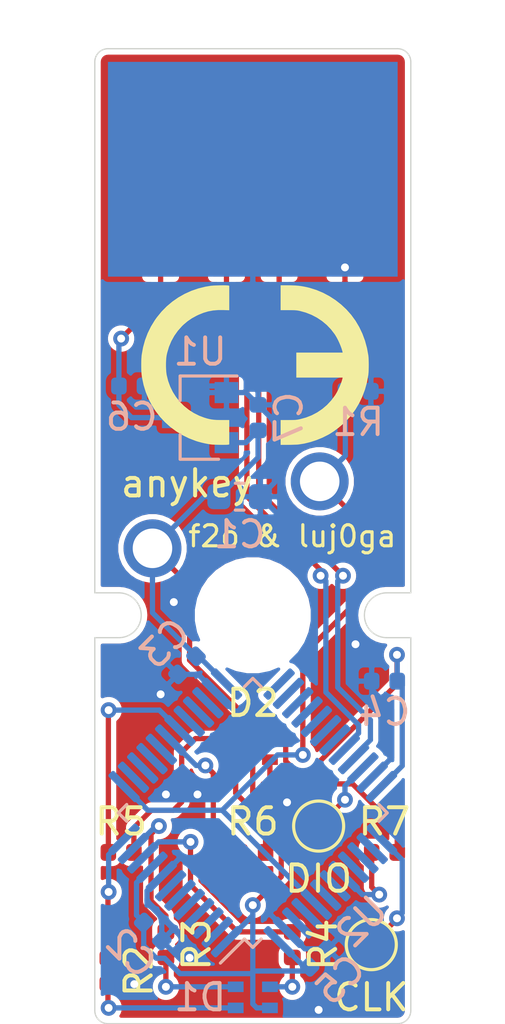
<source format=kicad_pcb>
(kicad_pcb (version 20171130) (host pcbnew 5.1.6)

  (general
    (thickness 1.6)
    (drawings 20)
    (tracks 233)
    (zones 0)
    (modules 23)
    (nets 48)
  )

  (page A4)
  (layers
    (0 F.Cu signal)
    (31 B.Cu signal)
    (32 B.Adhes user)
    (33 F.Adhes user)
    (34 B.Paste user)
    (35 F.Paste user)
    (36 B.SilkS user)
    (37 F.SilkS user)
    (38 B.Mask user)
    (39 F.Mask user)
    (40 Dwgs.User user)
    (41 Cmts.User user)
    (42 Eco1.User user)
    (43 Eco2.User user)
    (44 Edge.Cuts user)
    (45 Margin user)
    (46 B.CrtYd user)
    (47 F.CrtYd user)
    (48 B.Fab user)
    (49 F.Fab user)
  )

  (setup
    (last_trace_width 0.2)
    (trace_clearance 0.127)
    (zone_clearance 0.2)
    (zone_45_only no)
    (trace_min 0.2)
    (via_size 0.6)
    (via_drill 0.3)
    (via_min_size 0.6)
    (via_min_drill 0.3)
    (uvia_size 0.3)
    (uvia_drill 0.1)
    (uvias_allowed no)
    (uvia_min_size 0.2)
    (uvia_min_drill 0.1)
    (edge_width 0.05)
    (segment_width 0.2)
    (pcb_text_width 0.3)
    (pcb_text_size 1.5 1.5)
    (mod_edge_width 0.12)
    (mod_text_size 1 1)
    (mod_text_width 0.15)
    (pad_size 1.524 1.524)
    (pad_drill 0.762)
    (pad_to_mask_clearance 0.05)
    (aux_axis_origin 0 0)
    (visible_elements FFFDFF7F)
    (pcbplotparams
      (layerselection 0x010fc_ffffffff)
      (usegerberextensions false)
      (usegerberattributes true)
      (usegerberadvancedattributes true)
      (creategerberjobfile true)
      (excludeedgelayer true)
      (linewidth 0.100000)
      (plotframeref false)
      (viasonmask false)
      (mode 1)
      (useauxorigin false)
      (hpglpennumber 1)
      (hpglpenspeed 20)
      (hpglpendiameter 15.000000)
      (psnegative false)
      (psa4output false)
      (plotreference true)
      (plotvalue true)
      (plotinvisibletext false)
      (padsonsilk false)
      (subtractmaskfromsilk false)
      (outputformat 1)
      (mirror false)
      (drillshape 1)
      (scaleselection 1)
      (outputdirectory ""))
  )

  (net 0 "")
  (net 1 GND)
  (net 2 +3V3)
  (net 3 VBUS)
  (net 4 "Net-(D1-Pad4)")
  (net 5 "Net-(D1-Pad3)")
  (net 6 "Net-(D1-Pad1)")
  (net 7 "Net-(D2-Pad4)")
  (net 8 "Net-(D2-Pad3)")
  (net 9 "Net-(D2-Pad1)")
  (net 10 /D+)
  (net 11 /D-)
  (net 12 /BTN1)
  (net 13 /LED1_R)
  (net 14 /LED1_G)
  (net 15 /LED1_B)
  (net 16 /LED2_R)
  (net 17 /LED2_G)
  (net 18 /LED2_B)
  (net 19 /SWDIO)
  (net 20 /SWCLK)
  (net 21 "Net-(U2-Pad46)")
  (net 22 "Net-(U2-Pad45)")
  (net 23 "Net-(U2-Pad43)")
  (net 24 "Net-(U2-Pad42)")
  (net 25 "Net-(U2-Pad40)")
  (net 26 "Net-(U2-Pad39)")
  (net 27 "Net-(U2-Pad38)")
  (net 28 "Net-(U2-Pad31)")
  (net 29 "Net-(U2-Pad30)")
  (net 30 "Net-(U2-Pad29)")
  (net 31 "Net-(U2-Pad28)")
  (net 32 "Net-(U2-Pad27)")
  (net 33 "Net-(U2-Pad26)")
  (net 34 "Net-(U2-Pad25)")
  (net 35 "Net-(U2-Pad22)")
  (net 36 "Net-(U2-Pad21)")
  (net 37 "Net-(U2-Pad20)")
  (net 38 "Net-(U2-Pad17)")
  (net 39 "Net-(U2-Pad16)")
  (net 40 "Net-(U2-Pad15)")
  (net 41 "Net-(U2-Pad14)")
  (net 42 "Net-(U2-Pad7)")
  (net 43 "Net-(U2-Pad6)")
  (net 44 "Net-(U2-Pad5)")
  (net 45 "Net-(U2-Pad4)")
  (net 46 "Net-(U2-Pad3)")
  (net 47 "Net-(U2-Pad2)")

  (net_class Default "This is the default net class."
    (clearance 0.127)
    (trace_width 0.2)
    (via_dia 0.6)
    (via_drill 0.3)
    (uvia_dia 0.3)
    (uvia_drill 0.1)
    (add_net +3V3)
    (add_net /BTN1)
    (add_net /D+)
    (add_net /D-)
    (add_net /LED1_B)
    (add_net /LED1_G)
    (add_net /LED1_R)
    (add_net /LED2_B)
    (add_net /LED2_G)
    (add_net /LED2_R)
    (add_net /SWCLK)
    (add_net /SWDIO)
    (add_net GND)
    (add_net "Net-(D1-Pad1)")
    (add_net "Net-(D1-Pad3)")
    (add_net "Net-(D1-Pad4)")
    (add_net "Net-(D2-Pad1)")
    (add_net "Net-(D2-Pad3)")
    (add_net "Net-(D2-Pad4)")
    (add_net "Net-(U2-Pad14)")
    (add_net "Net-(U2-Pad15)")
    (add_net "Net-(U2-Pad16)")
    (add_net "Net-(U2-Pad17)")
    (add_net "Net-(U2-Pad2)")
    (add_net "Net-(U2-Pad20)")
    (add_net "Net-(U2-Pad21)")
    (add_net "Net-(U2-Pad22)")
    (add_net "Net-(U2-Pad25)")
    (add_net "Net-(U2-Pad26)")
    (add_net "Net-(U2-Pad27)")
    (add_net "Net-(U2-Pad28)")
    (add_net "Net-(U2-Pad29)")
    (add_net "Net-(U2-Pad3)")
    (add_net "Net-(U2-Pad30)")
    (add_net "Net-(U2-Pad31)")
    (add_net "Net-(U2-Pad38)")
    (add_net "Net-(U2-Pad39)")
    (add_net "Net-(U2-Pad4)")
    (add_net "Net-(U2-Pad40)")
    (add_net "Net-(U2-Pad42)")
    (add_net "Net-(U2-Pad43)")
    (add_net "Net-(U2-Pad45)")
    (add_net "Net-(U2-Pad46)")
    (add_net "Net-(U2-Pad5)")
    (add_net "Net-(U2-Pad6)")
    (add_net "Net-(U2-Pad7)")
    (add_net VBUS)
  )

  (module Symbol:CE-Logo_8.5x6mm_SilkScreen (layer F.Cu) (tedit 5F95E6E6) (tstamp 5F9645D2)
    (at 150 62)
    (descr "CE marking")
    (tags "Logo CE certification")
    (attr virtual)
    (fp_text reference C3 (at 0 0) (layer F.SilkS) hide
      (effects (font (size 1 1) (thickness 0.15)))
    )
    (fp_text value CE-Logo_8.5x6mm_SilkScreen (at 0.75 0) (layer F.Fab) hide
      (effects (font (size 1 1) (thickness 0.15)))
    )
    (fp_poly (pts (xy -1.060813 -3.015685) (xy -0.99633 -3.014025) (xy -0.949697 -3.011055) (xy -0.929349 -3.007912)
      (xy -0.899583 -2.999935) (xy -0.899583 -2.07947) (xy -1.109119 -2.086741) (xy -1.318953 -2.086477)
      (xy -1.513141 -2.069618) (xy -1.69758 -2.034925) (xy -1.878168 -1.981161) (xy -2.060803 -1.907089)
      (xy -2.136511 -1.871121) (xy -2.317062 -1.772023) (xy -2.479702 -1.660674) (xy -2.632099 -1.531592)
      (xy -2.691378 -1.474295) (xy -2.848015 -1.299139) (xy -2.983527 -1.10848) (xy -3.097234 -0.903606)
      (xy -3.188456 -0.685807) (xy -3.256515 -0.456371) (xy -3.276674 -0.363803) (xy -3.288823 -0.279756)
      (xy -3.296934 -0.176766) (xy -3.301015 -0.062035) (xy -3.301074 0.057234) (xy -3.297116 0.173837)
      (xy -3.289149 0.280571) (xy -3.277181 0.370233) (xy -3.275943 0.377031) (xy -3.220089 0.605759)
      (xy -3.140701 0.823965) (xy -3.039069 1.030177) (xy -2.916478 1.222928) (xy -2.774219 1.400748)
      (xy -2.613579 1.562168) (xy -2.435845 1.705719) (xy -2.242307 1.829931) (xy -2.034252 1.933336)
      (xy -1.850763 2.002535) (xy -1.747623 2.034118) (xy -1.652893 2.058129) (xy -1.56013 2.075463)
      (xy -1.462894 2.087016) (xy -1.354742 2.09368) (xy -1.229233 2.096352) (xy -1.174089 2.096504)
      (xy -0.899583 2.096186) (xy -0.899583 3.013164) (xy -0.929349 3.021141) (xy -0.954749 3.024138)
      (xy -1.001744 3.026203) (xy -1.06549 3.027382) (xy -1.141142 3.027723) (xy -1.223854 3.027274)
      (xy -1.308783 3.026083) (xy -1.391083 3.024197) (xy -1.465909 3.021663) (xy -1.528417 3.018531)
      (xy -1.573762 3.014847) (xy -1.574271 3.014789) (xy -1.687271 2.998341) (xy -1.814872 2.973706)
      (xy -1.947338 2.943083) (xy -2.074934 2.908667) (xy -2.156016 2.883536) (xy -2.420553 2.782498)
      (xy -2.671277 2.659513) (xy -2.907195 2.515777) (xy -3.12732 2.352487) (xy -3.33066 2.170838)
      (xy -3.516227 1.972026) (xy -3.68303 1.757247) (xy -3.830079 1.527698) (xy -3.956385 1.284573)
      (xy -4.060958 1.02907) (xy -4.142808 0.762383) (xy -4.200945 0.485709) (xy -4.214162 0.396875)
      (xy -4.222618 0.312107) (xy -4.228437 0.208118) (xy -4.231618 0.092009) (xy -4.232161 -0.029113)
      (xy -4.230066 -0.148146) (xy -4.225334 -0.257986) (xy -4.217963 -0.351528) (xy -4.214162 -0.383646)
      (xy -4.163241 -0.666294) (xy -4.087795 -0.939386) (xy -3.988081 -1.202286) (xy -3.864354 -1.454363)
      (xy -3.716872 -1.694983) (xy -3.638048 -1.805782) (xy -3.45977 -2.023277) (xy -3.263767 -2.221656)
      (xy -3.051402 -2.400118) (xy -2.824041 -2.557867) (xy -2.583047 -2.694103) (xy -2.329787 -2.808029)
      (xy -2.065623 -2.898847) (xy -1.791921 -2.965759) (xy -1.60112 -2.997187) (xy -1.548646 -3.00251)
      (xy -1.479782 -3.00707) (xy -1.399419 -3.010788) (xy -1.31245 -3.013587) (xy -1.223764 -3.015388)
      (xy -1.138255 -3.016113) (xy -1.060813 -3.015685)) (layer F.SilkS) (width 0.01))
    (fp_poly (pts (xy 1.061335 -2.083594) (xy 1.355685 -2.083305) (xy 1.45766 -2.08288) (xy 1.538315 -2.081592)
      (xy 1.602782 -2.079086) (xy 1.656194 -2.075004) (xy 1.703682 -2.068992) (xy 1.750381 -2.060692)
      (xy 1.784281 -2.053564) (xy 2.014121 -1.990246) (xy 2.233438 -1.903988) (xy 2.440469 -1.795991)
      (xy 2.63345 -1.667456) (xy 2.810621 -1.519582) (xy 2.970217 -1.35357) (xy 3.110477 -1.170621)
      (xy 3.135116 -1.133551) (xy 3.186914 -1.046598) (xy 3.239815 -0.94518) (xy 3.290834 -0.836134)
      (xy 3.336988 -0.726298) (xy 3.375295 -0.622512) (xy 3.402772 -0.531612) (xy 3.408866 -0.506016)
      (xy 3.418231 -0.463021) (xy 1.656649 -0.463021) (xy 1.656649 0.47625) (xy 3.418231 0.47625)
      (xy 3.408866 0.519244) (xy 3.383806 0.610611) (xy 3.346318 0.716469) (xy 3.299485 0.829878)
      (xy 3.246388 0.943892) (xy 3.19011 1.051569) (xy 3.133734 1.145967) (xy 3.124278 1.160319)
      (xy 2.980536 1.351791) (xy 2.819337 1.52363) (xy 2.64168 1.675163) (xy 2.448561 1.805719)
      (xy 2.240979 1.914624) (xy 2.019932 2.001206) (xy 1.786415 2.064794) (xy 1.780714 2.066021)
      (xy 1.728132 2.076622) (xy 1.679712 2.084513) (xy 1.630061 2.090078) (xy 1.573789 2.093702)
      (xy 1.505502 2.095769) (xy 1.419811 2.096664) (xy 1.349071 2.096799) (xy 1.061337 2.096776)
      (xy 1.061337 3.029479) (xy 1.349071 3.027762) (xy 1.441046 3.026709) (xy 1.530779 3.024766)
      (xy 1.612512 3.022126) (xy 1.680491 3.018981) (xy 1.728959 3.015526) (xy 1.736024 3.014789)
      (xy 1.961433 2.978594) (xy 2.193284 2.921376) (xy 2.425245 2.845284) (xy 2.650985 2.752465)
      (xy 2.864171 2.645068) (xy 2.919973 2.613135) (xy 3.083514 2.507667) (xy 3.249456 2.383545)
      (xy 3.411243 2.246431) (xy 3.56232 2.101982) (xy 3.69613 1.955859) (xy 3.732677 1.911607)
      (xy 3.893997 1.690012) (xy 4.035322 1.452378) (xy 4.155645 1.201089) (xy 4.253959 0.938532)
      (xy 4.329258 0.667092) (xy 4.380535 0.389155) (xy 4.38308 0.370416) (xy 4.390029 0.298751)
      (xy 4.394962 0.208046) (xy 4.397878 0.104923) (xy 4.398775 -0.003991) (xy 4.397651 -0.112075)
      (xy 4.394504 -0.212702) (xy 4.389332 -0.299248) (xy 4.383287 -0.357188) (xy 4.331331 -0.642106)
      (xy 4.256101 -0.917646) (xy 4.158279 -1.182191) (xy 4.038549 -1.434123) (xy 3.897594 -1.671823)
      (xy 3.736097 -1.893675) (xy 3.732677 -1.897921) (xy 3.55239 -2.100879) (xy 3.353248 -2.287344)
      (xy 3.137697 -2.455786) (xy 2.908185 -2.604675) (xy 2.667161 -2.732483) (xy 2.41707 -2.837678)
      (xy 2.160361 -2.918733) (xy 2.060051 -2.943231) (xy 1.93614 -2.969062) (xy 1.82097 -2.988408)
      (xy 1.70715 -3.002019) (xy 1.587285 -3.010644) (xy 1.453983 -3.015032) (xy 1.342457 -3.015992)
      (xy 1.061337 -3.01625) (xy 1.061335 -2.083594)) (layer F.SilkS) (width 0.01))
  )

  (module TestPoint:TestPoint_Pad_D1.5mm (layer F.Cu) (tedit 5A0F774F) (tstamp 5F92A952)
    (at 154.5 84 180)
    (descr "SMD pad as test Point, diameter 1.5mm")
    (tags "test point SMD pad")
    (path /5FCB2854)
    (attr virtual)
    (fp_text reference TP2 (at 0 -1.648) (layer F.SilkS) hide
      (effects (font (size 1 1) (thickness 0.15)))
    )
    (fp_text value SWCLK (at 0 1.75) (layer F.Fab)
      (effects (font (size 1 1) (thickness 0.15)))
    )
    (fp_circle (center 0 0) (end 0 0.95) (layer F.SilkS) (width 0.12))
    (fp_circle (center 0 0) (end 1.25 0) (layer F.CrtYd) (width 0.05))
    (fp_text user %R (at 0 -1.65) (layer F.Fab)
      (effects (font (size 1 1) (thickness 0.15)))
    )
    (pad 1 smd circle (at 0 0 180) (size 1.5 1.5) (layers F.Cu F.Mask)
      (net 20 /SWCLK))
  )

  (module TestPoint:TestPoint_Pad_D1.5mm (layer F.Cu) (tedit 5A0F774F) (tstamp 5F92A94A)
    (at 152.5 79.5 180)
    (descr "SMD pad as test Point, diameter 1.5mm")
    (tags "test point SMD pad")
    (path /5FCAA338)
    (attr virtual)
    (fp_text reference TP1 (at 0 -1.648) (layer F.SilkS) hide
      (effects (font (size 1 1) (thickness 0.15)))
    )
    (fp_text value SWDIO (at 0 1.75) (layer F.Fab)
      (effects (font (size 1 1) (thickness 0.15)))
    )
    (fp_circle (center 0 0) (end 0 0.95) (layer F.SilkS) (width 0.12))
    (fp_circle (center 0 0) (end 1.25 0) (layer F.CrtYd) (width 0.05))
    (fp_text user %R (at 0 -1.65) (layer F.Fab)
      (effects (font (size 1 1) (thickness 0.15)))
    )
    (pad 1 smd circle (at 0 0 180) (size 1.5 1.5) (layers F.Cu F.Mask)
      (net 19 /SWDIO))
  )

  (module Capacitor_SMD:C_0402_1005Metric (layer B.Cu) (tedit 5F947204) (tstamp 5F948C07)
    (at 155 74 180)
    (descr "Capacitor SMD 0402 (1005 Metric), square (rectangular) end terminal, IPC_7351 nominal, (Body size source: http://www.tortai-tech.com/upload/download/2011102023233369053.pdf), generated with kicad-footprint-generator")
    (tags capacitor)
    (path /5F892CC5)
    (attr smd)
    (fp_text reference C4 (at 0 -1.17 180) (layer B.SilkS)
      (effects (font (size 1 1) (thickness 0.15)) (justify mirror))
    )
    (fp_text value 100n (at 0 1.17 180) (layer B.Fab)
      (effects (font (size 1 1) (thickness 0.15)) (justify mirror))
    )
    (fp_line (start -0.5 -0.25) (end -0.5 0.25) (layer B.Fab) (width 0.1))
    (fp_line (start -0.5 0.25) (end 0.5 0.25) (layer B.Fab) (width 0.1))
    (fp_line (start 0.5 0.25) (end 0.5 -0.25) (layer B.Fab) (width 0.1))
    (fp_line (start 0.5 -0.25) (end -0.5 -0.25) (layer B.Fab) (width 0.1))
    (fp_line (start -0.93 -0.47) (end -0.93 0.47) (layer B.CrtYd) (width 0.05))
    (fp_line (start -0.93 0.47) (end 0.93 0.47) (layer B.CrtYd) (width 0.05))
    (fp_line (start 0.93 0.47) (end 0.93 -0.47) (layer B.CrtYd) (width 0.05))
    (fp_line (start 0.93 -0.47) (end -0.93 -0.47) (layer B.CrtYd) (width 0.05))
    (fp_text user %R (at 0 0 180) (layer B.Fab)
      (effects (font (size 0.25 0.25) (thickness 0.04)) (justify mirror))
    )
    (pad 2 smd roundrect (at 0.485 0 180) (size 0.59 0.64) (layers B.Cu B.Paste B.Mask) (roundrect_rratio 0.25)
      (net 1 GND))
    (pad 1 smd roundrect (at -0.485 0 180) (size 0.59 0.64) (layers B.Cu B.Paste B.Mask) (roundrect_rratio 0.25)
      (net 2 +3V3))
    (model ${KISYS3DMOD}/Capacitor_SMD.3dshapes/C_0402_1005Metric.wrl
      (at (xyz 0 0 0))
      (scale (xyz 1 1 1))
      (rotate (xyz 0 0 0))
    )
  )

  (module Button_Switch_Keyboard:SW_Cherry_MX_1.00u_PCB (layer F.Cu) (tedit 5F944CC9) (tstamp 5F92DCF2)
    (at 152.54 66.42)
    (descr "Cherry MX keyswitch, 1.00u, PCB mount, http://cherryamericas.com/wp-content/uploads/2014/12/mx_cat.pdf")
    (tags "Cherry MX keyswitch 1.00u PCB")
    (path /5F925207)
    (fp_text reference SW1 (at -2.54 -2.794) (layer F.SilkS) hide
      (effects (font (size 1 1) (thickness 0.15)))
    )
    (fp_text value MXxx-xxxx (at -2.54 12.954) (layer F.Fab)
      (effects (font (size 1 1) (thickness 0.15)))
    )
    (fp_line (start -12.065 14.605) (end -12.065 -4.445) (layer Dwgs.User) (width 0.15))
    (fp_line (start 6.985 14.605) (end -12.065 14.605) (layer Dwgs.User) (width 0.15))
    (fp_line (start 6.985 -4.445) (end 6.985 14.605) (layer Dwgs.User) (width 0.15))
    (fp_line (start -12.065 -4.445) (end 6.985 -4.445) (layer Dwgs.User) (width 0.15))
    (fp_line (start -9.14 -1.52) (end 4.06 -1.52) (layer F.CrtYd) (width 0.05))
    (fp_line (start 4.06 -1.52) (end 4.06 11.68) (layer F.CrtYd) (width 0.05))
    (fp_line (start 4.06 11.68) (end -9.14 11.68) (layer F.CrtYd) (width 0.05))
    (fp_line (start -9.14 11.68) (end -9.14 -1.52) (layer F.CrtYd) (width 0.05))
    (fp_line (start -8.89 11.43) (end -8.89 -1.27) (layer F.Fab) (width 0.1))
    (fp_line (start 3.81 11.43) (end -8.89 11.43) (layer F.Fab) (width 0.1))
    (fp_line (start 3.81 -1.27) (end 3.81 11.43) (layer F.Fab) (width 0.1))
    (fp_line (start -8.89 -1.27) (end 3.81 -1.27) (layer F.Fab) (width 0.1))
    (fp_text user %R (at -2.54 -2.794) (layer F.Fab)
      (effects (font (size 1 1) (thickness 0.15)))
    )
    (pad "" np_thru_hole circle (at -2.54 5.08) (size 4 4) (drill 4) (layers *.Cu *.Mask))
    (pad 2 thru_hole circle (at -6.35 2.54) (size 2.2 2.2) (drill 1.5) (layers *.Cu *.Mask)
      (net 2 +3V3))
    (pad 1 thru_hole circle (at 0 0) (size 2.2 2.2) (drill 1.5) (layers *.Cu *.Mask)
      (net 12 /BTN1))
    (model ${KISYS3DMOD}/Button_Switch_Keyboard.3dshapes/SW_Cherry_MX_1.00u_PCB.wrl
      (at (xyz 0 0 0))
      (scale (xyz 1 1 1))
      (rotate (xyz 0 0 0))
    )
  )

  (module Capacitor_SMD:C_0402_1005Metric (layer B.Cu) (tedit 5B301BBE) (tstamp 5F92C15E)
    (at 145.4 62.8)
    (descr "Capacitor SMD 0402 (1005 Metric), square (rectangular) end terminal, IPC_7351 nominal, (Body size source: http://www.tortai-tech.com/upload/download/2011102023233369053.pdf), generated with kicad-footprint-generator")
    (tags capacitor)
    (path /5F93753A)
    (attr smd)
    (fp_text reference C6 (at 0 1.17) (layer B.SilkS)
      (effects (font (size 1 1) (thickness 0.15)) (justify mirror))
    )
    (fp_text value 1u (at 0 -1.17) (layer B.Fab)
      (effects (font (size 1 1) (thickness 0.15)) (justify mirror))
    )
    (fp_line (start -0.5 -0.25) (end -0.5 0.25) (layer B.Fab) (width 0.1))
    (fp_line (start -0.5 0.25) (end 0.5 0.25) (layer B.Fab) (width 0.1))
    (fp_line (start 0.5 0.25) (end 0.5 -0.25) (layer B.Fab) (width 0.1))
    (fp_line (start 0.5 -0.25) (end -0.5 -0.25) (layer B.Fab) (width 0.1))
    (fp_line (start -0.93 -0.47) (end -0.93 0.47) (layer B.CrtYd) (width 0.05))
    (fp_line (start -0.93 0.47) (end 0.93 0.47) (layer B.CrtYd) (width 0.05))
    (fp_line (start 0.93 0.47) (end 0.93 -0.47) (layer B.CrtYd) (width 0.05))
    (fp_line (start 0.93 -0.47) (end -0.93 -0.47) (layer B.CrtYd) (width 0.05))
    (fp_text user %R (at 0 0) (layer B.Fab)
      (effects (font (size 0.25 0.25) (thickness 0.04)) (justify mirror))
    )
    (pad 2 smd roundrect (at 0.485 0) (size 0.59 0.64) (layers B.Cu B.Paste B.Mask) (roundrect_rratio 0.25)
      (net 1 GND))
    (pad 1 smd roundrect (at -0.485 0) (size 0.59 0.64) (layers B.Cu B.Paste B.Mask) (roundrect_rratio 0.25)
      (net 3 VBUS))
    (model ${KISYS3DMOD}/Capacitor_SMD.3dshapes/C_0402_1005Metric.wrl
      (at (xyz 0 0 0))
      (scale (xyz 1 1 1))
      (rotate (xyz 0 0 0))
    )
  )

  (module Package_QFP:LQFP-48_7x7mm_P0.5mm (layer B.Cu) (tedit 5D9F72AF) (tstamp 5F92E9DF)
    (at 150 79 45)
    (descr "LQFP, 48 Pin (https://www.analog.com/media/en/technical-documentation/data-sheets/ltc2358-16.pdf), generated with kicad-footprint-generator ipc_gullwing_generator.py")
    (tags "LQFP QFP")
    (path /5F878F8D)
    (attr smd)
    (fp_text reference U2 (at 0 5.85 45) (layer B.SilkS)
      (effects (font (size 1 1) (thickness 0.15)) (justify mirror))
    )
    (fp_text value STM32F072CBT6 (at 0 -5.85 45) (layer B.Fab)
      (effects (font (size 1 1) (thickness 0.15)) (justify mirror))
    )
    (fp_line (start 3.16 -3.61) (end 3.61 -3.61) (layer B.SilkS) (width 0.12))
    (fp_line (start 3.61 -3.61) (end 3.61 -3.16) (layer B.SilkS) (width 0.12))
    (fp_line (start -3.16 -3.61) (end -3.61 -3.61) (layer B.SilkS) (width 0.12))
    (fp_line (start -3.61 -3.61) (end -3.61 -3.16) (layer B.SilkS) (width 0.12))
    (fp_line (start 3.16 3.61) (end 3.61 3.61) (layer B.SilkS) (width 0.12))
    (fp_line (start 3.61 3.61) (end 3.61 3.16) (layer B.SilkS) (width 0.12))
    (fp_line (start -3.16 3.61) (end -3.61 3.61) (layer B.SilkS) (width 0.12))
    (fp_line (start -3.61 3.61) (end -3.61 3.16) (layer B.SilkS) (width 0.12))
    (fp_line (start -3.61 3.16) (end -4.9 3.16) (layer B.SilkS) (width 0.12))
    (fp_line (start -2.5 3.5) (end 3.5 3.5) (layer B.Fab) (width 0.1))
    (fp_line (start 3.5 3.5) (end 3.5 -3.5) (layer B.Fab) (width 0.1))
    (fp_line (start 3.5 -3.5) (end -3.5 -3.5) (layer B.Fab) (width 0.1))
    (fp_line (start -3.5 -3.5) (end -3.5 2.5) (layer B.Fab) (width 0.1))
    (fp_line (start -3.5 2.5) (end -2.5 3.5) (layer B.Fab) (width 0.1))
    (fp_line (start 0 5.15) (end -3.15 5.15) (layer B.CrtYd) (width 0.05))
    (fp_line (start -3.15 5.15) (end -3.15 3.75) (layer B.CrtYd) (width 0.05))
    (fp_line (start -3.15 3.75) (end -3.75 3.75) (layer B.CrtYd) (width 0.05))
    (fp_line (start -3.75 3.75) (end -3.75 3.15) (layer B.CrtYd) (width 0.05))
    (fp_line (start -3.75 3.15) (end -5.15 3.15) (layer B.CrtYd) (width 0.05))
    (fp_line (start -5.15 3.15) (end -5.15 0) (layer B.CrtYd) (width 0.05))
    (fp_line (start 0 5.15) (end 3.15 5.15) (layer B.CrtYd) (width 0.05))
    (fp_line (start 3.15 5.15) (end 3.15 3.75) (layer B.CrtYd) (width 0.05))
    (fp_line (start 3.15 3.75) (end 3.75 3.75) (layer B.CrtYd) (width 0.05))
    (fp_line (start 3.75 3.75) (end 3.75 3.15) (layer B.CrtYd) (width 0.05))
    (fp_line (start 3.75 3.15) (end 5.15 3.15) (layer B.CrtYd) (width 0.05))
    (fp_line (start 5.15 3.15) (end 5.15 0) (layer B.CrtYd) (width 0.05))
    (fp_line (start 0 -5.15) (end -3.15 -5.15) (layer B.CrtYd) (width 0.05))
    (fp_line (start -3.15 -5.15) (end -3.15 -3.75) (layer B.CrtYd) (width 0.05))
    (fp_line (start -3.15 -3.75) (end -3.75 -3.75) (layer B.CrtYd) (width 0.05))
    (fp_line (start -3.75 -3.75) (end -3.75 -3.15) (layer B.CrtYd) (width 0.05))
    (fp_line (start -3.75 -3.15) (end -5.15 -3.15) (layer B.CrtYd) (width 0.05))
    (fp_line (start -5.15 -3.15) (end -5.15 0) (layer B.CrtYd) (width 0.05))
    (fp_line (start 0 -5.15) (end 3.15 -5.15) (layer B.CrtYd) (width 0.05))
    (fp_line (start 3.15 -5.15) (end 3.15 -3.75) (layer B.CrtYd) (width 0.05))
    (fp_line (start 3.15 -3.75) (end 3.75 -3.75) (layer B.CrtYd) (width 0.05))
    (fp_line (start 3.75 -3.75) (end 3.75 -3.15) (layer B.CrtYd) (width 0.05))
    (fp_line (start 3.75 -3.15) (end 5.15 -3.15) (layer B.CrtYd) (width 0.05))
    (fp_line (start 5.15 -3.15) (end 5.15 0) (layer B.CrtYd) (width 0.05))
    (fp_text user %R (at 0 0 45) (layer B.Fab)
      (effects (font (size 1 1) (thickness 0.15)) (justify mirror))
    )
    (pad 48 smd roundrect (at -2.75 4.1625 45) (size 0.3 1.475) (layers B.Cu B.Paste B.Mask) (roundrect_rratio 0.25)
      (net 2 +3V3))
    (pad 47 smd roundrect (at -2.25 4.1625 45) (size 0.3 1.475) (layers B.Cu B.Paste B.Mask) (roundrect_rratio 0.25)
      (net 1 GND))
    (pad 46 smd roundrect (at -1.75 4.1625 45) (size 0.3 1.475) (layers B.Cu B.Paste B.Mask) (roundrect_rratio 0.25)
      (net 21 "Net-(U2-Pad46)"))
    (pad 45 smd roundrect (at -1.25 4.1625 45) (size 0.3 1.475) (layers B.Cu B.Paste B.Mask) (roundrect_rratio 0.25)
      (net 22 "Net-(U2-Pad45)"))
    (pad 44 smd roundrect (at -0.75 4.1625 45) (size 0.3 1.475) (layers B.Cu B.Paste B.Mask) (roundrect_rratio 0.25)
      (net 12 /BTN1))
    (pad 43 smd roundrect (at -0.25 4.1625 45) (size 0.3 1.475) (layers B.Cu B.Paste B.Mask) (roundrect_rratio 0.25)
      (net 23 "Net-(U2-Pad43)"))
    (pad 42 smd roundrect (at 0.25 4.1625 45) (size 0.3 1.475) (layers B.Cu B.Paste B.Mask) (roundrect_rratio 0.25)
      (net 24 "Net-(U2-Pad42)"))
    (pad 41 smd roundrect (at 0.75 4.1625 45) (size 0.3 1.475) (layers B.Cu B.Paste B.Mask) (roundrect_rratio 0.25)
      (net 18 /LED2_B))
    (pad 40 smd roundrect (at 1.25 4.1625 45) (size 0.3 1.475) (layers B.Cu B.Paste B.Mask) (roundrect_rratio 0.25)
      (net 25 "Net-(U2-Pad40)"))
    (pad 39 smd roundrect (at 1.75 4.1625 45) (size 0.3 1.475) (layers B.Cu B.Paste B.Mask) (roundrect_rratio 0.25)
      (net 26 "Net-(U2-Pad39)"))
    (pad 38 smd roundrect (at 2.25 4.1625 45) (size 0.3 1.475) (layers B.Cu B.Paste B.Mask) (roundrect_rratio 0.25)
      (net 27 "Net-(U2-Pad38)"))
    (pad 37 smd roundrect (at 2.75 4.1625 45) (size 0.3 1.475) (layers B.Cu B.Paste B.Mask) (roundrect_rratio 0.25)
      (net 20 /SWCLK))
    (pad 36 smd roundrect (at 4.1625 2.75 45) (size 1.475 0.3) (layers B.Cu B.Paste B.Mask) (roundrect_rratio 0.25)
      (net 2 +3V3))
    (pad 35 smd roundrect (at 4.1625 2.25 45) (size 1.475 0.3) (layers B.Cu B.Paste B.Mask) (roundrect_rratio 0.25)
      (net 1 GND))
    (pad 34 smd roundrect (at 4.1625 1.75 45) (size 1.475 0.3) (layers B.Cu B.Paste B.Mask) (roundrect_rratio 0.25)
      (net 19 /SWDIO))
    (pad 33 smd roundrect (at 4.1625 1.25 45) (size 1.475 0.3) (layers B.Cu B.Paste B.Mask) (roundrect_rratio 0.25)
      (net 10 /D+))
    (pad 32 smd roundrect (at 4.1625 0.75 45) (size 1.475 0.3) (layers B.Cu B.Paste B.Mask) (roundrect_rratio 0.25)
      (net 11 /D-))
    (pad 31 smd roundrect (at 4.1625 0.25 45) (size 1.475 0.3) (layers B.Cu B.Paste B.Mask) (roundrect_rratio 0.25)
      (net 28 "Net-(U2-Pad31)"))
    (pad 30 smd roundrect (at 4.1625 -0.25 45) (size 1.475 0.3) (layers B.Cu B.Paste B.Mask) (roundrect_rratio 0.25)
      (net 29 "Net-(U2-Pad30)"))
    (pad 29 smd roundrect (at 4.1625 -0.75 45) (size 1.475 0.3) (layers B.Cu B.Paste B.Mask) (roundrect_rratio 0.25)
      (net 30 "Net-(U2-Pad29)"))
    (pad 28 smd roundrect (at 4.1625 -1.25 45) (size 1.475 0.3) (layers B.Cu B.Paste B.Mask) (roundrect_rratio 0.25)
      (net 31 "Net-(U2-Pad28)"))
    (pad 27 smd roundrect (at 4.1625 -1.75 45) (size 1.475 0.3) (layers B.Cu B.Paste B.Mask) (roundrect_rratio 0.25)
      (net 32 "Net-(U2-Pad27)"))
    (pad 26 smd roundrect (at 4.1625 -2.25 45) (size 1.475 0.3) (layers B.Cu B.Paste B.Mask) (roundrect_rratio 0.25)
      (net 33 "Net-(U2-Pad26)"))
    (pad 25 smd roundrect (at 4.1625 -2.75 45) (size 1.475 0.3) (layers B.Cu B.Paste B.Mask) (roundrect_rratio 0.25)
      (net 34 "Net-(U2-Pad25)"))
    (pad 24 smd roundrect (at 2.75 -4.1625 45) (size 0.3 1.475) (layers B.Cu B.Paste B.Mask) (roundrect_rratio 0.25)
      (net 2 +3V3))
    (pad 23 smd roundrect (at 2.25 -4.1625 45) (size 0.3 1.475) (layers B.Cu B.Paste B.Mask) (roundrect_rratio 0.25)
      (net 1 GND))
    (pad 22 smd roundrect (at 1.75 -4.1625 45) (size 0.3 1.475) (layers B.Cu B.Paste B.Mask) (roundrect_rratio 0.25)
      (net 35 "Net-(U2-Pad22)"))
    (pad 21 smd roundrect (at 1.25 -4.1625 45) (size 0.3 1.475) (layers B.Cu B.Paste B.Mask) (roundrect_rratio 0.25)
      (net 36 "Net-(U2-Pad21)"))
    (pad 20 smd roundrect (at 0.75 -4.1625 45) (size 0.3 1.475) (layers B.Cu B.Paste B.Mask) (roundrect_rratio 0.25)
      (net 37 "Net-(U2-Pad20)"))
    (pad 19 smd roundrect (at 0.25 -4.1625 45) (size 0.3 1.475) (layers B.Cu B.Paste B.Mask) (roundrect_rratio 0.25)
      (net 16 /LED2_R))
    (pad 18 smd roundrect (at -0.25 -4.1625 45) (size 0.3 1.475) (layers B.Cu B.Paste B.Mask) (roundrect_rratio 0.25)
      (net 17 /LED2_G))
    (pad 17 smd roundrect (at -0.75 -4.1625 45) (size 0.3 1.475) (layers B.Cu B.Paste B.Mask) (roundrect_rratio 0.25)
      (net 38 "Net-(U2-Pad17)"))
    (pad 16 smd roundrect (at -1.25 -4.1625 45) (size 0.3 1.475) (layers B.Cu B.Paste B.Mask) (roundrect_rratio 0.25)
      (net 39 "Net-(U2-Pad16)"))
    (pad 15 smd roundrect (at -1.75 -4.1625 45) (size 0.3 1.475) (layers B.Cu B.Paste B.Mask) (roundrect_rratio 0.25)
      (net 40 "Net-(U2-Pad15)"))
    (pad 14 smd roundrect (at -2.25 -4.1625 45) (size 0.3 1.475) (layers B.Cu B.Paste B.Mask) (roundrect_rratio 0.25)
      (net 41 "Net-(U2-Pad14)"))
    (pad 13 smd roundrect (at -2.75 -4.1625 45) (size 0.3 1.475) (layers B.Cu B.Paste B.Mask) (roundrect_rratio 0.25)
      (net 12 /BTN1))
    (pad 12 smd roundrect (at -4.1625 -2.75 45) (size 1.475 0.3) (layers B.Cu B.Paste B.Mask) (roundrect_rratio 0.25)
      (net 13 /LED1_R))
    (pad 11 smd roundrect (at -4.1625 -2.25 45) (size 1.475 0.3) (layers B.Cu B.Paste B.Mask) (roundrect_rratio 0.25)
      (net 14 /LED1_G))
    (pad 10 smd roundrect (at -4.1625 -1.75 45) (size 1.475 0.3) (layers B.Cu B.Paste B.Mask) (roundrect_rratio 0.25)
      (net 15 /LED1_B))
    (pad 9 smd roundrect (at -4.1625 -1.25 45) (size 1.475 0.3) (layers B.Cu B.Paste B.Mask) (roundrect_rratio 0.25)
      (net 2 +3V3))
    (pad 8 smd roundrect (at -4.1625 -0.75 45) (size 1.475 0.3) (layers B.Cu B.Paste B.Mask) (roundrect_rratio 0.25)
      (net 1 GND))
    (pad 7 smd roundrect (at -4.1625 -0.25 45) (size 1.475 0.3) (layers B.Cu B.Paste B.Mask) (roundrect_rratio 0.25)
      (net 42 "Net-(U2-Pad7)"))
    (pad 6 smd roundrect (at -4.1625 0.25 45) (size 1.475 0.3) (layers B.Cu B.Paste B.Mask) (roundrect_rratio 0.25)
      (net 43 "Net-(U2-Pad6)"))
    (pad 5 smd roundrect (at -4.1625 0.75 45) (size 1.475 0.3) (layers B.Cu B.Paste B.Mask) (roundrect_rratio 0.25)
      (net 44 "Net-(U2-Pad5)"))
    (pad 4 smd roundrect (at -4.1625 1.25 45) (size 1.475 0.3) (layers B.Cu B.Paste B.Mask) (roundrect_rratio 0.25)
      (net 45 "Net-(U2-Pad4)"))
    (pad 3 smd roundrect (at -4.1625 1.75 45) (size 1.475 0.3) (layers B.Cu B.Paste B.Mask) (roundrect_rratio 0.25)
      (net 46 "Net-(U2-Pad3)"))
    (pad 2 smd roundrect (at -4.1625 2.25 45) (size 1.475 0.3) (layers B.Cu B.Paste B.Mask) (roundrect_rratio 0.25)
      (net 47 "Net-(U2-Pad2)"))
    (pad 1 smd roundrect (at -4.1625 2.75 45) (size 1.475 0.3) (layers B.Cu B.Paste B.Mask) (roundrect_rratio 0.25)
      (net 2 +3V3))
    (model ${KISYS3DMOD}/Package_QFP.3dshapes/LQFP-48_7x7mm_P0.5mm.wrl
      (at (xyz 0 0 0))
      (scale (xyz 1 1 1))
      (rotate (xyz 0 0 0))
    )
  )

  (module Package_TO_SOT_SMD:SOT-23 (layer B.Cu) (tedit 5A02FF57) (tstamp 5F92B4F1)
    (at 148 64 180)
    (descr "SOT-23, Standard")
    (tags SOT-23)
    (path /5FA01775)
    (attr smd)
    (fp_text reference U1 (at 0 2.5) (layer B.SilkS)
      (effects (font (size 1 1) (thickness 0.15)) (justify mirror))
    )
    (fp_text value XC6206P332MR (at 0 -2.5) (layer B.Fab)
      (effects (font (size 1 1) (thickness 0.15)) (justify mirror))
    )
    (fp_line (start 0.76 -1.58) (end -0.7 -1.58) (layer B.SilkS) (width 0.12))
    (fp_line (start 0.76 1.58) (end -1.4 1.58) (layer B.SilkS) (width 0.12))
    (fp_line (start -1.7 -1.75) (end -1.7 1.75) (layer B.CrtYd) (width 0.05))
    (fp_line (start 1.7 -1.75) (end -1.7 -1.75) (layer B.CrtYd) (width 0.05))
    (fp_line (start 1.7 1.75) (end 1.7 -1.75) (layer B.CrtYd) (width 0.05))
    (fp_line (start -1.7 1.75) (end 1.7 1.75) (layer B.CrtYd) (width 0.05))
    (fp_line (start 0.76 1.58) (end 0.76 0.65) (layer B.SilkS) (width 0.12))
    (fp_line (start 0.76 -1.58) (end 0.76 -0.65) (layer B.SilkS) (width 0.12))
    (fp_line (start -0.7 -1.52) (end 0.7 -1.52) (layer B.Fab) (width 0.1))
    (fp_line (start 0.7 1.52) (end 0.7 -1.52) (layer B.Fab) (width 0.1))
    (fp_line (start -0.7 0.95) (end -0.15 1.52) (layer B.Fab) (width 0.1))
    (fp_line (start -0.15 1.52) (end 0.7 1.52) (layer B.Fab) (width 0.1))
    (fp_line (start -0.7 0.95) (end -0.7 -1.5) (layer B.Fab) (width 0.1))
    (fp_text user %R (at 0 0 -90) (layer B.Fab)
      (effects (font (size 0.5 0.5) (thickness 0.075)) (justify mirror))
    )
    (pad 1 smd rect (at -1 0.95 180) (size 0.9 0.8) (layers B.Cu B.Paste B.Mask)
      (net 1 GND))
    (pad 2 smd rect (at -1 -0.95 180) (size 0.9 0.8) (layers B.Cu B.Paste B.Mask)
      (net 2 +3V3))
    (pad 3 smd rect (at 1 0 180) (size 0.9 0.8) (layers B.Cu B.Paste B.Mask)
      (net 3 VBUS))
    (model ${KISYS3DMOD}/Package_TO_SOT_SMD.3dshapes/SOT-23.wrl
      (at (xyz 0 0 0))
      (scale (xyz 1 1 1))
      (rotate (xyz 0 0 0))
    )
  )

  (module Resistor_SMD:R_0402_1005Metric (layer F.Cu) (tedit 5B301BBD) (tstamp 5F94E3FE)
    (at 155 80.5)
    (descr "Resistor SMD 0402 (1005 Metric), square (rectangular) end terminal, IPC_7351 nominal, (Body size source: http://www.tortai-tech.com/upload/download/2011102023233369053.pdf), generated with kicad-footprint-generator")
    (tags resistor)
    (path /5FDA0D19)
    (attr smd)
    (fp_text reference R7 (at 0 -1.17) (layer F.SilkS)
      (effects (font (size 1 1) (thickness 0.15)))
    )
    (fp_text value 1k (at 0 1.17) (layer F.Fab)
      (effects (font (size 1 1) (thickness 0.15)))
    )
    (fp_line (start -0.5 0.25) (end -0.5 -0.25) (layer F.Fab) (width 0.1))
    (fp_line (start -0.5 -0.25) (end 0.5 -0.25) (layer F.Fab) (width 0.1))
    (fp_line (start 0.5 -0.25) (end 0.5 0.25) (layer F.Fab) (width 0.1))
    (fp_line (start 0.5 0.25) (end -0.5 0.25) (layer F.Fab) (width 0.1))
    (fp_line (start -0.93 0.47) (end -0.93 -0.47) (layer F.CrtYd) (width 0.05))
    (fp_line (start -0.93 -0.47) (end 0.93 -0.47) (layer F.CrtYd) (width 0.05))
    (fp_line (start 0.93 -0.47) (end 0.93 0.47) (layer F.CrtYd) (width 0.05))
    (fp_line (start 0.93 0.47) (end -0.93 0.47) (layer F.CrtYd) (width 0.05))
    (fp_text user %R (at 0 0) (layer F.Fab)
      (effects (font (size 0.25 0.25) (thickness 0.04)))
    )
    (pad 2 smd roundrect (at 0.485 0) (size 0.59 0.64) (layers F.Cu F.Paste F.Mask) (roundrect_rratio 0.25)
      (net 8 "Net-(D2-Pad3)"))
    (pad 1 smd roundrect (at -0.485 0) (size 0.59 0.64) (layers F.Cu F.Paste F.Mask) (roundrect_rratio 0.25)
      (net 18 /LED2_B))
    (model ${KISYS3DMOD}/Resistor_SMD.3dshapes/R_0402_1005Metric.wrl
      (at (xyz 0 0 0))
      (scale (xyz 1 1 1))
      (rotate (xyz 0 0 0))
    )
  )

  (module Resistor_SMD:R_0402_1005Metric (layer F.Cu) (tedit 5B301BBD) (tstamp 5F94DEF7)
    (at 150 80.5)
    (descr "Resistor SMD 0402 (1005 Metric), square (rectangular) end terminal, IPC_7351 nominal, (Body size source: http://www.tortai-tech.com/upload/download/2011102023233369053.pdf), generated with kicad-footprint-generator")
    (tags resistor)
    (path /5FDA00DF)
    (attr smd)
    (fp_text reference R6 (at 0 -1.17) (layer F.SilkS)
      (effects (font (size 1 1) (thickness 0.15)))
    )
    (fp_text value 1k (at 0 1.17) (layer F.Fab)
      (effects (font (size 1 1) (thickness 0.15)))
    )
    (fp_line (start -0.5 0.25) (end -0.5 -0.25) (layer F.Fab) (width 0.1))
    (fp_line (start -0.5 -0.25) (end 0.5 -0.25) (layer F.Fab) (width 0.1))
    (fp_line (start 0.5 -0.25) (end 0.5 0.25) (layer F.Fab) (width 0.1))
    (fp_line (start 0.5 0.25) (end -0.5 0.25) (layer F.Fab) (width 0.1))
    (fp_line (start -0.93 0.47) (end -0.93 -0.47) (layer F.CrtYd) (width 0.05))
    (fp_line (start -0.93 -0.47) (end 0.93 -0.47) (layer F.CrtYd) (width 0.05))
    (fp_line (start 0.93 -0.47) (end 0.93 0.47) (layer F.CrtYd) (width 0.05))
    (fp_line (start 0.93 0.47) (end -0.93 0.47) (layer F.CrtYd) (width 0.05))
    (fp_text user %R (at 0 0) (layer F.Fab)
      (effects (font (size 0.25 0.25) (thickness 0.04)))
    )
    (pad 2 smd roundrect (at 0.485 0) (size 0.59 0.64) (layers F.Cu F.Paste F.Mask) (roundrect_rratio 0.25)
      (net 7 "Net-(D2-Pad4)"))
    (pad 1 smd roundrect (at -0.485 0) (size 0.59 0.64) (layers F.Cu F.Paste F.Mask) (roundrect_rratio 0.25)
      (net 17 /LED2_G))
    (model ${KISYS3DMOD}/Resistor_SMD.3dshapes/R_0402_1005Metric.wrl
      (at (xyz 0 0 0))
      (scale (xyz 1 1 1))
      (rotate (xyz 0 0 0))
    )
  )

  (module Resistor_SMD:R_0402_1005Metric (layer F.Cu) (tedit 5B301BBD) (tstamp 5F94E3A8)
    (at 145 80.5)
    (descr "Resistor SMD 0402 (1005 Metric), square (rectangular) end terminal, IPC_7351 nominal, (Body size source: http://www.tortai-tech.com/upload/download/2011102023233369053.pdf), generated with kicad-footprint-generator")
    (tags resistor)
    (path /5FD9D2CE)
    (attr smd)
    (fp_text reference R5 (at 0 -1.17) (layer F.SilkS)
      (effects (font (size 1 1) (thickness 0.15)))
    )
    (fp_text value 1k (at 0 1.17) (layer F.Fab)
      (effects (font (size 1 1) (thickness 0.15)))
    )
    (fp_line (start 0.93 0.47) (end -0.93 0.47) (layer F.CrtYd) (width 0.05))
    (fp_line (start 0.93 -0.47) (end 0.93 0.47) (layer F.CrtYd) (width 0.05))
    (fp_line (start -0.93 -0.47) (end 0.93 -0.47) (layer F.CrtYd) (width 0.05))
    (fp_line (start -0.93 0.47) (end -0.93 -0.47) (layer F.CrtYd) (width 0.05))
    (fp_line (start 0.5 0.25) (end -0.5 0.25) (layer F.Fab) (width 0.1))
    (fp_line (start 0.5 -0.25) (end 0.5 0.25) (layer F.Fab) (width 0.1))
    (fp_line (start -0.5 -0.25) (end 0.5 -0.25) (layer F.Fab) (width 0.1))
    (fp_line (start -0.5 0.25) (end -0.5 -0.25) (layer F.Fab) (width 0.1))
    (fp_text user %R (at 0 0) (layer F.Fab)
      (effects (font (size 0.25 0.25) (thickness 0.04)))
    )
    (pad 1 smd roundrect (at -0.485 0) (size 0.59 0.64) (layers F.Cu F.Paste F.Mask) (roundrect_rratio 0.25)
      (net 16 /LED2_R))
    (pad 2 smd roundrect (at 0.485 0) (size 0.59 0.64) (layers F.Cu F.Paste F.Mask) (roundrect_rratio 0.25)
      (net 9 "Net-(D2-Pad1)"))
    (model ${KISYS3DMOD}/Resistor_SMD.3dshapes/R_0402_1005Metric.wrl
      (at (xyz 0 0 0))
      (scale (xyz 1 1 1))
      (rotate (xyz 0 0 0))
    )
  )

  (module Resistor_SMD:R_0402_1005Metric (layer F.Cu) (tedit 5B301BBD) (tstamp 5F92A8FB)
    (at 151.5 84 270)
    (descr "Resistor SMD 0402 (1005 Metric), square (rectangular) end terminal, IPC_7351 nominal, (Body size source: http://www.tortai-tech.com/upload/download/2011102023233369053.pdf), generated with kicad-footprint-generator")
    (tags resistor)
    (path /5F9366E4)
    (attr smd)
    (fp_text reference R4 (at 0 -1.17 90) (layer F.SilkS)
      (effects (font (size 1 1) (thickness 0.15)))
    )
    (fp_text value 1k (at 0 1.17 90) (layer F.Fab)
      (effects (font (size 1 1) (thickness 0.15)))
    )
    (fp_line (start -0.5 0.25) (end -0.5 -0.25) (layer F.Fab) (width 0.1))
    (fp_line (start -0.5 -0.25) (end 0.5 -0.25) (layer F.Fab) (width 0.1))
    (fp_line (start 0.5 -0.25) (end 0.5 0.25) (layer F.Fab) (width 0.1))
    (fp_line (start 0.5 0.25) (end -0.5 0.25) (layer F.Fab) (width 0.1))
    (fp_line (start -0.93 0.47) (end -0.93 -0.47) (layer F.CrtYd) (width 0.05))
    (fp_line (start -0.93 -0.47) (end 0.93 -0.47) (layer F.CrtYd) (width 0.05))
    (fp_line (start 0.93 -0.47) (end 0.93 0.47) (layer F.CrtYd) (width 0.05))
    (fp_line (start 0.93 0.47) (end -0.93 0.47) (layer F.CrtYd) (width 0.05))
    (fp_text user %R (at 0 0 90) (layer F.Fab)
      (effects (font (size 0.25 0.25) (thickness 0.04)))
    )
    (pad 2 smd roundrect (at 0.485 0 270) (size 0.59 0.64) (layers F.Cu F.Paste F.Mask) (roundrect_rratio 0.25)
      (net 5 "Net-(D1-Pad3)"))
    (pad 1 smd roundrect (at -0.485 0 270) (size 0.59 0.64) (layers F.Cu F.Paste F.Mask) (roundrect_rratio 0.25)
      (net 15 /LED1_B))
    (model ${KISYS3DMOD}/Resistor_SMD.3dshapes/R_0402_1005Metric.wrl
      (at (xyz 0 0 0))
      (scale (xyz 1 1 1))
      (rotate (xyz 0 0 0))
    )
  )

  (module Resistor_SMD:R_0402_1005Metric (layer F.Cu) (tedit 5B301BBD) (tstamp 5F94C0D4)
    (at 146.7 84 270)
    (descr "Resistor SMD 0402 (1005 Metric), square (rectangular) end terminal, IPC_7351 nominal, (Body size source: http://www.tortai-tech.com/upload/download/2011102023233369053.pdf), generated with kicad-footprint-generator")
    (tags resistor)
    (path /5F935EFD)
    (attr smd)
    (fp_text reference R3 (at 0 -1.17 90) (layer F.SilkS)
      (effects (font (size 1 1) (thickness 0.15)))
    )
    (fp_text value 1k (at 0 1.17 90) (layer F.Fab)
      (effects (font (size 1 1) (thickness 0.15)))
    )
    (fp_line (start -0.5 0.25) (end -0.5 -0.25) (layer F.Fab) (width 0.1))
    (fp_line (start -0.5 -0.25) (end 0.5 -0.25) (layer F.Fab) (width 0.1))
    (fp_line (start 0.5 -0.25) (end 0.5 0.25) (layer F.Fab) (width 0.1))
    (fp_line (start 0.5 0.25) (end -0.5 0.25) (layer F.Fab) (width 0.1))
    (fp_line (start -0.93 0.47) (end -0.93 -0.47) (layer F.CrtYd) (width 0.05))
    (fp_line (start -0.93 -0.47) (end 0.93 -0.47) (layer F.CrtYd) (width 0.05))
    (fp_line (start 0.93 -0.47) (end 0.93 0.47) (layer F.CrtYd) (width 0.05))
    (fp_line (start 0.93 0.47) (end -0.93 0.47) (layer F.CrtYd) (width 0.05))
    (fp_text user %R (at 0 0 90) (layer F.Fab)
      (effects (font (size 0.25 0.25) (thickness 0.04)))
    )
    (pad 2 smd roundrect (at 0.485 0 270) (size 0.59 0.64) (layers F.Cu F.Paste F.Mask) (roundrect_rratio 0.25)
      (net 4 "Net-(D1-Pad4)"))
    (pad 1 smd roundrect (at -0.485 0 270) (size 0.59 0.64) (layers F.Cu F.Paste F.Mask) (roundrect_rratio 0.25)
      (net 14 /LED1_G))
    (model ${KISYS3DMOD}/Resistor_SMD.3dshapes/R_0402_1005Metric.wrl
      (at (xyz 0 0 0))
      (scale (xyz 1 1 1))
      (rotate (xyz 0 0 0))
    )
  )

  (module Resistor_SMD:R_0402_1005Metric (layer F.Cu) (tedit 5B301BBD) (tstamp 5F92A8DD)
    (at 144.5 85 270)
    (descr "Resistor SMD 0402 (1005 Metric), square (rectangular) end terminal, IPC_7351 nominal, (Body size source: http://www.tortai-tech.com/upload/download/2011102023233369053.pdf), generated with kicad-footprint-generator")
    (tags resistor)
    (path /5F9354AF)
    (attr smd)
    (fp_text reference R2 (at 0 -1.17 90) (layer F.SilkS)
      (effects (font (size 1 1) (thickness 0.15)))
    )
    (fp_text value 1k (at 0 1.17 90) (layer F.Fab)
      (effects (font (size 1 1) (thickness 0.15)))
    )
    (fp_line (start -0.5 0.25) (end -0.5 -0.25) (layer F.Fab) (width 0.1))
    (fp_line (start -0.5 -0.25) (end 0.5 -0.25) (layer F.Fab) (width 0.1))
    (fp_line (start 0.5 -0.25) (end 0.5 0.25) (layer F.Fab) (width 0.1))
    (fp_line (start 0.5 0.25) (end -0.5 0.25) (layer F.Fab) (width 0.1))
    (fp_line (start -0.93 0.47) (end -0.93 -0.47) (layer F.CrtYd) (width 0.05))
    (fp_line (start -0.93 -0.47) (end 0.93 -0.47) (layer F.CrtYd) (width 0.05))
    (fp_line (start 0.93 -0.47) (end 0.93 0.47) (layer F.CrtYd) (width 0.05))
    (fp_line (start 0.93 0.47) (end -0.93 0.47) (layer F.CrtYd) (width 0.05))
    (fp_text user %R (at 0 0 90) (layer F.Fab)
      (effects (font (size 0.25 0.25) (thickness 0.04)))
    )
    (pad 2 smd roundrect (at 0.485 0 270) (size 0.59 0.64) (layers F.Cu F.Paste F.Mask) (roundrect_rratio 0.25)
      (net 6 "Net-(D1-Pad1)"))
    (pad 1 smd roundrect (at -0.485 0 270) (size 0.59 0.64) (layers F.Cu F.Paste F.Mask) (roundrect_rratio 0.25)
      (net 13 /LED1_R))
    (model ${KISYS3DMOD}/Resistor_SMD.3dshapes/R_0402_1005Metric.wrl
      (at (xyz 0 0 0))
      (scale (xyz 1 1 1))
      (rotate (xyz 0 0 0))
    )
  )

  (module Resistor_SMD:R_0402_1005Metric (layer B.Cu) (tedit 5B301BBD) (tstamp 5F92A8CE)
    (at 154 63)
    (descr "Resistor SMD 0402 (1005 Metric), square (rectangular) end terminal, IPC_7351 nominal, (Body size source: http://www.tortai-tech.com/upload/download/2011102023233369053.pdf), generated with kicad-footprint-generator")
    (tags resistor)
    (path /5F905B31)
    (attr smd)
    (fp_text reference R1 (at 0 1.17) (layer B.SilkS)
      (effects (font (size 1 1) (thickness 0.15)) (justify mirror))
    )
    (fp_text value 10k (at 0 -1.17) (layer B.Fab)
      (effects (font (size 1 1) (thickness 0.15)) (justify mirror))
    )
    (fp_line (start -0.5 -0.25) (end -0.5 0.25) (layer B.Fab) (width 0.1))
    (fp_line (start -0.5 0.25) (end 0.5 0.25) (layer B.Fab) (width 0.1))
    (fp_line (start 0.5 0.25) (end 0.5 -0.25) (layer B.Fab) (width 0.1))
    (fp_line (start 0.5 -0.25) (end -0.5 -0.25) (layer B.Fab) (width 0.1))
    (fp_line (start -0.93 -0.47) (end -0.93 0.47) (layer B.CrtYd) (width 0.05))
    (fp_line (start -0.93 0.47) (end 0.93 0.47) (layer B.CrtYd) (width 0.05))
    (fp_line (start 0.93 0.47) (end 0.93 -0.47) (layer B.CrtYd) (width 0.05))
    (fp_line (start 0.93 -0.47) (end -0.93 -0.47) (layer B.CrtYd) (width 0.05))
    (fp_text user %R (at 0 0) (layer B.Fab)
      (effects (font (size 0.25 0.25) (thickness 0.04)) (justify mirror))
    )
    (pad 2 smd roundrect (at 0.485 0) (size 0.59 0.64) (layers B.Cu B.Paste B.Mask) (roundrect_rratio 0.25)
      (net 1 GND))
    (pad 1 smd roundrect (at -0.485 0) (size 0.59 0.64) (layers B.Cu B.Paste B.Mask) (roundrect_rratio 0.25)
      (net 12 /BTN1))
    (model ${KISYS3DMOD}/Resistor_SMD.3dshapes/R_0402_1005Metric.wrl
      (at (xyz 0 0 0))
      (scale (xyz 1 1 1))
      (rotate (xyz 0 0 0))
    )
  )

  (module anykey:USB_A_Plug_PCB (layer F.Cu) (tedit 5F8DF2F0) (tstamp 5F92A8BF)
    (at 150 50)
    (path /5F874047)
    (attr virtual)
    (fp_text reference J1 (at 0 10) (layer F.SilkS) hide
      (effects (font (size 1 1) (thickness 0.15)))
    )
    (fp_text value USB_A (at 0 -1) (layer F.Fab)
      (effects (font (size 1 1) (thickness 0.15)))
    )
    (fp_line (start 6 0) (end 6 11.75) (layer Dwgs.User) (width 0.12))
    (fp_line (start -6 0) (end 6 0) (layer Dwgs.User) (width 0.12))
    (fp_line (start -6 11.75) (end -6 0) (layer Dwgs.User) (width 0.12))
    (pad 1 connect rect (at -3.5 4.945) (size 1 7.41) (layers F.Cu F.Mask)
      (net 3 VBUS))
    (pad 2 connect rect (at -1 5.445) (size 1 6.41) (layers F.Cu F.Mask)
      (net 11 /D-))
    (pad 3 connect rect (at 1 5.445) (size 1 6.41) (layers F.Cu F.Mask)
      (net 10 /D+))
    (pad 4 connect rect (at 3.5 4.945) (size 1 7.41) (layers F.Cu F.Mask)
      (net 1 GND))
    (pad 5 connect rect (at 0 4.575) (size 11 8.15) (layers B.Cu B.Mask)
      (net 1 GND))
  )

  (module anykey:LED_MEIHUA_MHPA1515RGBDT (layer F.Cu) (tedit 5F906CA6) (tstamp 5F92A8B3)
    (at 150 76.58 180)
    (path /5FD938D9)
    (fp_text reference D2 (at 0 1.75) (layer F.SilkS)
      (effects (font (size 1 1) (thickness 0.15)))
    )
    (fp_text value MHPA1515RGBDT (at 0 -1.75) (layer F.Fab)
      (effects (font (size 1 1) (thickness 0.15)))
    )
    (fp_line (start 0.8 0.45) (end 0.5 0.75) (layer F.Fab) (width 0.1))
    (fp_line (start -0.8 0.75) (end -0.8 -0.75) (layer F.Fab) (width 0.1))
    (fp_line (start 0.5 0.75) (end -0.8 0.75) (layer F.Fab) (width 0.1))
    (fp_line (start 0.8 -0.75) (end 0.8 0.45) (layer F.Fab) (width 0.1))
    (fp_line (start -0.8 -0.75) (end 0.8 -0.75) (layer F.Fab) (width 0.1))
    (fp_line (start -1 -1) (end 1 -1) (layer F.CrtYd) (width 0.05))
    (fp_line (start 1 -1) (end 1 1) (layer F.CrtYd) (width 0.05))
    (fp_line (start 1 1) (end -1 1) (layer F.CrtYd) (width 0.05))
    (fp_line (start -1 1) (end -1 -1) (layer F.CrtYd) (width 0.05))
    (fp_text user %R (at 0 0) (layer F.Fab)
      (effects (font (size 0.3 0.3) (thickness 0.05)))
    )
    (pad 4 smd rect (at 0.65 -0.4 180) (size 0.6 0.4) (layers F.Cu F.Paste F.Mask)
      (net 7 "Net-(D2-Pad4)"))
    (pad 3 smd rect (at -0.65 -0.4 180) (size 0.6 0.4) (layers F.Cu F.Paste F.Mask)
      (net 8 "Net-(D2-Pad3)"))
    (pad 2 smd rect (at -0.65 0.4 180) (size 0.6 0.4) (layers F.Cu F.Paste F.Mask)
      (net 2 +3V3))
    (pad 1 smd rect (at 0.65 0.4 180) (size 0.6 0.4) (layers F.Cu F.Paste F.Mask)
      (net 9 "Net-(D2-Pad1)"))
  )

  (module anykey:LED_MEIHUA_MHPA1515RGBDT (layer B.Cu) (tedit 5F906CA6) (tstamp 5F92EFD8)
    (at 150 86 180)
    (path /5F998A03)
    (fp_text reference D1 (at 2 0) (layer B.SilkS)
      (effects (font (size 1 1) (thickness 0.15)) (justify mirror))
    )
    (fp_text value MHPA1515RGBDT (at 0 1.75) (layer B.Fab)
      (effects (font (size 1 1) (thickness 0.15)) (justify mirror))
    )
    (fp_line (start 0.8 -0.45) (end 0.5 -0.75) (layer B.Fab) (width 0.1))
    (fp_line (start -0.8 -0.75) (end -0.8 0.75) (layer B.Fab) (width 0.1))
    (fp_line (start 0.5 -0.75) (end -0.8 -0.75) (layer B.Fab) (width 0.1))
    (fp_line (start 0.8 0.75) (end 0.8 -0.45) (layer B.Fab) (width 0.1))
    (fp_line (start -0.8 0.75) (end 0.8 0.75) (layer B.Fab) (width 0.1))
    (fp_line (start -1 1) (end 1 1) (layer B.CrtYd) (width 0.05))
    (fp_line (start 1 1) (end 1 -1) (layer B.CrtYd) (width 0.05))
    (fp_line (start 1 -1) (end -1 -1) (layer B.CrtYd) (width 0.05))
    (fp_line (start -1 -1) (end -1 1) (layer B.CrtYd) (width 0.05))
    (fp_text user %R (at 0 0) (layer B.Fab)
      (effects (font (size 0.3 0.3) (thickness 0.05)) (justify mirror))
    )
    (pad 4 smd rect (at 0.65 0.4 180) (size 0.6 0.4) (layers B.Cu B.Paste B.Mask)
      (net 4 "Net-(D1-Pad4)"))
    (pad 3 smd rect (at -0.65 0.4 180) (size 0.6 0.4) (layers B.Cu B.Paste B.Mask)
      (net 5 "Net-(D1-Pad3)"))
    (pad 2 smd rect (at -0.65 -0.4 180) (size 0.6 0.4) (layers B.Cu B.Paste B.Mask)
      (net 2 +3V3))
    (pad 1 smd rect (at 0.65 -0.4 180) (size 0.6 0.4) (layers B.Cu B.Paste B.Mask)
      (net 6 "Net-(D1-Pad1)"))
  )

  (module Capacitor_SMD:C_0402_1005Metric (layer B.Cu) (tedit 5B301BBE) (tstamp 5F92A88F)
    (at 150.2 64 90)
    (descr "Capacitor SMD 0402 (1005 Metric), square (rectangular) end terminal, IPC_7351 nominal, (Body size source: http://www.tortai-tech.com/upload/download/2011102023233369053.pdf), generated with kicad-footprint-generator")
    (tags capacitor)
    (path /5F9081DC)
    (attr smd)
    (fp_text reference C7 (at 0 1.17 -90) (layer B.SilkS)
      (effects (font (size 1 1) (thickness 0.15)) (justify mirror))
    )
    (fp_text value 1u (at 0 -1.17 -90) (layer B.Fab)
      (effects (font (size 1 1) (thickness 0.15)) (justify mirror))
    )
    (fp_line (start 0.93 -0.47) (end -0.93 -0.47) (layer B.CrtYd) (width 0.05))
    (fp_line (start 0.93 0.47) (end 0.93 -0.47) (layer B.CrtYd) (width 0.05))
    (fp_line (start -0.93 0.47) (end 0.93 0.47) (layer B.CrtYd) (width 0.05))
    (fp_line (start -0.93 -0.47) (end -0.93 0.47) (layer B.CrtYd) (width 0.05))
    (fp_line (start 0.5 -0.25) (end -0.5 -0.25) (layer B.Fab) (width 0.1))
    (fp_line (start 0.5 0.25) (end 0.5 -0.25) (layer B.Fab) (width 0.1))
    (fp_line (start -0.5 0.25) (end 0.5 0.25) (layer B.Fab) (width 0.1))
    (fp_line (start -0.5 -0.25) (end -0.5 0.25) (layer B.Fab) (width 0.1))
    (fp_text user %R (at 0 0 -90) (layer B.Fab)
      (effects (font (size 0.25 0.25) (thickness 0.04)) (justify mirror))
    )
    (pad 1 smd roundrect (at -0.485 0 90) (size 0.59 0.64) (layers B.Cu B.Paste B.Mask) (roundrect_rratio 0.25)
      (net 2 +3V3))
    (pad 2 smd roundrect (at 0.485 0 90) (size 0.59 0.64) (layers B.Cu B.Paste B.Mask) (roundrect_rratio 0.25)
      (net 1 GND))
    (model ${KISYS3DMOD}/Capacitor_SMD.3dshapes/C_0402_1005Metric.wrl
      (at (xyz 0 0 0))
      (scale (xyz 1 1 1))
      (rotate (xyz 0 0 0))
    )
  )

  (module Capacitor_SMD:C_0402_1005Metric (layer B.Cu) (tedit 5B301BBE) (tstamp 5F94A36C)
    (at 152.5 84.5 45)
    (descr "Capacitor SMD 0402 (1005 Metric), square (rectangular) end terminal, IPC_7351 nominal, (Body size source: http://www.tortai-tech.com/upload/download/2011102023233369053.pdf), generated with kicad-footprint-generator")
    (tags capacitor)
    (path /5F8989CC)
    (attr smd)
    (fp_text reference C5 (at 0 1.17 45) (layer B.SilkS)
      (effects (font (size 1 1) (thickness 0.15)) (justify mirror))
    )
    (fp_text value 100n (at 0 -1.17 45) (layer B.Fab)
      (effects (font (size 1 1) (thickness 0.15)) (justify mirror))
    )
    (fp_line (start 0.93 -0.47) (end -0.93 -0.47) (layer B.CrtYd) (width 0.05))
    (fp_line (start 0.93 0.47) (end 0.93 -0.47) (layer B.CrtYd) (width 0.05))
    (fp_line (start -0.93 0.47) (end 0.93 0.47) (layer B.CrtYd) (width 0.05))
    (fp_line (start -0.93 -0.47) (end -0.93 0.47) (layer B.CrtYd) (width 0.05))
    (fp_line (start 0.5 -0.25) (end -0.5 -0.25) (layer B.Fab) (width 0.1))
    (fp_line (start 0.5 0.25) (end 0.5 -0.25) (layer B.Fab) (width 0.1))
    (fp_line (start -0.5 0.25) (end 0.5 0.25) (layer B.Fab) (width 0.1))
    (fp_line (start -0.5 -0.25) (end -0.5 0.25) (layer B.Fab) (width 0.1))
    (fp_text user %R (at 0 0 45) (layer B.Fab)
      (effects (font (size 0.25 0.25) (thickness 0.04)) (justify mirror))
    )
    (pad 1 smd roundrect (at -0.485 0 45) (size 0.59 0.64) (layers B.Cu B.Paste B.Mask) (roundrect_rratio 0.25)
      (net 2 +3V3))
    (pad 2 smd roundrect (at 0.485 0 45) (size 0.59 0.64) (layers B.Cu B.Paste B.Mask) (roundrect_rratio 0.25)
      (net 1 GND))
    (model ${KISYS3DMOD}/Capacitor_SMD.3dshapes/C_0402_1005Metric.wrl
      (at (xyz 0 0 0))
      (scale (xyz 1 1 1))
      (rotate (xyz 0 0 0))
    )
  )

  (module Capacitor_SMD:C_0402_1005Metric (layer B.Cu) (tedit 5B301BBE) (tstamp 5F92A853)
    (at 147.5 73.4 225)
    (descr "Capacitor SMD 0402 (1005 Metric), square (rectangular) end terminal, IPC_7351 nominal, (Body size source: http://www.tortai-tech.com/upload/download/2011102023233369053.pdf), generated with kicad-footprint-generator")
    (tags capacitor)
    (path /5F893113)
    (attr smd)
    (fp_text reference C3 (at 0 1.17 45) (layer B.SilkS)
      (effects (font (size 1 1) (thickness 0.15)) (justify mirror))
    )
    (fp_text value 100n (at 0 -1.17 45) (layer B.Fab)
      (effects (font (size 1 1) (thickness 0.15)) (justify mirror))
    )
    (fp_line (start 0.93 -0.47) (end -0.93 -0.47) (layer B.CrtYd) (width 0.05))
    (fp_line (start 0.93 0.47) (end 0.93 -0.47) (layer B.CrtYd) (width 0.05))
    (fp_line (start -0.93 0.47) (end 0.93 0.47) (layer B.CrtYd) (width 0.05))
    (fp_line (start -0.93 -0.47) (end -0.93 0.47) (layer B.CrtYd) (width 0.05))
    (fp_line (start 0.5 -0.25) (end -0.5 -0.25) (layer B.Fab) (width 0.1))
    (fp_line (start 0.5 0.25) (end 0.5 -0.25) (layer B.Fab) (width 0.1))
    (fp_line (start -0.5 0.25) (end 0.5 0.25) (layer B.Fab) (width 0.1))
    (fp_line (start -0.5 -0.25) (end -0.5 0.25) (layer B.Fab) (width 0.1))
    (fp_text user %R (at 0 0 45) (layer B.Fab)
      (effects (font (size 0.25 0.25) (thickness 0.04)) (justify mirror))
    )
    (pad 1 smd roundrect (at -0.485 0 225) (size 0.59 0.64) (layers B.Cu B.Paste B.Mask) (roundrect_rratio 0.25)
      (net 2 +3V3))
    (pad 2 smd roundrect (at 0.485 0 225) (size 0.59 0.64) (layers B.Cu B.Paste B.Mask) (roundrect_rratio 0.25)
      (net 1 GND))
    (model ${KISYS3DMOD}/Capacitor_SMD.3dshapes/C_0402_1005Metric.wrl
      (at (xyz 0 0 0))
      (scale (xyz 1 1 1))
      (rotate (xyz 0 0 0))
    )
  )

  (module Capacitor_SMD:C_0402_1005Metric (layer B.Cu) (tedit 5B301BBE) (tstamp 5F92A844)
    (at 146.2 83.5 315)
    (descr "Capacitor SMD 0402 (1005 Metric), square (rectangular) end terminal, IPC_7351 nominal, (Body size source: http://www.tortai-tech.com/upload/download/2011102023233369053.pdf), generated with kicad-footprint-generator")
    (tags capacitor)
    (path /5F89352A)
    (attr smd)
    (fp_text reference C2 (at 0 1.17 135) (layer B.SilkS)
      (effects (font (size 1 1) (thickness 0.15)) (justify mirror))
    )
    (fp_text value 100n (at 0 -1.17 135) (layer B.Fab)
      (effects (font (size 1 1) (thickness 0.15)) (justify mirror))
    )
    (fp_line (start -0.5 -0.25) (end -0.5 0.25) (layer B.Fab) (width 0.1))
    (fp_line (start -0.5 0.25) (end 0.5 0.25) (layer B.Fab) (width 0.1))
    (fp_line (start 0.5 0.25) (end 0.5 -0.25) (layer B.Fab) (width 0.1))
    (fp_line (start 0.5 -0.25) (end -0.5 -0.25) (layer B.Fab) (width 0.1))
    (fp_line (start -0.93 -0.47) (end -0.93 0.47) (layer B.CrtYd) (width 0.05))
    (fp_line (start -0.93 0.47) (end 0.93 0.47) (layer B.CrtYd) (width 0.05))
    (fp_line (start 0.93 0.47) (end 0.93 -0.47) (layer B.CrtYd) (width 0.05))
    (fp_line (start 0.93 -0.47) (end -0.93 -0.47) (layer B.CrtYd) (width 0.05))
    (fp_text user %R (at 0 0 135) (layer B.Fab)
      (effects (font (size 0.25 0.25) (thickness 0.04)) (justify mirror))
    )
    (pad 2 smd roundrect (at 0.485 0 315) (size 0.59 0.64) (layers B.Cu B.Paste B.Mask) (roundrect_rratio 0.25)
      (net 1 GND))
    (pad 1 smd roundrect (at -0.485 0 315) (size 0.59 0.64) (layers B.Cu B.Paste B.Mask) (roundrect_rratio 0.25)
      (net 2 +3V3))
    (model ${KISYS3DMOD}/Capacitor_SMD.3dshapes/C_0402_1005Metric.wrl
      (at (xyz 0 0 0))
      (scale (xyz 1 1 1))
      (rotate (xyz 0 0 0))
    )
  )

  (module Capacitor_SMD:C_0603_1608Metric (layer B.Cu) (tedit 5B301BBE) (tstamp 5F92BBAC)
    (at 149.5 67)
    (descr "Capacitor SMD 0603 (1608 Metric), square (rectangular) end terminal, IPC_7351 nominal, (Body size source: http://www.tortai-tech.com/upload/download/2011102023233369053.pdf), generated with kicad-footprint-generator")
    (tags capacitor)
    (path /5F898D1B)
    (attr smd)
    (fp_text reference C1 (at 0 1.43) (layer B.SilkS)
      (effects (font (size 1 1) (thickness 0.15)) (justify mirror))
    )
    (fp_text value 10u (at 0 -1.43) (layer B.Fab)
      (effects (font (size 1 1) (thickness 0.15)) (justify mirror))
    )
    (fp_line (start -0.8 -0.4) (end -0.8 0.4) (layer B.Fab) (width 0.1))
    (fp_line (start -0.8 0.4) (end 0.8 0.4) (layer B.Fab) (width 0.1))
    (fp_line (start 0.8 0.4) (end 0.8 -0.4) (layer B.Fab) (width 0.1))
    (fp_line (start 0.8 -0.4) (end -0.8 -0.4) (layer B.Fab) (width 0.1))
    (fp_line (start -0.162779 0.51) (end 0.162779 0.51) (layer B.SilkS) (width 0.12))
    (fp_line (start -0.162779 -0.51) (end 0.162779 -0.51) (layer B.SilkS) (width 0.12))
    (fp_line (start -1.48 -0.73) (end -1.48 0.73) (layer B.CrtYd) (width 0.05))
    (fp_line (start -1.48 0.73) (end 1.48 0.73) (layer B.CrtYd) (width 0.05))
    (fp_line (start 1.48 0.73) (end 1.48 -0.73) (layer B.CrtYd) (width 0.05))
    (fp_line (start 1.48 -0.73) (end -1.48 -0.73) (layer B.CrtYd) (width 0.05))
    (fp_text user %R (at 0 0) (layer B.Fab)
      (effects (font (size 0.4 0.4) (thickness 0.06)) (justify mirror))
    )
    (pad 2 smd roundrect (at 0.7875 0) (size 0.875 0.95) (layers B.Cu B.Paste B.Mask) (roundrect_rratio 0.25)
      (net 1 GND))
    (pad 1 smd roundrect (at -0.7875 0) (size 0.875 0.95) (layers B.Cu B.Paste B.Mask) (roundrect_rratio 0.25)
      (net 2 +3V3))
    (model ${KISYS3DMOD}/Capacitor_SMD.3dshapes/C_0603_1608Metric.wrl
      (at (xyz 0 0 0))
      (scale (xyz 1 1 1))
      (rotate (xyz 0 0 0))
    )
  )

  (gr_arc (start 155.5 86.5) (end 155.5 87) (angle -90) (layer Edge.Cuts) (width 0.05))
  (gr_arc (start 144.5 86.5) (end 144 86.5) (angle -90) (layer Edge.Cuts) (width 0.05))
  (gr_arc (start 155.5 50.5) (end 156 50.5) (angle -90) (layer Edge.Cuts) (width 0.05))
  (gr_arc (start 144.5 50.5) (end 144.5 50) (angle -90) (layer Edge.Cuts) (width 0.05))
  (gr_text "f2o & luj0ga" (at 151.5 68.5) (layer F.SilkS)
    (effects (font (size 0.8 0.8) (thickness 0.12)))
  )
  (gr_text anykey (at 147.5 66.5) (layer F.SilkS)
    (effects (font (size 1 1) (thickness 0.15)))
  )
  (gr_text CLK (at 154.5 86) (layer F.SilkS)
    (effects (font (size 1 1) (thickness 0.15)))
  )
  (gr_text DIO (at 152.5 81.5) (layer F.SilkS)
    (effects (font (size 1 1) (thickness 0.15)))
  )
  (gr_line (start 156 86.5) (end 156 72.3509) (layer Edge.Cuts) (width 0.05) (tstamp 5F945670))
  (gr_line (start 144 86.5) (end 144 72.3509) (layer Edge.Cuts) (width 0.05) (tstamp 5F945664))
  (gr_line (start 144.92 72.3509) (end 144 72.3509) (layer Edge.Cuts) (width 0.05))
  (gr_line (start 144.92 70.6491) (end 144 70.6491) (layer Edge.Cuts) (width 0.05))
  (gr_line (start 155.08 72.3509) (end 156 72.3509) (layer Edge.Cuts) (width 0.05))
  (gr_line (start 155.08 70.6491) (end 156 70.6491) (layer Edge.Cuts) (width 0.05))
  (gr_arc (start 155.08 71.5) (end 155.08 70.6491) (angle -180) (layer Edge.Cuts) (width 0.05) (tstamp 5F94560D))
  (gr_arc (start 144.92 71.5) (end 144.92 72.3509) (angle -180) (layer Edge.Cuts) (width 0.05))
  (gr_line (start 144.5 87) (end 155.5 87) (layer Edge.Cuts) (width 0.05) (tstamp 5F92F1E1))
  (gr_line (start 156 50.5) (end 156 70.6491) (layer Edge.Cuts) (width 0.05))
  (gr_line (start 144.5 50) (end 155.5 50) (layer Edge.Cuts) (width 0.05))
  (gr_line (start 144 70.6491) (end 144 50.5) (layer Edge.Cuts) (width 0.05))

  (via (at 153.5 58.3) (size 0.6) (drill 0.3) (layers F.Cu B.Cu) (net 1))
  (segment (start 148.75 62.8) (end 149 63.05) (width 0.2) (layer B.Cu) (net 1))
  (segment (start 145.885 62.8) (end 148.75 62.8) (width 0.2) (layer B.Cu) (net 1))
  (segment (start 149.735 63.05) (end 150.2 63.515) (width 0.2) (layer B.Cu) (net 1))
  (segment (start 149 63.05) (end 149.735 63.05) (width 0.2) (layer B.Cu) (net 1))
  (segment (start 150.82001 66.46749) (end 150.82001 64.13501) (width 0.2) (layer B.Cu) (net 1))
  (segment (start 150.82001 64.13501) (end 150.2 63.515) (width 0.2) (layer B.Cu) (net 1))
  (segment (start 150.2875 67) (end 150.82001 66.46749) (width 0.2) (layer B.Cu) (net 1))
  (segment (start 145.98339 81.95595) (end 146.526338 81.413002) (width 0.2) (layer B.Cu) (net 1))
  (segment (start 145.98339 82.337316) (end 145.98339 81.95595) (width 0.2) (layer B.Cu) (net 1))
  (segment (start 146.542947 82.896873) (end 145.98339 82.337316) (width 0.2) (layer B.Cu) (net 1))
  (segment (start 146.542947 83.842947) (end 146.542947 82.896873) (width 0.2) (layer B.Cu) (net 1))
  (segment (start 147.924927 73.742947) (end 148.647658 74.465678) (width 0.2) (layer B.Cu) (net 1))
  (segment (start 147.157053 73.742947) (end 147.924927 73.742947) (width 0.2) (layer B.Cu) (net 1))
  (segment (start 154.515 74.32) (end 155.27498 75.07998) (width 0.2) (layer B.Cu) (net 1))
  (segment (start 154.515 74) (end 154.515 74.32) (width 0.2) (layer B.Cu) (net 1))
  (segment (start 155.27498 76.907) (end 154.534322 77.647658) (width 0.2) (layer B.Cu) (net 1))
  (segment (start 155.27498 75.07998) (end 155.27498 76.907) (width 0.2) (layer B.Cu) (net 1))
  (segment (start 151.975073 84.157053) (end 152.842947 84.157053) (width 0.2) (layer B.Cu) (net 1))
  (segment (start 151.352342 83.534322) (end 151.975073 84.157053) (width 0.2) (layer B.Cu) (net 1))
  (segment (start 146.542947 83.842947) (end 147.2 84.5) (width 0.2) (layer B.Cu) (net 1))
  (via (at 147.6 84.5) (size 0.6) (drill 0.3) (layers F.Cu B.Cu) (net 1))
  (segment (start 147.2 84.5) (end 147.6 84.5) (width 0.2) (layer B.Cu) (net 1))
  (segment (start 151.7875 68.5) (end 150.2875 67) (width 0.2) (layer B.Cu) (net 1))
  (segment (start 153.1 68.5) (end 151.7875 68.5) (width 0.2) (layer B.Cu) (net 1))
  (via (at 152.5 86.475) (size 0.6) (drill 0.3) (layers F.Cu B.Cu) (net 1))
  (segment (start 149.575 86.475) (end 152.5 86.475) (width 0.2) (layer F.Cu) (net 1))
  (segment (start 147.6 84.5) (end 149.575 86.475) (width 0.2) (layer F.Cu) (net 1))
  (segment (start 152.842947 86.132053) (end 152.842947 84.157053) (width 0.2) (layer B.Cu) (net 1))
  (segment (start 152.5 86.475) (end 152.842947 86.132053) (width 0.2) (layer B.Cu) (net 1))
  (via (at 147 71) (size 0.6) (drill 0.3) (layers F.Cu B.Cu) (net 1))
  (segment (start 150.2875 67.7125) (end 147 71) (width 0.2) (layer B.Cu) (net 1))
  (segment (start 150.2875 67) (end 150.2875 67.7125) (width 0.2) (layer B.Cu) (net 1))
  (via (at 146.5 74.5) (size 0.6) (drill 0.3) (layers F.Cu B.Cu) (net 1))
  (segment (start 146.5 71.5) (end 146.5 74.5) (width 0.2) (layer F.Cu) (net 1))
  (segment (start 147 71) (end 146.5 71.5) (width 0.2) (layer F.Cu) (net 1))
  (segment (start 146.5 74.4) (end 147.157053 73.742947) (width 0.2) (layer B.Cu) (net 1))
  (segment (start 146.5 74.5) (end 146.5 74.4) (width 0.2) (layer B.Cu) (net 1))
  (via (at 146.7 78.299999) (size 0.6) (drill 0.3) (layers F.Cu B.Cu) (net 1))
  (segment (start 146.5 78.099999) (end 146.7 78.299999) (width 0.2) (layer F.Cu) (net 1))
  (segment (start 146.5 74.5) (end 146.5 78.099999) (width 0.2) (layer F.Cu) (net 1))
  (via (at 147.900001 78.299999) (size 0.6) (drill 0.3) (layers F.Cu B.Cu) (net 1))
  (segment (start 146.7 78.299999) (end 147.900001 78.299999) (width 0.2) (layer B.Cu) (net 1))
  (segment (start 147.6 84.5) (end 147.6 82.6) (width 0.2) (layer F.Cu) (net 1))
  (segment (start 147.6 82.6) (end 147.034314 82.034314) (width 0.2) (layer F.Cu) (net 1))
  (segment (start 147.034314 82.034314) (end 147.034314 79.419385) (width 0.2) (layer F.Cu) (net 1))
  (segment (start 147.900001 78.553698) (end 147.900001 78.299999) (width 0.2) (layer F.Cu) (net 1))
  (segment (start 147.034314 79.419385) (end 147.900001 78.553698) (width 0.2) (layer F.Cu) (net 1))
  (segment (start 154.485 67.115) (end 153.1 68.5) (width 0.2) (layer B.Cu) (net 1))
  (segment (start 154.485 63) (end 154.485 67.115) (width 0.2) (layer B.Cu) (net 1))
  (segment (start 145.885 62.8) (end 145.885 61.115) (width 0.2) (layer B.Cu) (net 1))
  (segment (start 145.885 61.115) (end 147 60) (width 0.2) (layer B.Cu) (net 1))
  (segment (start 147 60) (end 149 60) (width 0.2) (layer B.Cu) (net 1))
  (segment (start 150 59) (end 150 54.575) (width 0.2) (layer B.Cu) (net 1))
  (segment (start 149 60) (end 150 59) (width 0.2) (layer B.Cu) (net 1))
  (via (at 153.9 72.6) (size 0.6) (drill 0.3) (layers F.Cu B.Cu) (net 1))
  (segment (start 153.1 68.5) (end 154.2 69.6) (width 0.2) (layer B.Cu) (net 1))
  (segment (start 154.2 69.6) (end 154.2 70.707821) (width 0.2) (layer B.Cu) (net 1))
  (segment (start 153.899256 72.599256) (end 153.9 72.6) (width 0.2) (layer B.Cu) (net 1))
  (segment (start 153.899256 71.008565) (end 153.899256 72.599256) (width 0.2) (layer B.Cu) (net 1))
  (segment (start 154.2 70.707821) (end 153.899256 71.008565) (width 0.2) (layer B.Cu) (net 1))
  (segment (start 154.515 73.215) (end 153.9 72.6) (width 0.2) (layer B.Cu) (net 1))
  (segment (start 154.515 74) (end 154.515 73.215) (width 0.2) (layer B.Cu) (net 1))
  (via (at 145.5 85.5) (size 0.6) (drill 0.3) (layers F.Cu B.Cu) (net 1))
  (via (at 151.3 78.6) (size 0.6) (drill 0.3) (layers F.Cu B.Cu) (net 1))
  (segment (start 149.735 64.95) (end 150.2 64.485) (width 0.2) (layer B.Cu) (net 2))
  (segment (start 149 64.95) (end 149.735 64.95) (width 0.2) (layer B.Cu) (net 2))
  (segment (start 150.2 65.5125) (end 148.7125 67) (width 0.2) (layer B.Cu) (net 2))
  (segment (start 150.2 64.485) (end 150.2 65.5125) (width 0.2) (layer B.Cu) (net 2))
  (segment (start 148.15 67) (end 148.7125 67) (width 0.2) (layer B.Cu) (net 2))
  (segment (start 146.19 68.96) (end 148.15 67) (width 0.2) (layer B.Cu) (net 2))
  (segment (start 146.19 71.404106) (end 147.842947 73.057053) (width 0.2) (layer B.Cu) (net 2))
  (segment (start 146.19 68.96) (end 146.19 71.404106) (width 0.2) (layer B.Cu) (net 2))
  (segment (start 145.58338 82.88338) (end 145.857053 83.157053) (width 0.2) (layer B.Cu) (net 2))
  (segment (start 145.58338 81.648854) (end 145.58338 82.88338) (width 0.2) (layer B.Cu) (net 2))
  (segment (start 146.172785 81.059449) (end 145.58338 81.648854) (width 0.2) (layer B.Cu) (net 2))
  (segment (start 147.946141 73.057053) (end 149.001212 74.112124) (width 0.2) (layer B.Cu) (net 2))
  (segment (start 147.842947 73.057053) (end 147.946141 73.057053) (width 0.2) (layer B.Cu) (net 2))
  (segment (start 154.887876 78.001212) (end 155.67499 77.214098) (width 0.2) (layer B.Cu) (net 2))
  (segment (start 155.67499 74.18999) (end 155.485 74) (width 0.2) (layer B.Cu) (net 2))
  (segment (start 155.67499 77.214098) (end 155.67499 74.18999) (width 0.2) (layer B.Cu) (net 2))
  (segment (start 151.953859 84.842947) (end 152.157053 84.842947) (width 0.2) (layer B.Cu) (net 2))
  (segment (start 150.998788 83.887876) (end 151.953859 84.842947) (width 0.2) (layer B.Cu) (net 2))
  (segment (start 150 82.889088) (end 149.001212 83.887876) (width 0.2) (layer B.Cu) (net 2))
  (segment (start 150 82.5) (end 150 82.889088) (width 0.2) (layer B.Cu) (net 2))
  (segment (start 152.157053 84.842947) (end 152.000001 84.999999) (width 0.2) (layer B.Cu) (net 2))
  (segment (start 150 86.25) (end 150.15 86.4) (width 0.2) (layer B.Cu) (net 2))
  (segment (start 150.15 86.4) (end 150.65 86.4) (width 0.2) (layer B.Cu) (net 2))
  (segment (start 150.000001 84.999999) (end 150 85) (width 0.2) (layer B.Cu) (net 2))
  (segment (start 152.000001 84.999999) (end 150.000001 84.999999) (width 0.2) (layer B.Cu) (net 2))
  (segment (start 150 82.5) (end 150 85) (width 0.2) (layer B.Cu) (net 2))
  (segment (start 150 85.1) (end 150 86.25) (width 0.2) (layer B.Cu) (net 2))
  (segment (start 150 85) (end 150 85.1) (width 0.2) (layer B.Cu) (net 2))
  (segment (start 146.339903 84.516731) (end 146.651033 84.516731) (width 0.2) (layer B.Cu) (net 2))
  (segment (start 145.857053 84.033881) (end 146.339903 84.516731) (width 0.2) (layer B.Cu) (net 2))
  (segment (start 145.857053 83.157053) (end 145.857053 84.033881) (width 0.2) (layer B.Cu) (net 2))
  (segment (start 148.809998 85.1) (end 150 85.1) (width 0.2) (layer B.Cu) (net 2))
  (segment (start 147.234303 85.100001) (end 148.809998 85.1) (width 0.2) (layer B.Cu) (net 2))
  (segment (start 146.651033 84.516731) (end 147.234303 85.100001) (width 0.2) (layer B.Cu) (net 2))
  (segment (start 151.08001 81.41999) (end 150 82.5) (width 0.2) (layer F.Cu) (net 2))
  (segment (start 151.08001 79.414312) (end 151.08001 81.41999) (width 0.2) (layer F.Cu) (net 2))
  (segment (start 149.997999 78.332301) (end 151.08001 79.414312) (width 0.2) (layer F.Cu) (net 2))
  (via (at 150 82.5) (size 0.6) (drill 0.3) (layers F.Cu B.Cu) (net 2))
  (segment (start 150.015998 76.18) (end 149.997999 76.197999) (width 0.2) (layer F.Cu) (net 2))
  (segment (start 149.997999 76.197999) (end 149.997999 78.332301) (width 0.2) (layer F.Cu) (net 2))
  (segment (start 150.65 76.18) (end 150.015998 76.18) (width 0.2) (layer F.Cu) (net 2))
  (via (at 155.475 73) (size 0.6) (drill 0.3) (layers F.Cu B.Cu) (net 2))
  (segment (start 155.485 73.01) (end 155.475 73) (width 0.2) (layer B.Cu) (net 2))
  (segment (start 155.485 74) (end 155.485 73.01) (width 0.2) (layer B.Cu) (net 2))
  (segment (start 151.250001 77.038003) (end 151.250001 75.850001) (width 0.2) (layer F.Cu) (net 2))
  (segment (start 151.611999 77.400001) (end 151.250001 77.038003) (width 0.2) (layer F.Cu) (net 2))
  (segment (start 152.188001 77.400001) (end 151.611999 77.400001) (width 0.2) (layer F.Cu) (net 2))
  (segment (start 155.475 74.113002) (end 152.188001 77.400001) (width 0.2) (layer F.Cu) (net 2))
  (segment (start 155.475 73) (end 155.475 74.113002) (width 0.2) (layer F.Cu) (net 2))
  (segment (start 151.002001 75.602001) (end 149.997999 75.602001) (width 0.2) (layer F.Cu) (net 2))
  (segment (start 151.250001 75.850001) (end 151.002001 75.602001) (width 0.2) (layer F.Cu) (net 2))
  (segment (start 149.997999 75.602001) (end 149.997999 76.197999) (width 0.2) (layer F.Cu) (net 2))
  (segment (start 147.600001 73.204003) (end 149.997999 75.602001) (width 0.2) (layer F.Cu) (net 2))
  (segment (start 147.600001 70.370001) (end 147.600001 73.204003) (width 0.2) (layer F.Cu) (net 2))
  (segment (start 146.19 68.96) (end 147.600001 70.370001) (width 0.2) (layer F.Cu) (net 2))
  (via (at 145 61) (size 0.6) (drill 0.3) (layers F.Cu B.Cu) (net 3))
  (segment (start 146.5 59.5) (end 145 61) (width 0.2) (layer F.Cu) (net 3))
  (segment (start 146.5 54.945) (end 146.5 59.5) (width 0.2) (layer F.Cu) (net 3))
  (segment (start 144.915 61.085) (end 145 61) (width 0.2) (layer B.Cu) (net 3))
  (segment (start 144.915 62.8) (end 144.915 61.085) (width 0.2) (layer B.Cu) (net 3))
  (segment (start 144.915 62.8) (end 144.915 63.515) (width 0.2) (layer B.Cu) (net 3))
  (segment (start 145.4 64) (end 147 64) (width 0.2) (layer B.Cu) (net 3))
  (segment (start 144.915 63.515) (end 145.4 64) (width 0.2) (layer B.Cu) (net 3))
  (via (at 146.7 85.6) (size 0.6) (drill 0.3) (layers F.Cu B.Cu) (net 4))
  (segment (start 146.7 84.485) (end 146.7 85.6) (width 0.2) (layer F.Cu) (net 4))
  (segment (start 146.7 85.6) (end 149.35 85.6) (width 0.2) (layer B.Cu) (net 4))
  (via (at 151.5 85.6) (size 0.6) (drill 0.3) (layers F.Cu B.Cu) (net 5))
  (segment (start 151.5 84.485) (end 151.5 85.6) (width 0.2) (layer F.Cu) (net 5))
  (segment (start 151.5 85.6) (end 150.65 85.6) (width 0.2) (layer B.Cu) (net 5))
  (via (at 144.525 86.4) (size 0.6) (drill 0.3) (layers F.Cu B.Cu) (net 6))
  (segment (start 144.5 86.375) (end 144.525 86.4) (width 0.2) (layer F.Cu) (net 6))
  (segment (start 144.5 85.485) (end 144.5 86.375) (width 0.2) (layer F.Cu) (net 6))
  (segment (start 144.525 86.4) (end 149.35 86.4) (width 0.2) (layer B.Cu) (net 6))
  (segment (start 150.485 80.5) (end 150.485 79.385) (width 0.2) (layer F.Cu) (net 7))
  (segment (start 149.35 78.25) (end 149.35 76.98) (width 0.2) (layer F.Cu) (net 7))
  (segment (start 150.485 79.385) (end 149.35 78.25) (width 0.2) (layer F.Cu) (net 7))
  (segment (start 155.485 79.596998) (end 153.788002 77.9) (width 0.2) (layer F.Cu) (net 8))
  (segment (start 155.485 80.5) (end 155.485 79.596998) (width 0.2) (layer F.Cu) (net 8))
  (segment (start 153.788002 77.9) (end 150.9 77.9) (width 0.2) (layer F.Cu) (net 8))
  (segment (start 150.65 77.65) (end 150.65 76.98) (width 0.2) (layer F.Cu) (net 8))
  (segment (start 150.9 77.9) (end 150.65 77.65) (width 0.2) (layer F.Cu) (net 8))
  (segment (start 147.82 76.18) (end 149.35 76.18) (width 0.2) (layer F.Cu) (net 9))
  (segment (start 147.300001 78.588) (end 147.300001 76.699999) (width 0.2) (layer F.Cu) (net 9))
  (segment (start 146.988001 78.9) (end 147.300001 78.588) (width 0.2) (layer F.Cu) (net 9))
  (segment (start 146.146311 78.9) (end 146.988001 78.9) (width 0.2) (layer F.Cu) (net 9))
  (segment (start 145.485 79.561311) (end 146.146311 78.9) (width 0.2) (layer F.Cu) (net 9))
  (segment (start 147.300001 76.699999) (end 147.82 76.18) (width 0.2) (layer F.Cu) (net 9))
  (segment (start 145.485 80.5) (end 145.485 79.561311) (width 0.2) (layer F.Cu) (net 9))
  (via (at 153.425 70) (size 0.6) (drill 0.3) (layers F.Cu B.Cu) (net 10))
  (segment (start 153.827215 76.940551) (end 153.827215 76.869857) (width 0.2) (layer B.Cu) (net 10))
  (segment (start 153.827215 76.869857) (end 154.466601 76.230471) (width 0.2) (layer B.Cu) (net 10))
  (segment (start 154.466601 76.230471) (end 154.466601 75.476292) (width 0.2) (layer B.Cu) (net 10))
  (segment (start 154.466601 75.476292) (end 153.225 74.234691) (width 0.2) (layer B.Cu) (net 10))
  (segment (start 153.225 74.234691) (end 153.225 70.2) (width 0.2) (layer B.Cu) (net 10))
  (segment (start 153.225 70.2) (end 153.425 70) (width 0.2) (layer B.Cu) (net 10))
  (segment (start 150.225 61.027501) (end 151 60.252501) (width 0.2) (layer F.Cu) (net 10))
  (segment (start 150.225 66.8) (end 150.225 61.027501) (width 0.2) (layer F.Cu) (net 10))
  (segment (start 151 60.252501) (end 151 55.445) (width 0.2) (layer F.Cu) (net 10))
  (segment (start 153.425 70) (end 150.225 66.8) (width 0.2) (layer F.Cu) (net 10))
  (segment (start 152.775 70.2) (end 152.575 70) (width 0.2) (layer B.Cu) (net 11))
  (segment (start 153.473662 76.586998) (end 153.438315 76.551651) (width 0.2) (layer B.Cu) (net 11))
  (via (at 152.575 70) (size 0.6) (drill 0.3) (layers F.Cu B.Cu) (net 11))
  (segment (start 154.01661 75.973356) (end 154.01661 75.662684) (width 0.2) (layer B.Cu) (net 11))
  (segment (start 153.438315 76.551651) (end 154.01661 75.973356) (width 0.2) (layer B.Cu) (net 11))
  (segment (start 154.01661 75.662684) (end 152.775 74.421074) (width 0.2) (layer B.Cu) (net 11))
  (segment (start 152.775 74.421074) (end 152.775 70.2) (width 0.2) (layer B.Cu) (net 11))
  (segment (start 149 60.252501) (end 149 55.445) (width 0.2) (layer F.Cu) (net 11))
  (segment (start 149.775 66.986397) (end 149.775 61.027501) (width 0.2) (layer F.Cu) (net 11))
  (segment (start 152.575 69.786397) (end 149.775 66.986397) (width 0.2) (layer F.Cu) (net 11))
  (segment (start 149.775 61.027501) (end 149 60.252501) (width 0.2) (layer F.Cu) (net 11))
  (segment (start 152.575 70) (end 152.575 69.786397) (width 0.2) (layer F.Cu) (net 11))
  (segment (start 153.515 65.445) (end 152.54 66.42) (width 0.2) (layer B.Cu) (net 12))
  (segment (start 153.515 63) (end 153.515 65.445) (width 0.2) (layer B.Cu) (net 12))
  (segment (start 148.839339 78.899999) (end 152.413002 82.473662) (width 0.2) (layer B.Cu) (net 12))
  (segment (start 146.010911 78.899999) (end 148.839339 78.899999) (width 0.2) (layer B.Cu) (net 12))
  (segment (start 145.112124 78.001212) (end 146.010911 78.899999) (width 0.2) (layer B.Cu) (net 12))
  (segment (start 152.54 66.42) (end 154.5 68.38) (width 0.2) (layer F.Cu) (net 12))
  (via (at 151.9 76.8) (size 0.6) (drill 0.3) (layers F.Cu B.Cu) (net 12))
  (segment (start 151.9 73.017714) (end 151.9 76.8) (width 0.2) (layer F.Cu) (net 12))
  (segment (start 154.5 70.417714) (end 151.9 73.017714) (width 0.2) (layer F.Cu) (net 12))
  (segment (start 154.5 68.38) (end 154.5 70.417714) (width 0.2) (layer F.Cu) (net 12))
  (segment (start 150.939338 76.8) (end 148.839339 78.899999) (width 0.2) (layer B.Cu) (net 12))
  (segment (start 151.9 76.8) (end 150.939338 76.8) (width 0.2) (layer B.Cu) (net 12))
  (via (at 144.525 82) (size 0.6) (drill 0.3) (layers F.Cu B.Cu) (net 13))
  (segment (start 144.525 80.585912) (end 144.525 82) (width 0.2) (layer B.Cu) (net 13))
  (segment (start 145.112124 79.998788) (end 144.525 80.585912) (width 0.2) (layer B.Cu) (net 13))
  (segment (start 144.5 82.025) (end 144.525 82) (width 0.2) (layer F.Cu) (net 13))
  (segment (start 144.5 84.515) (end 144.5 82.025) (width 0.2) (layer F.Cu) (net 13))
  (via (at 146.434313 79.5) (size 0.6) (drill 0.3) (layers F.Cu B.Cu) (net 14))
  (segment (start 146.31802 79.5) (end 146.434313 79.5) (width 0.2) (layer B.Cu) (net 14))
  (segment (start 145.465678 80.352342) (end 146.31802 79.5) (width 0.2) (layer B.Cu) (net 14))
  (segment (start 146.7 83.515) (end 146.7 82.9) (width 0.2) (layer F.Cu) (net 14))
  (segment (start 146.134314 79.799999) (end 146.434313 79.5) (width 0.2) (layer F.Cu) (net 14))
  (segment (start 146.134314 82.334314) (end 146.134314 79.799999) (width 0.2) (layer F.Cu) (net 14))
  (segment (start 146.7 82.9) (end 146.134314 82.334314) (width 0.2) (layer F.Cu) (net 14))
  (via (at 147.634314 80.1) (size 0.6) (drill 0.3) (layers F.Cu B.Cu) (net 15))
  (segment (start 146.425126 80.1) (end 147.634314 80.1) (width 0.2) (layer B.Cu) (net 15))
  (segment (start 145.819231 80.705895) (end 146.425126 80.1) (width 0.2) (layer B.Cu) (net 15))
  (segment (start 147.634314 80.1) (end 147.634314 81.734314) (width 0.2) (layer F.Cu) (net 15))
  (segment (start 149.415 83.515) (end 151.5 83.515) (width 0.2) (layer F.Cu) (net 15))
  (segment (start 147.634314 81.734314) (end 149.415 83.515) (width 0.2) (layer F.Cu) (net 15))
  (via (at 144.525 75.1) (size 0.6) (drill 0.3) (layers F.Cu B.Cu) (net 16))
  (segment (start 146.453554 75.1) (end 144.525 75.1) (width 0.2) (layer B.Cu) (net 16))
  (segment (start 147.233445 75.879891) (end 146.453554 75.1) (width 0.2) (layer B.Cu) (net 16))
  (segment (start 144.515 75.11) (end 144.525 75.1) (width 0.2) (layer F.Cu) (net 16))
  (segment (start 144.515 80.5) (end 144.515 75.11) (width 0.2) (layer F.Cu) (net 16))
  (via (at 148.2 77.2) (size 0.6) (drill 0.3) (layers F.Cu B.Cu) (net 17))
  (segment (start 147.846446 77.2) (end 148.2 77.2) (width 0.2) (layer B.Cu) (net 17))
  (segment (start 146.879891 76.233445) (end 147.846446 77.2) (width 0.2) (layer B.Cu) (net 17))
  (segment (start 148.500002 77.500002) (end 148.500002 80.200002) (width 0.2) (layer F.Cu) (net 17))
  (segment (start 148.2 77.2) (end 148.500002 77.500002) (width 0.2) (layer F.Cu) (net 17))
  (segment (start 148.8 80.5) (end 149.515 80.5) (width 0.2) (layer F.Cu) (net 17))
  (segment (start 148.500002 80.200002) (end 148.8 80.5) (width 0.2) (layer F.Cu) (net 17))
  (via (at 154.8 82.1) (size 0.6) (drill 0.3) (layers F.Cu B.Cu) (net 18))
  (segment (start 154.16066 82.1) (end 154.8 82.1) (width 0.2) (layer B.Cu) (net 18))
  (segment (start 153.473662 81.413002) (end 154.16066 82.1) (width 0.2) (layer B.Cu) (net 18))
  (segment (start 154.515 81.815) (end 154.8 82.1) (width 0.2) (layer F.Cu) (net 18))
  (segment (start 154.515 80.5) (end 154.515 81.815) (width 0.2) (layer F.Cu) (net 18))
  (via (at 153.5 78.5) (size 0.6) (drill 0.3) (layers F.Cu B.Cu) (net 19))
  (segment (start 153.5 77.974874) (end 153.5 78.5) (width 0.2) (layer B.Cu) (net 19))
  (segment (start 154.180769 77.294105) (end 153.5 77.974874) (width 0.2) (layer B.Cu) (net 19))
  (segment (start 153.5 78.5) (end 152.5 79.5) (width 0.2) (layer F.Cu) (net 19))
  (segment (start 154.887876 79.998788) (end 155.67499 80.785902) (width 0.2) (layer B.Cu) (net 20))
  (via (at 155.475 83) (size 0.6) (drill 0.3) (layers F.Cu B.Cu) (net 20))
  (segment (start 155.67499 82.80001) (end 155.475 83) (width 0.2) (layer B.Cu) (net 20))
  (segment (start 155.67499 80.785902) (end 155.67499 82.80001) (width 0.2) (layer B.Cu) (net 20))
  (segment (start 155.475 83.025) (end 154.5 84) (width 0.2) (layer F.Cu) (net 20))
  (segment (start 155.475 83) (end 155.475 83.025) (width 0.2) (layer F.Cu) (net 20))

  (zone (net 1) (net_name GND) (layer B.Cu) (tstamp 5F964FB9) (hatch edge 0.508)
    (connect_pads (clearance 0.2))
    (min_thickness 0.127)
    (fill yes (arc_segments 32) (thermal_gap 0.2) (thermal_bridge_width 0.2))
    (polygon
      (pts
        (xy 156 87) (xy 144 87) (xy 144 50) (xy 156 50)
      )
    )
    (filled_polygon
      (pts
        (xy 153.957733 82.403701) (xy 154.015829 82.434753) (xy 154.020882 82.437454) (xy 154.089402 82.45824) (xy 154.14281 82.4635)
        (xy 154.14282 82.4635) (xy 154.16066 82.465257) (xy 154.1785 82.4635) (xy 154.36659 82.4635) (xy 154.440789 82.537699)
        (xy 154.533082 82.599368) (xy 154.635633 82.641845) (xy 154.7445 82.6635) (xy 154.8555 82.6635) (xy 154.964367 82.641845)
        (xy 155.066918 82.599368) (xy 155.102492 82.575598) (xy 155.037301 82.640789) (xy 154.975632 82.733082) (xy 154.933155 82.835633)
        (xy 154.9115 82.9445) (xy 154.9115 83.0555) (xy 154.933155 83.164367) (xy 154.975632 83.266918) (xy 155.037301 83.359211)
        (xy 155.115789 83.437699) (xy 155.208082 83.499368) (xy 155.310633 83.541845) (xy 155.4195 83.5635) (xy 155.5305 83.5635)
        (xy 155.639367 83.541845) (xy 155.7115 83.511967) (xy 155.7115 86.485892) (xy 155.706115 86.540812) (xy 155.694263 86.580069)
        (xy 155.675011 86.616277) (xy 155.649094 86.648054) (xy 155.617495 86.674195) (xy 155.581424 86.693699) (xy 155.542251 86.705825)
        (xy 155.488254 86.7115) (xy 151.189181 86.7115) (xy 151.194619 86.701325) (xy 151.209686 86.651655) (xy 151.214774 86.6)
        (xy 151.214774 86.2) (xy 151.209686 86.148345) (xy 151.194619 86.098675) (xy 151.173827 86.059775) (xy 151.233082 86.099368)
        (xy 151.335633 86.141845) (xy 151.4445 86.1635) (xy 151.5555 86.1635) (xy 151.664367 86.141845) (xy 151.766918 86.099368)
        (xy 151.859211 86.037699) (xy 151.937699 85.959211) (xy 151.999368 85.866918) (xy 152.041845 85.764367) (xy 152.0635 85.6555)
        (xy 152.0635 85.5445) (xy 152.046508 85.459076) (xy 152.0943 85.473573) (xy 152.174731 85.481495) (xy 152.255162 85.473573)
        (xy 152.332501 85.450113) (xy 152.403778 85.412014) (xy 152.466253 85.360743) (xy 152.674849 85.152147) (xy 152.72612 85.089672)
        (xy 152.764219 85.018395) (xy 152.787679 84.941056) (xy 152.795601 84.860625) (xy 152.794274 84.847153) (xy 152.80897 84.851611)
        (xy 152.860625 84.856698) (xy 152.91228 84.851611) (xy 152.96195 84.836544) (xy 153.007726 84.812076) (xy 153.047849 84.779148)
        (xy 153.183154 84.64204) (xy 153.183154 84.548879) (xy 152.842947 84.208672) (xy 152.828805 84.222814) (xy 152.777186 84.171195)
        (xy 152.791328 84.157053) (xy 152.894566 84.157053) (xy 153.234773 84.49726) (xy 153.327934 84.49726) (xy 153.465042 84.361955)
        (xy 153.49797 84.321832) (xy 153.522438 84.276056) (xy 153.537505 84.226386) (xy 153.542592 84.174731) (xy 153.537505 84.123076)
        (xy 153.522438 84.073406) (xy 153.49797 84.02763) (xy 153.465042 83.987506) (xy 153.310256 83.834524) (xy 153.217095 83.834524)
        (xy 152.894566 84.157053) (xy 152.791328 84.157053) (xy 152.777186 84.142911) (xy 152.828805 84.091292) (xy 152.842947 84.105434)
        (xy 153.165476 83.782905) (xy 153.165476 83.689744) (xy 153.012494 83.534958) (xy 152.97237 83.50203) (xy 152.926594 83.477562)
        (xy 152.876924 83.462495) (xy 152.840854 83.458943) (xy 152.863452 83.431408) (xy 152.89485 83.372666) (xy 152.909653 83.323866)
        (xy 152.958453 83.309063) (xy 153.017195 83.277665) (xy 153.068683 83.235409) (xy 153.174749 83.129343) (xy 153.217005 83.077855)
        (xy 153.248403 83.019113) (xy 153.263206 82.970313) (xy 153.312006 82.95551) (xy 153.370748 82.924112) (xy 153.422236 82.881856)
        (xy 153.528302 82.77579) (xy 153.570558 82.724302) (xy 153.601956 82.66556) (xy 153.616759 82.616759) (xy 153.66556 82.601956)
        (xy 153.724302 82.570558) (xy 153.77579 82.528302) (xy 153.881856 82.422236) (xy 153.921483 82.373951)
      )
    )
    (filled_polygon
      (pts
        (xy 144.920227 81.187743) (xy 144.969027 81.202546) (xy 144.98383 81.251346) (xy 145.015228 81.310088) (xy 145.057484 81.361576)
        (xy 145.16355 81.467642) (xy 145.215038 81.509898) (xy 145.241402 81.52399) (xy 145.22514 81.577597) (xy 145.21988 81.631005)
        (xy 145.21988 81.631014) (xy 145.218123 81.648854) (xy 145.21988 81.666694) (xy 145.219881 82.86553) (xy 145.218123 82.88338)
        (xy 145.225141 82.954638) (xy 145.245927 83.023158) (xy 145.247254 83.025641) (xy 145.226427 83.0943) (xy 145.218505 83.174731)
        (xy 145.226427 83.255162) (xy 145.249887 83.332501) (xy 145.287986 83.403778) (xy 145.339257 83.466253) (xy 145.493554 83.62055)
        (xy 145.493554 84.016031) (xy 145.491796 84.033881) (xy 145.498814 84.105139) (xy 145.5196 84.173659) (xy 145.553353 84.236807)
        (xy 145.587398 84.278292) (xy 145.587405 84.278299) (xy 145.598778 84.292157) (xy 145.612636 84.30353) (xy 146.070253 84.761148)
        (xy 146.081627 84.775007) (xy 146.095485 84.78638) (xy 146.095491 84.786386) (xy 146.126795 84.812076) (xy 146.136977 84.820432)
        (xy 146.200125 84.854185) (xy 146.268645 84.874971) (xy 146.322053 84.880231) (xy 146.322062 84.880231) (xy 146.339902 84.881988)
        (xy 146.357742 84.880231) (xy 146.500467 84.880231) (xy 146.656736 85.0365) (xy 146.6445 85.0365) (xy 146.535633 85.058155)
        (xy 146.433082 85.100632) (xy 146.340789 85.162301) (xy 146.262301 85.240789) (xy 146.200632 85.333082) (xy 146.158155 85.435633)
        (xy 146.1365 85.5445) (xy 146.1365 85.6555) (xy 146.158155 85.764367) (xy 146.200632 85.866918) (xy 146.262301 85.959211)
        (xy 146.33959 86.0365) (xy 144.95841 86.0365) (xy 144.884211 85.962301) (xy 144.791918 85.900632) (xy 144.689367 85.858155)
        (xy 144.5805 85.8365) (xy 144.4695 85.8365) (xy 144.360633 85.858155) (xy 144.2885 85.888033) (xy 144.2885 82.511967)
        (xy 144.360633 82.541845) (xy 144.4695 82.5635) (xy 144.5805 82.5635) (xy 144.689367 82.541845) (xy 144.791918 82.499368)
        (xy 144.884211 82.437699) (xy 144.962699 82.359211) (xy 145.024368 82.266918) (xy 145.066845 82.164367) (xy 145.0885 82.0555)
        (xy 145.0885 81.9445) (xy 145.066845 81.835633) (xy 145.024368 81.733082) (xy 144.962699 81.640789) (xy 144.8885 81.56659)
        (xy 144.8885 81.170785)
      )
    )
    (filled_polygon
      (pts
        (xy 145.963812 82.260711) (xy 146.009588 82.285179) (xy 146.039064 82.29412) (xy 146.04449 82.312006) (xy 146.075888 82.370748)
        (xy 146.118144 82.422236) (xy 146.22421 82.528302) (xy 146.275698 82.570558) (xy 146.33444 82.601956) (xy 146.383241 82.616759)
        (xy 146.398044 82.66556) (xy 146.429442 82.724302) (xy 146.471698 82.77579) (xy 146.577764 82.881856) (xy 146.629252 82.924112)
        (xy 146.687994 82.95551) (xy 146.736794 82.970313) (xy 146.751597 83.019113) (xy 146.782995 83.077855) (xy 146.825251 83.129343)
        (xy 146.931317 83.235409) (xy 146.982805 83.277665) (xy 147.041547 83.309063) (xy 147.090347 83.323866) (xy 147.10515 83.372666)
        (xy 147.136548 83.431408) (xy 147.178804 83.482896) (xy 147.28487 83.588962) (xy 147.336358 83.631218) (xy 147.3951 83.662616)
        (xy 147.443901 83.677419) (xy 147.458704 83.72622) (xy 147.490102 83.784962) (xy 147.532358 83.83645) (xy 147.638424 83.942516)
        (xy 147.689912 83.984772) (xy 147.748654 84.01617) (xy 147.797454 84.030973) (xy 147.812257 84.079773) (xy 147.843655 84.138515)
        (xy 147.885911 84.190003) (xy 147.991977 84.296069) (xy 148.043465 84.338325) (xy 148.102207 84.369723) (xy 148.151008 84.384526)
        (xy 148.165811 84.433327) (xy 148.197209 84.492069) (xy 148.239465 84.543557) (xy 148.345531 84.649623) (xy 148.397019 84.691879)
        (xy 148.455761 84.723277) (xy 148.499353 84.7365) (xy 147.38487 84.736502) (xy 146.920687 84.272319) (xy 146.909309 84.258455)
        (xy 146.865476 84.222482) (xy 146.865476 84.217095) (xy 146.542947 83.894566) (xy 146.528805 83.908708) (xy 146.477186 83.857089)
        (xy 146.491328 83.842947) (xy 146.594566 83.842947) (xy 146.917095 84.165476) (xy 147.010256 84.165476) (xy 147.165042 84.012494)
        (xy 147.19797 83.97237) (xy 147.222438 83.926594) (xy 147.237505 83.876924) (xy 147.242592 83.825269) (xy 147.237505 83.773614)
        (xy 147.222438 83.723944) (xy 147.19797 83.678168) (xy 147.165042 83.638045) (xy 147.027934 83.50274) (xy 146.934773 83.50274)
        (xy 146.594566 83.842947) (xy 146.491328 83.842947) (xy 146.477186 83.828805) (xy 146.528805 83.777186) (xy 146.542947 83.791328)
        (xy 146.883154 83.451121) (xy 146.883154 83.35796) (xy 146.747849 83.220852) (xy 146.707726 83.187924) (xy 146.66195 83.163456)
        (xy 146.61228 83.148389) (xy 146.560625 83.143302) (xy 146.50897 83.148389) (xy 146.494274 83.152847) (xy 146.495601 83.139375)
        (xy 146.487679 83.058944) (xy 146.464219 82.981605) (xy 146.42612 82.910328) (xy 146.374849 82.847853) (xy 146.166253 82.639257)
        (xy 146.103778 82.587986) (xy 146.032501 82.549887) (xy 145.955162 82.526427) (xy 145.94688 82.525611) (xy 145.94688 82.246815)
      )
    )
    (filled_polygon
      (pts
        (xy 151.451537 82.026264) (xy 151.403768 82.065468) (xy 151.297702 82.171534) (xy 151.255446 82.223022) (xy 151.224048 82.281764)
        (xy 151.209245 82.330565) (xy 151.160444 82.345368) (xy 151.101702 82.376766) (xy 151.050214 82.419022) (xy 150.944148 82.525088)
        (xy 150.901892 82.576576) (xy 150.870494 82.635318) (xy 150.865068 82.653204) (xy 150.835592 82.662145) (xy 150.789816 82.686613)
        (xy 150.749693 82.719541) (xy 150.716918 82.754118) (xy 150.716918 82.847279) (xy 151.352342 83.482703) (xy 151.366484 83.468561)
        (xy 151.418103 83.52018) (xy 151.403961 83.534322) (xy 151.418103 83.548464) (xy 151.366484 83.600083) (xy 151.352342 83.585941)
        (xy 151.3382 83.600083) (xy 151.286581 83.548464) (xy 151.300723 83.534322) (xy 150.665299 82.898898) (xy 150.572138 82.898898)
        (xy 150.537561 82.931673) (xy 150.504633 82.971796) (xy 150.480165 83.017572) (xy 150.471223 83.047049) (xy 150.453337 83.052475)
        (xy 150.394595 83.083873) (xy 150.3635 83.109393) (xy 150.3635 82.93341) (xy 150.437699 82.859211) (xy 150.499368 82.766918)
        (xy 150.541845 82.664367) (xy 150.5635 82.5555) (xy 150.5635 82.4445) (xy 150.541845 82.335633) (xy 150.499368 82.233082)
        (xy 150.437699 82.140789) (xy 150.359211 82.062301) (xy 150.266918 82.000632) (xy 150.164367 81.958155) (xy 150.0555 81.9365)
        (xy 149.9445 81.9365) (xy 149.835633 81.958155) (xy 149.733082 82.000632) (xy 149.640789 82.062301) (xy 149.562301 82.140789)
        (xy 149.500632 82.233082) (xy 149.458155 82.335633) (xy 149.4365 82.4445) (xy 149.4365 82.5555) (xy 149.458155 82.664367)
        (xy 149.500632 82.766918) (xy 149.543679 82.831342) (xy 149.44861 82.926411) (xy 149.409405 82.878641) (xy 149.303339 82.772575)
        (xy 149.251851 82.730319) (xy 149.193109 82.698921) (xy 149.144309 82.684118) (xy 149.129506 82.635318) (xy 149.098108 82.576576)
        (xy 149.055852 82.525088) (xy 148.949786 82.419022) (xy 148.898298 82.376766) (xy 148.839556 82.345368) (xy 148.790755 82.330565)
        (xy 148.775952 82.281764) (xy 148.744554 82.223022) (xy 148.702298 82.171534) (xy 148.596232 82.065468) (xy 148.544744 82.023212)
        (xy 148.486002 81.991814) (xy 148.437202 81.977011) (xy 148.422399 81.928211) (xy 148.391001 81.869469) (xy 148.348745 81.817981)
        (xy 148.242679 81.711915) (xy 148.191191 81.669659) (xy 148.132449 81.638261) (xy 148.083649 81.623458) (xy 148.068846 81.574658)
        (xy 148.037448 81.515916) (xy 147.995192 81.464428) (xy 147.889126 81.358362) (xy 147.837638 81.316106) (xy 147.778896 81.284708)
        (xy 147.730095 81.269905) (xy 147.715292 81.221104) (xy 147.683894 81.162362) (xy 147.641638 81.110874) (xy 147.535572 81.004808)
        (xy 147.484084 80.962552) (xy 147.425342 80.931154) (xy 147.407456 80.925728) (xy 147.398515 80.896252) (xy 147.374047 80.850476)
        (xy 147.341119 80.810353) (xy 147.306542 80.777578) (xy 147.213381 80.777578) (xy 146.577957 81.413002) (xy 146.592099 81.427144)
        (xy 146.54048 81.478763) (xy 146.526338 81.464621) (xy 146.512196 81.478763) (xy 146.460577 81.427144) (xy 146.474719 81.413002)
        (xy 146.460577 81.39886) (xy 146.512196 81.347241) (xy 146.526338 81.361383) (xy 147.161762 80.725959) (xy 147.161762 80.632798)
        (xy 147.128987 80.598221) (xy 147.088864 80.565293) (xy 147.043088 80.540825) (xy 147.013612 80.531884) (xy 147.008186 80.513998)
        (xy 146.981194 80.4635) (xy 147.200904 80.4635) (xy 147.275103 80.537699) (xy 147.367396 80.599368) (xy 147.469947 80.641845)
        (xy 147.578814 80.6635) (xy 147.689814 80.6635) (xy 147.798681 80.641845) (xy 147.901232 80.599368) (xy 147.993525 80.537699)
        (xy 148.072013 80.459211) (xy 148.133682 80.366918) (xy 148.176159 80.264367) (xy 148.197814 80.1555) (xy 148.197814 80.0445)
        (xy 148.176159 79.935633) (xy 148.133682 79.833082) (xy 148.072013 79.740789) (xy 147.993525 79.662301) (xy 147.901232 79.600632)
        (xy 147.798681 79.558155) (xy 147.689814 79.5365) (xy 147.578814 79.5365) (xy 147.469947 79.558155) (xy 147.367396 79.600632)
        (xy 147.275103 79.662301) (xy 147.200904 79.7365) (xy 146.94628 79.7365) (xy 146.976158 79.664367) (xy 146.997813 79.5555)
        (xy 146.997813 79.4445) (xy 146.976158 79.335633) (xy 146.94628 79.263499) (xy 148.688773 79.263499)
      )
    )
    (filled_polygon
      (pts
        (xy 152.464428 76.995192) (xy 152.515916 77.037448) (xy 152.574658 77.068846) (xy 152.623458 77.083649) (xy 152.638261 77.132449)
        (xy 152.669659 77.191191) (xy 152.711915 77.242679) (xy 152.817981 77.348745) (xy 152.869469 77.391001) (xy 152.928211 77.422399)
        (xy 152.977011 77.437202) (xy 152.991814 77.486002) (xy 153.023212 77.544744) (xy 153.065468 77.596232) (xy 153.171534 77.702298)
        (xy 153.220488 77.742474) (xy 153.208731 77.756801) (xy 153.196299 77.771949) (xy 153.162546 77.835097) (xy 153.14176 77.903617)
        (xy 153.1365 77.957025) (xy 153.1365 77.957034) (xy 153.134743 77.974874) (xy 153.1365 77.992715) (xy 153.1365 78.06659)
        (xy 153.062301 78.140789) (xy 153.000632 78.233082) (xy 152.958155 78.335633) (xy 152.9365 78.4445) (xy 152.9365 78.5555)
        (xy 152.958155 78.664367) (xy 153.000632 78.766918) (xy 153.062301 78.859211) (xy 153.140789 78.937699) (xy 153.233082 78.999368)
        (xy 153.335633 79.041845) (xy 153.4445 79.0635) (xy 153.5555 79.0635) (xy 153.664367 79.041845) (xy 153.766918 78.999368)
        (xy 153.859211 78.937699) (xy 153.937699 78.859211) (xy 153.999368 78.766918) (xy 154.041845 78.664367) (xy 154.061791 78.564092)
        (xy 154.083873 78.605405) (xy 154.126129 78.656893) (xy 154.232195 78.762959) (xy 154.283683 78.805215) (xy 154.342425 78.836613)
        (xy 154.406164 78.855948) (xy 154.472451 78.862477) (xy 154.538738 78.855948) (xy 154.602477 78.836613) (xy 154.661219 78.805215)
        (xy 154.712707 78.762959) (xy 155.649623 77.826043) (xy 155.691879 77.774555) (xy 155.711501 77.737845) (xy 155.7115 80.262154)
        (xy 155.691879 80.225445) (xy 155.649623 80.173957) (xy 154.712707 79.237041) (xy 154.661219 79.194785) (xy 154.602477 79.163387)
        (xy 154.538738 79.144052) (xy 154.472451 79.137523) (xy 154.406164 79.144052) (xy 154.342425 79.163387) (xy 154.283683 79.194785)
        (xy 154.232195 79.237041) (xy 154.126129 79.343107) (xy 154.083873 79.394595) (xy 154.052475 79.453337) (xy 154.037672 79.502138)
        (xy 153.988871 79.516941) (xy 153.930129 79.548339) (xy 153.878641 79.590595) (xy 153.772575 79.696661) (xy 153.730319 79.748149)
        (xy 153.698921 79.806891) (xy 153.684118 79.855691) (xy 153.635318 79.870494) (xy 153.576576 79.901892) (xy 153.525088 79.944148)
        (xy 153.419022 80.050214) (xy 153.376766 80.101702) (xy 153.345368 80.160444) (xy 153.330565 80.209245) (xy 153.281764 80.224048)
        (xy 153.223022 80.255446) (xy 153.171534 80.297702) (xy 153.065468 80.403768) (xy 153.023212 80.455256) (xy 152.991814 80.513998)
        (xy 152.977011 80.562798) (xy 152.928211 80.577601) (xy 152.869469 80.608999) (xy 152.817981 80.651255) (xy 152.711915 80.757321)
        (xy 152.669659 80.808809) (xy 152.638261 80.867551) (xy 152.623458 80.916351) (xy 152.574658 80.931154) (xy 152.515916 80.962552)
        (xy 152.464428 81.004808) (xy 152.358362 81.110874) (xy 152.316106 81.162362) (xy 152.284708 81.221104) (xy 152.269905 81.269905)
        (xy 152.221104 81.284708) (xy 152.162362 81.316106) (xy 152.110874 81.358362) (xy 152.004808 81.464428) (xy 151.965604 81.512197)
        (xy 149.353405 78.899999) (xy 151.089905 77.1635) (xy 151.46659 77.1635) (xy 151.540789 77.237699) (xy 151.633082 77.299368)
        (xy 151.735633 77.341845) (xy 151.8445 77.3635) (xy 151.9555 77.3635) (xy 152.064367 77.341845) (xy 152.166918 77.299368)
        (xy 152.259211 77.237699) (xy 152.337699 77.159211) (xy 152.399368 77.066918) (xy 152.439431 76.970195)
      )
    )
    (filled_polygon
      (pts
        (xy 150.237041 74.287293) (xy 150.194785 74.338781) (xy 150.163387 74.397523) (xy 150.144052 74.461262) (xy 150.137523 74.527549)
        (xy 150.144052 74.593836) (xy 150.163387 74.657575) (xy 150.194785 74.716317) (xy 150.237041 74.767805) (xy 150.343107 74.873871)
        (xy 150.394595 74.916127) (xy 150.453337 74.947525) (xy 150.502138 74.962328) (xy 150.516941 75.011129) (xy 150.548339 75.069871)
        (xy 150.590595 75.121359) (xy 150.696661 75.227425) (xy 150.748149 75.269681) (xy 150.806891 75.301079) (xy 150.855691 75.315882)
        (xy 150.870494 75.364682) (xy 150.901892 75.423424) (xy 150.944148 75.474912) (xy 151.050214 75.580978) (xy 151.101702 75.623234)
        (xy 151.160444 75.654632) (xy 151.209245 75.669435) (xy 151.224048 75.718236) (xy 151.255446 75.776978) (xy 151.297702 75.828466)
        (xy 151.403768 75.934532) (xy 151.455256 75.976788) (xy 151.513998 76.008186) (xy 151.562798 76.022989) (xy 151.577601 76.071789)
        (xy 151.608999 76.130531) (xy 151.651255 76.182019) (xy 151.729805 76.260569) (xy 151.633082 76.300632) (xy 151.540789 76.362301)
        (xy 151.46659 76.4365) (xy 150.957177 76.4365) (xy 150.939337 76.434743) (xy 150.921497 76.4365) (xy 150.921488 76.4365)
        (xy 150.86808 76.44176) (xy 150.79956 76.462546) (xy 150.736412 76.496299) (xy 150.73641 76.4963) (xy 150.736411 76.4963)
        (xy 150.694926 76.530345) (xy 150.69492 76.530351) (xy 150.681062 76.541724) (xy 150.669689 76.555582) (xy 148.688773 78.536499)
        (xy 146.161478 78.536499) (xy 146.073589 78.44861) (xy 146.121359 78.409405) (xy 146.227425 78.303339) (xy 146.269681 78.251851)
        (xy 146.301079 78.193109) (xy 146.315882 78.144309) (xy 146.364682 78.129506) (xy 146.423424 78.098108) (xy 146.474912 78.055852)
        (xy 146.580978 77.949786) (xy 146.623234 77.898298) (xy 146.654632 77.839556) (xy 146.669435 77.790755) (xy 146.718236 77.775952)
        (xy 146.776978 77.744554) (xy 146.828466 77.702298) (xy 146.934532 77.596232) (xy 146.976788 77.544744) (xy 147.008186 77.486002)
        (xy 147.022989 77.437202) (xy 147.071789 77.422399) (xy 147.130531 77.391001) (xy 147.182019 77.348745) (xy 147.288085 77.242679)
        (xy 147.327289 77.19491) (xy 147.576796 77.444417) (xy 147.58817 77.458276) (xy 147.602028 77.469649) (xy 147.602034 77.469655)
        (xy 147.643518 77.5037) (xy 147.64352 77.503701) (xy 147.706668 77.537454) (xy 147.758211 77.55309) (xy 147.762301 77.559211)
        (xy 147.840789 77.637699) (xy 147.933082 77.699368) (xy 148.035633 77.741845) (xy 148.1445 77.7635) (xy 148.2555 77.7635)
        (xy 148.364367 77.741845) (xy 148.466918 77.699368) (xy 148.559211 77.637699) (xy 148.637699 77.559211) (xy 148.699368 77.466918)
        (xy 148.741845 77.364367) (xy 148.7635 77.2555) (xy 148.7635 77.1445) (xy 148.741845 77.035633) (xy 148.699368 76.933082)
        (xy 148.637699 76.840789) (xy 148.559211 76.762301) (xy 148.466918 76.700632) (xy 148.364367 76.658155) (xy 148.2555 76.6365)
        (xy 148.1445 76.6365) (xy 148.035633 76.658155) (xy 147.933082 76.700632) (xy 147.889959 76.729446) (xy 147.841356 76.680843)
        (xy 147.889126 76.641638) (xy 147.995192 76.535572) (xy 148.037448 76.484084) (xy 148.068846 76.425342) (xy 148.083649 76.376542)
        (xy 148.132449 76.361739) (xy 148.191191 76.330341) (xy 148.242679 76.288085) (xy 148.348745 76.182019) (xy 148.391001 76.130531)
        (xy 148.422399 76.071789) (xy 148.437202 76.022989) (xy 148.486002 76.008186) (xy 148.544744 75.976788) (xy 148.596232 75.934532)
        (xy 148.702298 75.828466) (xy 148.744554 75.776978) (xy 148.775952 75.718236) (xy 148.790755 75.669435) (xy 148.839556 75.654632)
        (xy 148.898298 75.623234) (xy 148.949786 75.580978) (xy 149.055852 75.474912) (xy 149.098108 75.423424) (xy 149.129506 75.364682)
        (xy 149.134932 75.346796) (xy 149.164408 75.337855) (xy 149.210184 75.313387) (xy 149.250307 75.280459) (xy 149.283082 75.245882)
        (xy 149.283082 75.152721) (xy 148.647658 74.517297) (xy 148.633516 74.531439) (xy 148.581897 74.47982) (xy 148.596039 74.465678)
        (xy 147.960615 73.830254) (xy 147.867454 73.830254) (xy 147.837565 73.858586) (xy 147.851611 73.81228) (xy 147.856698 73.760625)
        (xy 147.851611 73.70897) (xy 147.847153 73.694274) (xy 147.860625 73.695601) (xy 147.941056 73.687679) (xy 148.018395 73.664219)
        (xy 148.031979 73.656958) (xy 148.035719 73.660698) (xy 148.012234 73.685474) (xy 148.012234 73.778635) (xy 148.647658 74.414059)
        (xy 148.6618 74.399917) (xy 148.713419 74.451536) (xy 148.699277 74.465678) (xy 149.334701 75.101102) (xy 149.427862 75.101102)
        (xy 149.462439 75.068327) (xy 149.495367 75.028204) (xy 149.519835 74.982428) (xy 149.528777 74.952951) (xy 149.546663 74.947525)
        (xy 149.605405 74.916127) (xy 149.656893 74.873871) (xy 149.762959 74.767805) (xy 149.805215 74.716317) (xy 149.836613 74.657575)
        (xy 149.855948 74.593836) (xy 149.862477 74.527549) (xy 149.855948 74.461262) (xy 149.836613 74.397523) (xy 149.805215 74.338781)
        (xy 149.762959 74.287293) (xy 149.019542 73.543876) (xy 149.339761 73.676515) (xy 149.777065 73.7635) (xy 150.222935 73.7635)
        (xy 150.660239 73.676515) (xy 150.980458 73.543876)
      )
    )
    (filled_polygon
      (pts
        (xy 150.0365 54.5385) (xy 150.0565 54.5385) (xy 150.0565 54.6115) (xy 150.0365 54.6115) (xy 150.0365 58.847625)
        (xy 150.102375 58.9135) (xy 155.5 58.914775) (xy 155.551655 58.909687) (xy 155.601325 58.89462) (xy 155.647101 58.870152)
        (xy 155.687224 58.837224) (xy 155.7115 58.807643) (xy 155.711501 70.3606) (xy 155.065836 70.3606) (xy 155.051013 70.36206)
        (xy 155.039968 70.36206) (xy 155.035962 70.362481) (xy 154.87093 70.380992) (xy 154.845388 70.386421) (xy 154.819702 70.391507)
        (xy 154.815864 70.392696) (xy 154.815854 70.392698) (xy 154.815845 70.392702) (xy 154.65756 70.442913) (xy 154.633533 70.453211)
        (xy 154.609352 70.463178) (xy 154.605813 70.465092) (xy 154.605808 70.465094) (xy 154.605804 70.465097) (xy 154.460284 70.545096)
        (xy 154.438706 70.559871) (xy 154.416931 70.574338) (xy 154.41383 70.576904) (xy 154.413825 70.576907) (xy 154.413821 70.576911)
        (xy 154.286612 70.683651) (xy 154.268307 70.702343) (xy 154.249762 70.720759) (xy 154.247216 70.72388) (xy 154.143158 70.853303)
        (xy 154.12886 70.875152) (xy 154.114218 70.89686) (xy 154.112327 70.900417) (xy 154.035389 71.047586) (xy 154.025581 71.071861)
        (xy 154.015461 71.095936) (xy 154.014301 71.099779) (xy 154.014296 71.099792) (xy 154.014294 71.099804) (xy 153.96741 71.259102)
        (xy 153.962515 71.284762) (xy 153.957252 71.310401) (xy 153.956859 71.31441) (xy 153.941808 71.479793) (xy 153.941991 71.505939)
        (xy 153.941808 71.532086) (xy 153.942201 71.536095) (xy 153.959559 71.701253) (xy 153.964821 71.726891) (xy 153.969717 71.752554)
        (xy 153.970877 71.756394) (xy 153.97088 71.756408) (xy 153.970885 71.75642) (xy 154.01999 71.91505) (xy 154.030105 71.939113)
        (xy 154.039917 71.963398) (xy 154.041808 71.966954) (xy 154.120793 72.113034) (xy 154.135413 72.134709) (xy 154.149733 72.156592)
        (xy 154.152273 72.159707) (xy 154.152278 72.159714) (xy 154.152284 72.15972) (xy 154.258134 72.287671) (xy 154.276675 72.306084)
        (xy 154.294982 72.324778) (xy 154.29808 72.32734) (xy 154.298086 72.327346) (xy 154.298093 72.32735) (xy 154.426778 72.432304)
        (xy 154.448578 72.446789) (xy 154.470134 72.461548) (xy 154.473672 72.463461) (xy 154.473676 72.463464) (xy 154.47368 72.463466)
        (xy 154.620305 72.541427) (xy 154.644507 72.551402) (xy 154.668513 72.561691) (xy 154.672355 72.56288) (xy 154.672362 72.562883)
        (xy 154.672369 72.562884) (xy 154.83134 72.610881) (xy 154.856989 72.61596) (xy 154.882568 72.621397) (xy 154.886561 72.621817)
        (xy 154.886573 72.621819) (xy 154.886584 72.621819) (xy 155.041119 72.636971) (xy 155.037301 72.640789) (xy 154.975632 72.733082)
        (xy 154.933155 72.835633) (xy 154.9115 72.9445) (xy 154.9115 73.0555) (xy 154.933155 73.164367) (xy 154.975632 73.266918)
        (xy 155.037301 73.359211) (xy 155.115789 73.437699) (xy 155.121501 73.441515) (xy 155.121501 73.477733) (xy 155.108453 73.484707)
        (xy 155.045978 73.535978) (xy 155.037391 73.546442) (xy 155.030152 73.532899) (xy 154.997224 73.492776) (xy 154.957101 73.459848)
        (xy 154.911325 73.43538) (xy 154.861655 73.420313) (xy 154.81 73.415225) (xy 154.617375 73.4165) (xy 154.5515 73.482375)
        (xy 154.5515 73.9635) (xy 154.5715 73.9635) (xy 154.5715 74.0365) (xy 154.5515 74.0365) (xy 154.5515 74.517625)
        (xy 154.617375 74.5835) (xy 154.81 74.584775) (xy 154.861655 74.579687) (xy 154.911325 74.56462) (xy 154.957101 74.540152)
        (xy 154.997224 74.507224) (xy 155.030152 74.467101) (xy 155.037391 74.453558) (xy 155.045978 74.464022) (xy 155.108453 74.515293)
        (xy 155.17973 74.553392) (xy 155.257069 74.576852) (xy 155.311491 74.582212) (xy 155.31149 77.012234) (xy 155.221365 77.012234)
        (xy 154.585941 77.647658) (xy 154.600083 77.6618) (xy 154.548464 77.713419) (xy 154.534322 77.699277) (xy 154.52018 77.713419)
        (xy 154.468561 77.6618) (xy 154.482703 77.647658) (xy 154.468561 77.633516) (xy 154.52018 77.581897) (xy 154.534322 77.596039)
        (xy 155.169746 76.960615) (xy 155.169746 76.867454) (xy 155.136971 76.832877) (xy 155.096848 76.799949) (xy 155.051072 76.775481)
        (xy 155.021596 76.76654) (xy 155.01617 76.748654) (xy 154.984772 76.689912) (xy 154.942516 76.638424) (xy 154.83645 76.532358)
        (xy 154.784962 76.490102) (xy 154.742425 76.467365) (xy 154.770301 76.433399) (xy 154.804054 76.37025) (xy 154.804055 76.370249)
        (xy 154.824841 76.301729) (xy 154.830101 76.248321) (xy 154.830101 76.248312) (xy 154.831858 76.230472) (xy 154.830101 76.212632)
        (xy 154.830101 75.494132) (xy 154.831858 75.476292) (xy 154.830101 75.458452) (xy 154.830101 75.458442) (xy 154.824841 75.405034)
        (xy 154.81036 75.357299) (xy 154.804055 75.336513) (xy 154.785042 75.300943) (xy 154.770302 75.273366) (xy 154.762917 75.264367)
        (xy 154.736256 75.23188) (xy 154.73625 75.231874) (xy 154.724877 75.218016) (xy 154.711018 75.206642) (xy 153.824376 74.32)
        (xy 153.955225 74.32) (xy 153.960313 74.371655) (xy 153.97538 74.421325) (xy 153.999848 74.467101) (xy 154.032776 74.507224)
        (xy 154.072899 74.540152) (xy 154.118675 74.56462) (xy 154.168345 74.579687) (xy 154.22 74.584775) (xy 154.412625 74.5835)
        (xy 154.4785 74.517625) (xy 154.4785 74.0365) (xy 154.022375 74.0365) (xy 153.9565 74.102375) (xy 153.955225 74.32)
        (xy 153.824376 74.32) (xy 153.5885 74.084125) (xy 153.5885 73.68) (xy 153.955225 73.68) (xy 153.9565 73.897625)
        (xy 154.022375 73.9635) (xy 154.4785 73.9635) (xy 154.4785 73.482375) (xy 154.412625 73.4165) (xy 154.22 73.415225)
        (xy 154.168345 73.420313) (xy 154.118675 73.43538) (xy 154.072899 73.459848) (xy 154.032776 73.492776) (xy 153.999848 73.532899)
        (xy 153.97538 73.578675) (xy 153.960313 73.628345) (xy 153.955225 73.68) (xy 153.5885 73.68) (xy 153.5885 70.542017)
        (xy 153.589367 70.541845) (xy 153.691918 70.499368) (xy 153.784211 70.437699) (xy 153.862699 70.359211) (xy 153.924368 70.266918)
        (xy 153.966845 70.164367) (xy 153.9885 70.0555) (xy 153.9885 69.9445) (xy 153.966845 69.835633) (xy 153.924368 69.733082)
        (xy 153.862699 69.640789) (xy 153.784211 69.562301) (xy 153.691918 69.500632) (xy 153.589367 69.458155) (xy 153.4805 69.4365)
        (xy 153.3695 69.4365) (xy 153.260633 69.458155) (xy 153.158082 69.500632) (xy 153.065789 69.562301) (xy 153 69.62809)
        (xy 152.934211 69.562301) (xy 152.841918 69.500632) (xy 152.739367 69.458155) (xy 152.6305 69.4365) (xy 152.5195 69.4365)
        (xy 152.410633 69.458155) (xy 152.308082 69.500632) (xy 152.215789 69.562301) (xy 152.137301 69.640789) (xy 152.075632 69.733082)
        (xy 152.033155 69.835633) (xy 152.0115 69.9445) (xy 152.0115 70.0555) (xy 152.033155 70.164367) (xy 152.075632 70.266918)
        (xy 152.137301 70.359211) (xy 152.215789 70.437699) (xy 152.308082 70.499368) (xy 152.410633 70.541845) (xy 152.411501 70.542018)
        (xy 152.4115 74.107408) (xy 152.361576 74.057484) (xy 152.310088 74.015228) (xy 152.251346 73.98383) (xy 152.202546 73.969027)
        (xy 152.187743 73.920227) (xy 152.156345 73.861485) (xy 152.114089 73.809997) (xy 152.008023 73.703931) (xy 151.956535 73.661675)
        (xy 151.897793 73.630277) (xy 151.848992 73.615474) (xy 151.834189 73.566673) (xy 151.802791 73.507931) (xy 151.760535 73.456443)
        (xy 151.654469 73.350377) (xy 151.602981 73.308121) (xy 151.544239 73.276723) (xy 151.4805 73.257388) (xy 151.446985 73.254087)
        (xy 151.758175 72.942897) (xy 152.005888 72.572169) (xy 152.176515 72.160239) (xy 152.2635 71.722935) (xy 152.2635 71.277065)
        (xy 152.176515 70.839761) (xy 152.005888 70.427831) (xy 151.758175 70.057103) (xy 151.442897 69.741825) (xy 151.072169 69.494112)
        (xy 150.660239 69.323485) (xy 150.222935 69.2365) (xy 149.777065 69.2365) (xy 149.339761 69.323485) (xy 148.927831 69.494112)
        (xy 148.557103 69.741825) (xy 148.241825 70.057103) (xy 147.994112 70.427831) (xy 147.823485 70.839761) (xy 147.7365 71.277065)
        (xy 147.7365 71.722935) (xy 147.823485 72.160239) (xy 147.937774 72.436156) (xy 147.9057 72.426427) (xy 147.825269 72.418505)
        (xy 147.744838 72.426427) (xy 147.730682 72.430721) (xy 146.5535 71.25354) (xy 146.5535 70.277907) (xy 146.587718 70.271101)
        (xy 146.835859 70.168318) (xy 147.05918 70.019099) (xy 147.249099 69.82918) (xy 147.398318 69.605859) (xy 147.501101 69.357718)
        (xy 147.5535 69.094293) (xy 147.5535 68.825707) (xy 147.501101 68.562282) (xy 147.398318 68.314141) (xy 147.378935 68.285132)
        (xy 148.113112 67.550955) (xy 148.151847 67.598153) (xy 148.225118 67.658286) (xy 148.308713 67.702968) (xy 148.399419 67.730483)
        (xy 148.49375 67.739774) (xy 148.93125 67.739774) (xy 149.025581 67.730483) (xy 149.116287 67.702968) (xy 149.199882 67.658286)
        (xy 149.273153 67.598153) (xy 149.333286 67.524882) (xy 149.359948 67.475) (xy 149.585225 67.475) (xy 149.590313 67.526655)
        (xy 149.60538 67.576325) (xy 149.629848 67.622101) (xy 149.662776 67.662224) (xy 149.702899 67.695152) (xy 149.748675 67.71962)
        (xy 149.798345 67.734687) (xy 149.85 67.739775) (xy 150.185125 67.7385) (xy 150.251 67.672625) (xy 150.251 67.0365)
        (xy 150.324 67.0365) (xy 150.324 67.672625) (xy 150.389875 67.7385) (xy 150.725 67.739775) (xy 150.776655 67.734687)
        (xy 150.826325 67.71962) (xy 150.872101 67.695152) (xy 150.912224 67.662224) (xy 150.945152 67.622101) (xy 150.96962 67.576325)
        (xy 150.984687 67.526655) (xy 150.989775 67.475) (xy 150.9885 67.102375) (xy 150.922625 67.0365) (xy 150.324 67.0365)
        (xy 150.251 67.0365) (xy 149.652375 67.0365) (xy 149.5865 67.102375) (xy 149.585225 67.475) (xy 149.359948 67.475)
        (xy 149.377968 67.441287) (xy 149.405483 67.350581) (xy 149.414774 67.25625) (xy 149.414774 66.811792) (xy 149.585622 66.640945)
        (xy 149.5865 66.897625) (xy 149.652375 66.9635) (xy 150.251 66.9635) (xy 150.251 66.327375) (xy 150.324 66.327375)
        (xy 150.324 66.9635) (xy 150.922625 66.9635) (xy 150.9885 66.897625) (xy 150.989775 66.525) (xy 150.984687 66.473345)
        (xy 150.96962 66.423675) (xy 150.945152 66.377899) (xy 150.912224 66.337776) (xy 150.872101 66.304848) (xy 150.836292 66.285707)
        (xy 151.1765 66.285707) (xy 151.1765 66.554293) (xy 151.228899 66.817718) (xy 151.331682 67.065859) (xy 151.480901 67.28918)
        (xy 151.67082 67.479099) (xy 151.894141 67.628318) (xy 152.142282 67.731101) (xy 152.405707 67.7835) (xy 152.674293 67.7835)
        (xy 152.937718 67.731101) (xy 153.185859 67.628318) (xy 153.40918 67.479099) (xy 153.599099 67.28918) (xy 153.748318 67.065859)
        (xy 153.851101 66.817718) (xy 153.9035 66.554293) (xy 153.9035 66.285707) (xy 153.851101 66.022282) (xy 153.748318 65.774141)
        (xy 153.728935 65.745132) (xy 153.759417 65.71465) (xy 153.773276 65.703276) (xy 153.784649 65.689418) (xy 153.784655 65.689412)
        (xy 153.8187 65.647928) (xy 153.836421 65.614774) (xy 153.852454 65.584778) (xy 153.87324 65.516258) (xy 153.8785 65.46285)
        (xy 153.8785 65.462841) (xy 153.880257 65.445001) (xy 153.8785 65.427161) (xy 153.8785 63.522267) (xy 153.891547 63.515293)
        (xy 153.954022 63.464022) (xy 153.962609 63.453558) (xy 153.969848 63.467101) (xy 154.002776 63.507224) (xy 154.042899 63.540152)
        (xy 154.088675 63.56462) (xy 154.138345 63.579687) (xy 154.19 63.584775) (xy 154.382625 63.5835) (xy 154.4485 63.517625)
        (xy 154.4485 63.0365) (xy 154.5215 63.0365) (xy 154.5215 63.517625) (xy 154.587375 63.5835) (xy 154.78 63.584775)
        (xy 154.831655 63.579687) (xy 154.881325 63.56462) (xy 154.927101 63.540152) (xy 154.967224 63.507224) (xy 155.000152 63.467101)
        (xy 155.02462 63.421325) (xy 155.039687 63.371655) (xy 155.044775 63.32) (xy 155.0435 63.102375) (xy 154.977625 63.0365)
        (xy 154.5215 63.0365) (xy 154.4485 63.0365) (xy 154.4285 63.0365) (xy 154.4285 62.9635) (xy 154.4485 62.9635)
        (xy 154.4485 62.482375) (xy 154.5215 62.482375) (xy 154.5215 62.9635) (xy 154.977625 62.9635) (xy 155.0435 62.897625)
        (xy 155.044775 62.68) (xy 155.039687 62.628345) (xy 155.02462 62.578675) (xy 155.000152 62.532899) (xy 154.967224 62.492776)
        (xy 154.927101 62.459848) (xy 154.881325 62.43538) (xy 154.831655 62.420313) (xy 154.78 62.415225) (xy 154.587375 62.4165)
        (xy 154.5215 62.482375) (xy 154.4485 62.482375) (xy 154.382625 62.4165) (xy 154.19 62.415225) (xy 154.138345 62.420313)
        (xy 154.088675 62.43538) (xy 154.042899 62.459848) (xy 154.002776 62.492776) (xy 153.969848 62.532899) (xy 153.962609 62.546442)
        (xy 153.954022 62.535978) (xy 153.891547 62.484707) (xy 153.82027 62.446608) (xy 153.742931 62.423148) (xy 153.6625 62.415226)
        (xy 153.3675 62.415226) (xy 153.287069 62.423148) (xy 153.20973 62.446608) (xy 153.138453 62.484707) (xy 153.075978 62.535978)
        (xy 153.024707 62.598453) (xy 152.986608 62.66973) (xy 152.963148 62.747069) (xy 152.955226 62.8275) (xy 152.955226 63.1725)
        (xy 152.963148 63.252931) (xy 152.986608 63.33027) (xy 153.024707 63.401547) (xy 153.075978 63.464022) (xy 153.138453 63.515293)
        (xy 153.1515 63.522267) (xy 153.151501 65.19745) (xy 152.937718 65.108899) (xy 152.674293 65.0565) (xy 152.405707 65.0565)
        (xy 152.142282 65.108899) (xy 151.894141 65.211682) (xy 151.67082 65.360901) (xy 151.480901 65.55082) (xy 151.331682 65.774141)
        (xy 151.228899 66.022282) (xy 151.1765 66.285707) (xy 150.836292 66.285707) (xy 150.826325 66.28038) (xy 150.776655 66.265313)
        (xy 150.725 66.260225) (xy 150.389875 66.2615) (xy 150.324 66.327375) (xy 150.251 66.327375) (xy 150.185125 66.2615)
        (xy 149.965901 66.260666) (xy 150.444417 65.782149) (xy 150.458276 65.770776) (xy 150.469649 65.756918) (xy 150.469655 65.756912)
        (xy 150.503701 65.715427) (xy 150.537454 65.652278) (xy 150.548831 65.614774) (xy 150.55824 65.583758) (xy 150.5635 65.53035)
        (xy 150.5635 65.53034) (xy 150.565257 65.5125) (xy 150.5635 65.49466) (xy 150.5635 64.99563) (xy 150.601547 64.975293)
        (xy 150.664022 64.924022) (xy 150.715293 64.861547) (xy 150.753392 64.79027) (xy 150.776852 64.712931) (xy 150.784774 64.6325)
        (xy 150.784774 64.3375) (xy 150.776852 64.257069) (xy 150.753392 64.17973) (xy 150.715293 64.108453) (xy 150.664022 64.045978)
        (xy 150.653558 64.037391) (xy 150.667101 64.030152) (xy 150.707224 63.997224) (xy 150.740152 63.957101) (xy 150.76462 63.911325)
        (xy 150.779687 63.861655) (xy 150.784775 63.81) (xy 150.7835 63.617375) (xy 150.717625 63.5515) (xy 150.2365 63.5515)
        (xy 150.2365 63.5715) (xy 150.1635 63.5715) (xy 150.1635 63.5515) (xy 150.1435 63.5515) (xy 150.1435 63.4785)
        (xy 150.1635 63.4785) (xy 150.1635 63.022375) (xy 150.2365 63.022375) (xy 150.2365 63.4785) (xy 150.717625 63.4785)
        (xy 150.7835 63.412625) (xy 150.784775 63.22) (xy 150.779687 63.168345) (xy 150.76462 63.118675) (xy 150.740152 63.072899)
        (xy 150.707224 63.032776) (xy 150.667101 62.999848) (xy 150.621325 62.97538) (xy 150.571655 62.960313) (xy 150.52 62.955225)
        (xy 150.302375 62.9565) (xy 150.2365 63.022375) (xy 150.1635 63.022375) (xy 150.097625 62.9565) (xy 149.88 62.955225)
        (xy 149.828345 62.960313) (xy 149.778675 62.97538) (xy 149.732899 62.999848) (xy 149.7135 63.015768) (xy 149.7135 63.013498)
        (xy 149.647627 63.013498) (xy 149.7135 62.947625) (xy 149.714775 62.65) (xy 149.709687 62.598345) (xy 149.69462 62.548675)
        (xy 149.670152 62.502899) (xy 149.637224 62.462776) (xy 149.597101 62.429848) (xy 149.551325 62.40538) (xy 149.501655 62.390313)
        (xy 149.45 62.385225) (xy 149.102375 62.3865) (xy 149.0365 62.452375) (xy 149.0365 63.0135) (xy 149.0565 63.0135)
        (xy 149.0565 63.0865) (xy 149.0365 63.0865) (xy 149.0365 63.647625) (xy 149.102375 63.7135) (xy 149.45 63.714775)
        (xy 149.501655 63.709687) (xy 149.551325 63.69462) (xy 149.597101 63.670152) (xy 149.616255 63.654433) (xy 149.615225 63.81)
        (xy 149.620313 63.861655) (xy 149.63538 63.911325) (xy 149.659848 63.957101) (xy 149.692776 63.997224) (xy 149.732899 64.030152)
        (xy 149.746442 64.037391) (xy 149.735978 64.045978) (xy 149.684707 64.108453) (xy 149.646608 64.17973) (xy 149.623148 64.257069)
        (xy 149.615226 64.3375) (xy 149.615226 64.344724) (xy 149.597101 64.329848) (xy 149.551325 64.305381) (xy 149.501655 64.290314)
        (xy 149.45 64.285226) (xy 148.55 64.285226) (xy 148.498345 64.290314) (xy 148.448675 64.305381) (xy 148.402899 64.329848)
        (xy 148.362777 64.362777) (xy 148.329848 64.402899) (xy 148.305381 64.448675) (xy 148.290314 64.498345) (xy 148.285226 64.55)
        (xy 148.285226 65.35) (xy 148.290314 65.401655) (xy 148.305381 65.451325) (xy 148.329848 65.497101) (xy 148.362777 65.537223)
        (xy 148.402899 65.570152) (xy 148.448675 65.594619) (xy 148.498345 65.609686) (xy 148.55 65.614774) (xy 149.45 65.614774)
        (xy 149.501655 65.609686) (xy 149.551325 65.594619) (xy 149.597101 65.570152) (xy 149.637223 65.537223) (xy 149.670152 65.497101)
        (xy 149.694619 65.451325) (xy 149.709686 65.401655) (xy 149.714774 65.35) (xy 149.714774 65.3135) (xy 149.71716 65.3135)
        (xy 149.735 65.315257) (xy 149.75284 65.3135) (xy 149.75285 65.3135) (xy 149.806258 65.30824) (xy 149.836501 65.299066)
        (xy 149.836501 65.361932) (xy 148.937584 66.26085) (xy 148.93125 66.260226) (xy 148.49375 66.260226) (xy 148.399419 66.269517)
        (xy 148.308713 66.297032) (xy 148.225118 66.341714) (xy 148.151847 66.401847) (xy 148.091714 66.475118) (xy 148.047032 66.558713)
        (xy 148.019517 66.649419) (xy 148.018471 66.660044) (xy 148.010222 66.662546) (xy 147.947073 66.696299) (xy 147.905588 66.730345)
        (xy 147.905582 66.730351) (xy 147.891724 66.741724) (xy 147.880351 66.755582) (xy 146.864868 67.771065) (xy 146.835859 67.751682)
        (xy 146.587718 67.648899) (xy 146.324293 67.5965) (xy 146.055707 67.5965) (xy 145.792282 67.648899) (xy 145.544141 67.751682)
        (xy 145.32082 67.900901) (xy 145.130901 68.09082) (xy 144.981682 68.314141) (xy 144.878899 68.562282) (xy 144.8265 68.825707)
        (xy 144.8265 69.094293) (xy 144.878899 69.357718) (xy 144.981682 69.605859) (xy 145.130901 69.82918) (xy 145.32082 70.019099)
        (xy 145.544141 70.168318) (xy 145.792282 70.271101) (xy 145.826501 70.277908) (xy 145.826501 70.814635) (xy 145.741866 70.712329)
        (xy 145.723305 70.693897) (xy 145.705017 70.675222) (xy 145.70192 70.67266) (xy 145.701914 70.672654) (xy 145.701907 70.67265)
        (xy 145.573222 70.567696) (xy 145.551445 70.553227) (xy 145.529866 70.538452) (xy 145.526328 70.536539) (xy 145.526324 70.536536)
        (xy 145.52632 70.536534) (xy 145.379695 70.458573) (xy 145.355493 70.448598) (xy 145.331487 70.438309) (xy 145.327645 70.43712)
        (xy 145.327638 70.437117) (xy 145.327631 70.437116) (xy 145.16866 70.389119) (xy 145.143019 70.384041) (xy 145.117433 70.378603)
        (xy 145.113438 70.378183) (xy 145.113427 70.378181) (xy 145.113417 70.378181) (xy 144.948152 70.361977) (xy 144.948146 70.361977)
        (xy 144.934164 70.3606) (xy 144.2885 70.3606) (xy 144.2885 62.6275) (xy 144.355226 62.6275) (xy 144.355226 62.9725)
        (xy 144.363148 63.052931) (xy 144.386608 63.13027) (xy 144.424707 63.201547) (xy 144.475978 63.264022) (xy 144.538453 63.315293)
        (xy 144.551501 63.322267) (xy 144.551501 63.49715) (xy 144.549743 63.515) (xy 144.556761 63.586258) (xy 144.577547 63.654778)
        (xy 144.6113 63.717926) (xy 144.645345 63.759411) (xy 144.645352 63.759418) (xy 144.656725 63.773276) (xy 144.670583 63.784649)
        (xy 145.13035 64.244417) (xy 145.141724 64.258276) (xy 145.155582 64.269649) (xy 145.155588 64.269655) (xy 145.197073 64.303701)
        (xy 145.245992 64.329848) (xy 145.260222 64.337454) (xy 145.328742 64.35824) (xy 145.38215 64.3635) (xy 145.38216 64.3635)
        (xy 145.4 64.365257) (xy 145.41784 64.3635) (xy 146.285226 64.3635) (xy 146.285226 64.4) (xy 146.290314 64.451655)
        (xy 146.305381 64.501325) (xy 146.329848 64.547101) (xy 146.362777 64.587223) (xy 146.402899 64.620152) (xy 146.448675 64.644619)
        (xy 146.498345 64.659686) (xy 146.55 64.664774) (xy 147.45 64.664774) (xy 147.501655 64.659686) (xy 147.551325 64.644619)
        (xy 147.597101 64.620152) (xy 147.637223 64.587223) (xy 147.670152 64.547101) (xy 147.694619 64.501325) (xy 147.709686 64.451655)
        (xy 147.714774 64.4) (xy 147.714774 63.6) (xy 147.709686 63.548345) (xy 147.694619 63.498675) (xy 147.670152 63.452899)
        (xy 147.667773 63.45) (xy 148.285225 63.45) (xy 148.290313 63.501655) (xy 148.30538 63.551325) (xy 148.329848 63.597101)
        (xy 148.362776 63.637224) (xy 148.402899 63.670152) (xy 148.448675 63.69462) (xy 148.498345 63.709687) (xy 148.55 63.714775)
        (xy 148.897625 63.7135) (xy 148.9635 63.647625) (xy 148.9635 63.0865) (xy 148.352375 63.0865) (xy 148.2865 63.152375)
        (xy 148.285225 63.45) (xy 147.667773 63.45) (xy 147.637223 63.412777) (xy 147.597101 63.379848) (xy 147.551325 63.355381)
        (xy 147.501655 63.340314) (xy 147.45 63.335226) (xy 146.55 63.335226) (xy 146.498345 63.340314) (xy 146.448675 63.355381)
        (xy 146.402899 63.379848) (xy 146.362777 63.412777) (xy 146.329848 63.452899) (xy 146.305381 63.498675) (xy 146.290314 63.548345)
        (xy 146.285226 63.6) (xy 146.285226 63.6365) (xy 145.550567 63.6365) (xy 145.2785 63.364434) (xy 145.2785 63.322267)
        (xy 145.291547 63.315293) (xy 145.354022 63.264022) (xy 145.362609 63.253558) (xy 145.369848 63.267101) (xy 145.402776 63.307224)
        (xy 145.442899 63.340152) (xy 145.488675 63.36462) (xy 145.538345 63.379687) (xy 145.59 63.384775) (xy 145.782625 63.3835)
        (xy 145.8485 63.317625) (xy 145.8485 62.8365) (xy 145.9215 62.8365) (xy 145.9215 63.317625) (xy 145.987375 63.3835)
        (xy 146.18 63.384775) (xy 146.231655 63.379687) (xy 146.281325 63.36462) (xy 146.327101 63.340152) (xy 146.367224 63.307224)
        (xy 146.400152 63.267101) (xy 146.42462 63.221325) (xy 146.439687 63.171655) (xy 146.444775 63.12) (xy 146.4435 62.902375)
        (xy 146.377625 62.8365) (xy 145.9215 62.8365) (xy 145.8485 62.8365) (xy 145.8285 62.8365) (xy 145.8285 62.7635)
        (xy 145.8485 62.7635) (xy 145.8485 62.282375) (xy 145.9215 62.282375) (xy 145.9215 62.7635) (xy 146.377625 62.7635)
        (xy 146.4435 62.697625) (xy 146.443779 62.65) (xy 148.285225 62.65) (xy 148.2865 62.947625) (xy 148.352375 63.0135)
        (xy 148.9635 63.0135) (xy 148.9635 62.452375) (xy 148.897625 62.3865) (xy 148.55 62.385225) (xy 148.498345 62.390313)
        (xy 148.448675 62.40538) (xy 148.402899 62.429848) (xy 148.362776 62.462776) (xy 148.329848 62.502899) (xy 148.30538 62.548675)
        (xy 148.290313 62.598345) (xy 148.285225 62.65) (xy 146.443779 62.65) (xy 146.444775 62.48) (xy 146.439687 62.428345)
        (xy 146.42462 62.378675) (xy 146.400152 62.332899) (xy 146.367224 62.292776) (xy 146.327101 62.259848) (xy 146.281325 62.23538)
        (xy 146.231655 62.220313) (xy 146.18 62.215225) (xy 145.987375 62.2165) (xy 145.9215 62.282375) (xy 145.8485 62.282375)
        (xy 145.782625 62.2165) (xy 145.59 62.215225) (xy 145.538345 62.220313) (xy 145.488675 62.23538) (xy 145.442899 62.259848)
        (xy 145.402776 62.292776) (xy 145.369848 62.332899) (xy 145.362609 62.346442) (xy 145.354022 62.335978) (xy 145.291547 62.284707)
        (xy 145.2785 62.277733) (xy 145.2785 61.491629) (xy 145.359211 61.437699) (xy 145.437699 61.359211) (xy 145.499368 61.266918)
        (xy 145.541845 61.164367) (xy 145.5635 61.0555) (xy 145.5635 60.9445) (xy 145.541845 60.835633) (xy 145.499368 60.733082)
        (xy 145.437699 60.640789) (xy 145.359211 60.562301) (xy 145.266918 60.500632) (xy 145.164367 60.458155) (xy 145.0555 60.4365)
        (xy 144.9445 60.4365) (xy 144.835633 60.458155) (xy 144.733082 60.500632) (xy 144.640789 60.562301) (xy 144.562301 60.640789)
        (xy 144.500632 60.733082) (xy 144.458155 60.835633) (xy 144.4365 60.9445) (xy 144.4365 61.0555) (xy 144.458155 61.164367)
        (xy 144.500632 61.266918) (xy 144.551501 61.343048) (xy 144.5515 62.277733) (xy 144.538453 62.284707) (xy 144.475978 62.335978)
        (xy 144.424707 62.398453) (xy 144.386608 62.46973) (xy 144.363148 62.547069) (xy 144.355226 62.6275) (xy 144.2885 62.6275)
        (xy 144.2885 58.807644) (xy 144.312776 58.837224) (xy 144.352899 58.870152) (xy 144.398675 58.89462) (xy 144.448345 58.909687)
        (xy 144.5 58.914775) (xy 149.897625 58.9135) (xy 149.9635 58.847625) (xy 149.9635 54.6115) (xy 149.9435 54.6115)
        (xy 149.9435 54.5385) (xy 149.9635 54.5385) (xy 149.9635 54.5185) (xy 150.0365 54.5185)
      )
    )
    (filled_polygon
      (pts
        (xy 147.216615 72.944788) (xy 147.212321 72.958944) (xy 147.204399 73.039375) (xy 147.205726 73.052847) (xy 147.19103 73.048389)
        (xy 147.139375 73.043302) (xy 147.08772 73.048389) (xy 147.03805 73.063456) (xy 146.992274 73.087924) (xy 146.952151 73.120852)
        (xy 146.816846 73.25796) (xy 146.816846 73.351121) (xy 147.157053 73.691328) (xy 147.171195 73.677186) (xy 147.222814 73.728805)
        (xy 147.208672 73.742947) (xy 147.222814 73.757089) (xy 147.171195 73.808708) (xy 147.157053 73.794566) (xy 146.834524 74.117095)
        (xy 146.834524 74.210256) (xy 146.987506 74.365042) (xy 147.02763 74.39797) (xy 147.073406 74.422438) (xy 147.123076 74.437505)
        (xy 147.174731 74.442592) (xy 147.226386 74.437505) (xy 147.272344 74.423564) (xy 147.178804 74.517104) (xy 147.136548 74.568592)
        (xy 147.10515 74.627334) (xy 147.090347 74.676134) (xy 147.041547 74.690937) (xy 146.982805 74.722335) (xy 146.931317 74.764591)
        (xy 146.825251 74.870657) (xy 146.786047 74.918427) (xy 146.723208 74.855588) (xy 146.71183 74.841724) (xy 146.65648 74.796299)
        (xy 146.593332 74.762546) (xy 146.524812 74.74176) (xy 146.471404 74.7365) (xy 146.471394 74.7365) (xy 146.453554 74.734743)
        (xy 146.435714 74.7365) (xy 144.95841 74.7365) (xy 144.884211 74.662301) (xy 144.791918 74.600632) (xy 144.689367 74.558155)
        (xy 144.5805 74.5365) (xy 144.4695 74.5365) (xy 144.360633 74.558155) (xy 144.2885 74.588033) (xy 144.2885 73.725269)
        (xy 146.457408 73.725269) (xy 146.462495 73.776924) (xy 146.477562 73.826594) (xy 146.50203 73.87237) (xy 146.534958 73.912494)
        (xy 146.689744 74.065476) (xy 146.782905 74.065476) (xy 147.105434 73.742947) (xy 146.765227 73.40274) (xy 146.672066 73.40274)
        (xy 146.534958 73.538045) (xy 146.50203 73.578168) (xy 146.477562 73.623944) (xy 146.462495 73.673614) (xy 146.457408 73.725269)
        (xy 144.2885 73.725269) (xy 144.2885 72.6394) (xy 144.934164 72.6394) (xy 144.948987 72.63794) (xy 144.960032 72.63794)
        (xy 144.964038 72.637519) (xy 145.12907 72.619008) (xy 145.154605 72.613581) (xy 145.180299 72.608493) (xy 145.184139 72.607304)
        (xy 145.184146 72.607302) (xy 145.184152 72.607299) (xy 145.34244 72.557087) (xy 145.36649 72.546779) (xy 145.390648 72.536822)
        (xy 145.394191 72.534907) (xy 145.539716 72.454904) (xy 145.561287 72.440133) (xy 145.58307 72.425661) (xy 145.586173 72.423094)
        (xy 145.713388 72.316349) (xy 145.731693 72.297657) (xy 145.750238 72.279241) (xy 145.752779 72.276125) (xy 145.752784 72.27612)
        (xy 145.752788 72.276115) (xy 145.856842 72.146697) (xy 145.871177 72.124791) (xy 145.885782 72.103139) (xy 145.887669 72.099591)
        (xy 145.887674 72.099583) (xy 145.887677 72.099575) (xy 145.964611 71.952414) (xy 145.974419 71.928139) (xy 145.984539 71.904064)
        (xy 145.9857 71.900218) (xy 145.985704 71.900208) (xy 145.985706 71.900198) (xy 146.028073 71.756245)
      )
    )
  )
  (zone (net 1) (net_name GND) (layer F.Cu) (tstamp 5F964FB6) (hatch edge 0.508)
    (connect_pads (clearance 0.2))
    (min_thickness 0.127)
    (fill yes (arc_segments 32) (thermal_gap 0.2) (thermal_bridge_width 0.2))
    (polygon
      (pts
        (xy 156 87) (xy 144 87) (xy 144 50) (xy 156 50)
      )
    )
    (filled_polygon
      (pts
        (xy 147.700632 77.466918) (xy 147.762301 77.559211) (xy 147.840789 77.637699) (xy 147.933082 77.699368) (xy 148.035633 77.741845)
        (xy 148.136502 77.761909) (xy 148.136503 79.839892) (xy 148.133682 79.833082) (xy 148.072013 79.740789) (xy 147.993525 79.662301)
        (xy 147.901232 79.600632) (xy 147.798681 79.558155) (xy 147.689814 79.5365) (xy 147.578814 79.5365) (xy 147.469947 79.558155)
        (xy 147.367396 79.600632) (xy 147.275103 79.662301) (xy 147.196615 79.740789) (xy 147.134946 79.833082) (xy 147.092469 79.935633)
        (xy 147.070814 80.0445) (xy 147.070814 80.1555) (xy 147.092469 80.264367) (xy 147.134946 80.366918) (xy 147.196615 80.459211)
        (xy 147.270814 80.53341) (xy 147.270815 81.716464) (xy 147.269057 81.734314) (xy 147.276075 81.805572) (xy 147.296861 81.874092)
        (xy 147.330614 81.93724) (xy 147.364659 81.978725) (xy 147.364666 81.978732) (xy 147.376039 81.99259) (xy 147.389897 82.003963)
        (xy 149.145346 83.759412) (xy 149.156724 83.773276) (xy 149.170588 83.784654) (xy 149.212072 83.8187) (xy 149.212074 83.818701)
        (xy 149.275222 83.852454) (xy 149.343742 83.87324) (xy 149.39715 83.8785) (xy 149.397159 83.8785) (xy 149.414999 83.880257)
        (xy 149.432839 83.8785) (xy 150.977733 83.8785) (xy 150.984707 83.891547) (xy 151.035978 83.954022) (xy 151.092003 84)
        (xy 151.035978 84.045978) (xy 150.984707 84.108453) (xy 150.946608 84.17973) (xy 150.923148 84.257069) (xy 150.915226 84.3375)
        (xy 150.915226 84.6325) (xy 150.923148 84.712931) (xy 150.946608 84.79027) (xy 150.984707 84.861547) (xy 151.035978 84.924022)
        (xy 151.098453 84.975293) (xy 151.1365 84.99563) (xy 151.136501 85.166589) (xy 151.062301 85.240789) (xy 151.000632 85.333082)
        (xy 150.958155 85.435633) (xy 150.9365 85.5445) (xy 150.9365 85.6555) (xy 150.958155 85.764367) (xy 151.000632 85.866918)
        (xy 151.062301 85.959211) (xy 151.140789 86.037699) (xy 151.233082 86.099368) (xy 151.335633 86.141845) (xy 151.4445 86.1635)
        (xy 151.5555 86.1635) (xy 151.664367 86.141845) (xy 151.766918 86.099368) (xy 151.859211 86.037699) (xy 151.937699 85.959211)
        (xy 151.999368 85.866918) (xy 152.041845 85.764367) (xy 152.0635 85.6555) (xy 152.0635 85.5445) (xy 152.041845 85.435633)
        (xy 151.999368 85.333082) (xy 151.937699 85.240789) (xy 151.8635 85.16659) (xy 151.8635 84.99563) (xy 151.901547 84.975293)
        (xy 151.964022 84.924022) (xy 152.015293 84.861547) (xy 152.053392 84.79027) (xy 152.076852 84.712931) (xy 152.084774 84.6325)
        (xy 152.084774 84.3375) (xy 152.076852 84.257069) (xy 152.053392 84.17973) (xy 152.015293 84.108453) (xy 151.964022 84.045978)
        (xy 151.907997 84) (xy 151.964022 83.954022) (xy 152.015293 83.891547) (xy 152.053392 83.82027) (xy 152.076852 83.742931)
        (xy 152.084774 83.6625) (xy 152.084774 83.3675) (xy 152.076852 83.287069) (xy 152.053392 83.20973) (xy 152.015293 83.138453)
        (xy 151.964022 83.075978) (xy 151.901547 83.024707) (xy 151.83027 82.986608) (xy 151.752931 82.963148) (xy 151.6725 82.955226)
        (xy 151.3275 82.955226) (xy 151.247069 82.963148) (xy 151.16973 82.986608) (xy 151.098453 83.024707) (xy 151.035978 83.075978)
        (xy 150.984707 83.138453) (xy 150.977733 83.1515) (xy 149.565566 83.1515) (xy 147.997814 81.583748) (xy 147.997814 80.53341)
        (xy 148.072013 80.459211) (xy 148.133682 80.366918) (xy 148.155097 80.315216) (xy 148.162549 80.33978) (xy 148.196302 80.402928)
        (xy 148.230347 80.444413) (xy 148.230354 80.44442) (xy 148.241727 80.458278) (xy 148.255585 80.469651) (xy 148.53035 80.744417)
        (xy 148.541724 80.758276) (xy 148.555582 80.769649) (xy 148.555588 80.769655) (xy 148.597072 80.8037) (xy 148.597074 80.803701)
        (xy 148.660222 80.837454) (xy 148.728742 80.85824) (xy 148.78215 80.8635) (xy 148.782159 80.8635) (xy 148.799999 80.865257)
        (xy 148.817839 80.8635) (xy 149.00437 80.8635) (xy 149.024707 80.901547) (xy 149.075978 80.964022) (xy 149.138453 81.015293)
        (xy 149.20973 81.053392) (xy 149.287069 81.076852) (xy 149.3675 81.084774) (xy 149.6625 81.084774) (xy 149.742931 81.076852)
        (xy 149.82027 81.053392) (xy 149.891547 81.015293) (xy 149.954022 80.964022) (xy 150 80.907997) (xy 150.045978 80.964022)
        (xy 150.108453 81.015293) (xy 150.17973 81.053392) (xy 150.257069 81.076852) (xy 150.3375 81.084774) (xy 150.6325 81.084774)
        (xy 150.712931 81.076852) (xy 150.716511 81.075766) (xy 150.716511 81.269422) (xy 150.049434 81.9365) (xy 149.9445 81.9365)
        (xy 149.835633 81.958155) (xy 149.733082 82.000632) (xy 149.640789 82.062301) (xy 149.562301 82.140789) (xy 149.500632 82.233082)
        (xy 149.458155 82.335633) (xy 149.4365 82.4445) (xy 149.4365 82.5555) (xy 149.458155 82.664367) (xy 149.500632 82.766918)
        (xy 149.562301 82.859211) (xy 149.640789 82.937699) (xy 149.733082 82.999368) (xy 149.835633 83.041845) (xy 149.9445 83.0635)
        (xy 150.0555 83.0635) (xy 150.164367 83.041845) (xy 150.266918 82.999368) (xy 150.359211 82.937699) (xy 150.437699 82.859211)
        (xy 150.499368 82.766918) (xy 150.541845 82.664367) (xy 150.5635 82.5555) (xy 150.5635 82.450566) (xy 151.324427 81.68964)
        (xy 151.338286 81.678266) (xy 151.349659 81.664408) (xy 151.349665 81.664402) (xy 151.383711 81.622917) (xy 151.417464 81.559768)
        (xy 151.421839 81.545345) (xy 151.43825 81.491248) (xy 151.44351 81.43784) (xy 151.44351 81.43783) (xy 151.445267 81.41999)
        (xy 151.44351 81.40215) (xy 151.44351 79.432152) (xy 151.445267 79.414312) (xy 151.44351 79.396472) (xy 151.44351 79.396462)
        (xy 151.43825 79.343054) (xy 151.417464 79.274534) (xy 151.395308 79.233082) (xy 151.383711 79.211385) (xy 151.349665 79.1699)
        (xy 151.349655 79.16989) (xy 151.338285 79.156036) (xy 151.324432 79.144667) (xy 150.361499 78.181735) (xy 150.361499 77.871447)
        (xy 150.380345 77.894411) (xy 150.380351 77.894417) (xy 150.391724 77.908275) (xy 150.405584 77.91965) (xy 150.630345 78.144411)
        (xy 150.641724 78.158276) (xy 150.655588 78.169654) (xy 150.697072 78.2037) (xy 150.697074 78.203701) (xy 150.760222 78.237454)
        (xy 150.828742 78.25824) (xy 150.88215 78.2635) (xy 150.882159 78.2635) (xy 150.899999 78.265257) (xy 150.917839 78.2635)
        (xy 152.988033 78.2635) (xy 152.958155 78.335633) (xy 152.9365 78.4445) (xy 152.9365 78.549433) (xy 152.912199 78.573734)
        (xy 152.795627 78.525448) (xy 152.599821 78.4865) (xy 152.400179 78.4865) (xy 152.204373 78.525448) (xy 152.019928 78.601848)
        (xy 151.853931 78.712763) (xy 151.712763 78.853931) (xy 151.601848 79.019928) (xy 151.525448 79.204373) (xy 151.4865 79.400179)
        (xy 151.4865 79.599821) (xy 151.525448 79.795627) (xy 151.601848 79.980072) (xy 151.712763 80.146069) (xy 151.853931 80.287237)
        (xy 152.019928 80.398152) (xy 152.204373 80.474552) (xy 152.400179 80.5135) (xy 152.599821 80.5135) (xy 152.795627 80.474552)
        (xy 152.980072 80.398152) (xy 153.146069 80.287237) (xy 153.287237 80.146069) (xy 153.398152 79.980072) (xy 153.474552 79.795627)
        (xy 153.5135 79.599821) (xy 153.5135 79.400179) (xy 153.474552 79.204373) (xy 153.426266 79.087801) (xy 153.450567 79.0635)
        (xy 153.5555 79.0635) (xy 153.664367 79.041845) (xy 153.766918 78.999368) (xy 153.859211 78.937699) (xy 153.937699 78.859211)
        (xy 153.999368 78.766918) (xy 154.040808 78.666872) (xy 155.121501 79.747566) (xy 155.121501 79.977733) (xy 155.108453 79.984707)
        (xy 155.045978 80.035978) (xy 155 80.092003) (xy 154.954022 80.035978) (xy 154.891547 79.984707) (xy 154.82027 79.946608)
        (xy 154.742931 79.923148) (xy 154.6625 79.915226) (xy 154.3675 79.915226) (xy 154.287069 79.923148) (xy 154.20973 79.946608)
        (xy 154.138453 79.984707) (xy 154.075978 80.035978) (xy 154.024707 80.098453) (xy 153.986608 80.16973) (xy 153.963148 80.247069)
        (xy 153.955226 80.3275) (xy 153.955226 80.6725) (xy 153.963148 80.752931) (xy 153.986608 80.83027) (xy 154.024707 80.901547)
        (xy 154.075978 80.964022) (xy 154.138453 81.015293) (xy 154.1515 81.022267) (xy 154.151501 81.79715) (xy 154.149743 81.815)
        (xy 154.156761 81.886258) (xy 154.177547 81.954778) (xy 154.2113 82.017926) (xy 154.2365 82.048633) (xy 154.2365 82.1555)
        (xy 154.258155 82.264367) (xy 154.300632 82.366918) (xy 154.362301 82.459211) (xy 154.440789 82.537699) (xy 154.533082 82.599368)
        (xy 154.635633 82.641845) (xy 154.7445 82.6635) (xy 154.8555 82.6635) (xy 154.964367 82.641845) (xy 155.066918 82.599368)
        (xy 155.102492 82.575598) (xy 155.037301 82.640789) (xy 154.975632 82.733082) (xy 154.933155 82.835633) (xy 154.9115 82.9445)
        (xy 154.9115 83.0555) (xy 154.914641 83.071292) (xy 154.912199 83.073734) (xy 154.795627 83.025448) (xy 154.599821 82.9865)
        (xy 154.400179 82.9865) (xy 154.204373 83.025448) (xy 154.019928 83.101848) (xy 153.853931 83.212763) (xy 153.712763 83.353931)
        (xy 153.601848 83.519928) (xy 153.525448 83.704373) (xy 153.4865 83.900179) (xy 153.4865 84.099821) (xy 153.525448 84.295627)
        (xy 153.601848 84.480072) (xy 153.712763 84.646069) (xy 153.853931 84.787237) (xy 154.019928 84.898152) (xy 154.204373 84.974552)
        (xy 154.400179 85.0135) (xy 154.599821 85.0135) (xy 154.795627 84.974552) (xy 154.980072 84.898152) (xy 155.146069 84.787237)
        (xy 155.287237 84.646069) (xy 155.398152 84.480072) (xy 155.474552 84.295627) (xy 155.5135 84.099821) (xy 155.5135 83.900179)
        (xy 155.474552 83.704373) (xy 155.426266 83.587801) (xy 155.450567 83.5635) (xy 155.5305 83.5635) (xy 155.639367 83.541845)
        (xy 155.7115 83.511967) (xy 155.7115 86.485892) (xy 155.706115 86.540812) (xy 155.694263 86.580069) (xy 155.675011 86.616277)
        (xy 155.649094 86.648054) (xy 155.617495 86.674195) (xy 155.581424 86.693699) (xy 155.542251 86.705825) (xy 155.488254 86.7115)
        (xy 144.994579 86.7115) (xy 145.024368 86.666918) (xy 145.066845 86.564367) (xy 145.0885 86.4555) (xy 145.0885 86.3445)
        (xy 145.066845 86.235633) (xy 145.024368 86.133082) (xy 144.962699 86.040789) (xy 144.898716 85.976806) (xy 144.901547 85.975293)
        (xy 144.964022 85.924022) (xy 145.015293 85.861547) (xy 145.053392 85.79027) (xy 145.076852 85.712931) (xy 145.084774 85.6325)
        (xy 145.084774 85.3375) (xy 145.076852 85.257069) (xy 145.053392 85.17973) (xy 145.015293 85.108453) (xy 144.964022 85.045978)
        (xy 144.907997 85) (xy 144.964022 84.954022) (xy 145.015293 84.891547) (xy 145.053392 84.82027) (xy 145.076852 84.742931)
        (xy 145.084774 84.6625) (xy 145.084774 84.3675) (xy 145.076852 84.287069) (xy 145.053392 84.20973) (xy 145.015293 84.138453)
        (xy 144.964022 84.075978) (xy 144.901547 84.024707) (xy 144.8635 84.00437) (xy 144.8635 82.451538) (xy 144.884211 82.437699)
        (xy 144.962699 82.359211) (xy 145.024368 82.266918) (xy 145.066845 82.164367) (xy 145.0885 82.0555) (xy 145.0885 81.9445)
        (xy 145.066845 81.835633) (xy 145.024368 81.733082) (xy 144.962699 81.640789) (xy 144.884211 81.562301) (xy 144.791918 81.500632)
        (xy 144.689367 81.458155) (xy 144.5805 81.4365) (xy 144.4695 81.4365) (xy 144.360633 81.458155) (xy 144.2885 81.488033)
        (xy 144.2885 81.076993) (xy 144.3675 81.084774) (xy 144.6625 81.084774) (xy 144.742931 81.076852) (xy 144.82027 81.053392)
        (xy 144.891547 81.015293) (xy 144.954022 80.964022) (xy 145 80.907997) (xy 145.045978 80.964022) (xy 145.108453 81.015293)
        (xy 145.17973 81.053392) (xy 145.257069 81.076852) (xy 145.3375 81.084774) (xy 145.6325 81.084774) (xy 145.712931 81.076852)
        (xy 145.770815 81.059294) (xy 145.770814 82.316474) (xy 145.769057 82.334314) (xy 145.770814 82.352154) (xy 145.770814 82.352163)
        (xy 145.776074 82.405571) (xy 145.79686 82.474091) (xy 145.830613 82.537239) (xy 145.830614 82.53724) (xy 145.864659 82.578725)
        (xy 145.864665 82.578731) (xy 145.876038 82.592589) (xy 145.889898 82.603964) (xy 146.306395 83.020462) (xy 146.298453 83.024707)
        (xy 146.235978 83.075978) (xy 146.184707 83.138453) (xy 146.146608 83.20973) (xy 146.123148 83.287069) (xy 146.115226 83.3675)
        (xy 146.115226 83.6625) (xy 146.123148 83.742931) (xy 146.146608 83.82027) (xy 146.184707 83.891547) (xy 146.235978 83.954022)
        (xy 146.292003 84) (xy 146.235978 84.045978) (xy 146.184707 84.108453) (xy 146.146608 84.17973) (xy 146.123148 84.257069)
        (xy 146.115226 84.3375) (xy 146.115226 84.6325) (xy 146.123148 84.712931) (xy 146.146608 84.79027) (xy 146.184707 84.861547)
        (xy 146.235978 84.924022) (xy 146.298453 84.975293) (xy 146.3365 84.99563) (xy 146.336501 85.166589) (xy 146.262301 85.240789)
        (xy 146.200632 85.333082) (xy 146.158155 85.435633) (xy 146.1365 85.5445) (xy 146.1365 85.6555) (xy 146.158155 85.764367)
        (xy 146.200632 85.866918) (xy 146.262301 85.959211) (xy 146.340789 86.037699) (xy 146.433082 86.099368) (xy 146.535633 86.141845)
        (xy 146.6445 86.1635) (xy 146.7555 86.1635) (xy 146.864367 86.141845) (xy 146.966918 86.099368) (xy 147.059211 86.037699)
        (xy 147.137699 85.959211) (xy 147.199368 85.866918) (xy 147.241845 85.764367) (xy 147.2635 85.6555) (xy 147.2635 85.5445)
        (xy 147.241845 85.435633) (xy 147.199368 85.333082) (xy 147.137699 85.240789) (xy 147.0635 85.16659) (xy 147.0635 84.99563)
        (xy 147.101547 84.975293) (xy 147.164022 84.924022) (xy 147.215293 84.861547) (xy 147.253392 84.79027) (xy 147.276852 84.712931)
        (xy 147.284774 84.6325) (xy 147.284774 84.3375) (xy 147.276852 84.257069) (xy 147.253392 84.17973) (xy 147.215293 84.108453)
        (xy 147.164022 84.045978) (xy 147.107997 84) (xy 147.164022 83.954022) (xy 147.215293 83.891547) (xy 147.253392 83.82027)
        (xy 147.276852 83.742931) (xy 147.284774 83.6625) (xy 147.284774 83.3675) (xy 147.276852 83.287069) (xy 147.253392 83.20973)
        (xy 147.215293 83.138453) (xy 147.164022 83.075978) (xy 147.101547 83.024707) (xy 147.0635 83.00437) (xy 147.0635 82.91784)
        (xy 147.065257 82.9) (xy 147.0635 82.88216) (xy 147.0635 82.88215) (xy 147.05824 82.828742) (xy 147.037454 82.760222)
        (xy 147.006829 82.702926) (xy 147.003701 82.697073) (xy 146.969655 82.655588) (xy 146.969649 82.655582) (xy 146.958276 82.641724)
        (xy 146.944417 82.63035) (xy 146.497814 82.183748) (xy 146.497814 80.061909) (xy 146.59868 80.041845) (xy 146.701231 79.999368)
        (xy 146.793524 79.937699) (xy 146.872012 79.859211) (xy 146.933681 79.766918) (xy 146.976158 79.664367) (xy 146.997813 79.5555)
        (xy 146.997813 79.4445) (xy 146.976158 79.335633) (xy 146.94628 79.2635) (xy 146.970161 79.2635) (xy 146.988001 79.265257)
        (xy 147.005841 79.2635) (xy 147.005851 79.2635) (xy 147.059259 79.25824) (xy 147.127779 79.237454) (xy 147.190927 79.203701)
        (xy 147.246277 79.158276) (xy 147.257655 79.144412) (xy 147.544423 78.857645) (xy 147.558276 78.846276) (xy 147.569646 78.832422)
        (xy 147.569656 78.832412) (xy 147.603702 78.790927) (xy 147.637455 78.727778) (xy 147.64201 78.712763) (xy 147.658241 78.659258)
        (xy 147.663501 78.60585) (xy 147.663501 78.60584) (xy 147.665258 78.588) (xy 147.663501 78.57016) (xy 147.663501 77.377274)
      )
    )
    (filled_polygon
      (pts
        (xy 155.540812 50.293885) (xy 155.580069 50.305737) (xy 155.616277 50.324989) (xy 155.648054 50.350906) (xy 155.674195 50.382505)
        (xy 155.693699 50.418577) (xy 155.705825 50.457748) (xy 155.7115 50.511746) (xy 155.711501 70.3606) (xy 155.065836 70.3606)
        (xy 155.051013 70.36206) (xy 155.039968 70.36206) (xy 155.035962 70.362481) (xy 154.87093 70.380992) (xy 154.8635 70.382571)
        (xy 154.8635 68.39784) (xy 154.865257 68.38) (xy 154.8635 68.36216) (xy 154.8635 68.36215) (xy 154.85824 68.308742)
        (xy 154.837454 68.240222) (xy 154.803702 68.177075) (xy 154.803701 68.177073) (xy 154.769655 68.135588) (xy 154.769645 68.135578)
        (xy 154.758275 68.121724) (xy 154.744422 68.110355) (xy 153.728935 67.094868) (xy 153.748318 67.065859) (xy 153.851101 66.817718)
        (xy 153.9035 66.554293) (xy 153.9035 66.285707) (xy 153.851101 66.022282) (xy 153.748318 65.774141) (xy 153.599099 65.55082)
        (xy 153.40918 65.360901) (xy 153.185859 65.211682) (xy 152.937718 65.108899) (xy 152.674293 65.0565) (xy 152.405707 65.0565)
        (xy 152.142282 65.108899) (xy 151.894141 65.211682) (xy 151.67082 65.360901) (xy 151.480901 65.55082) (xy 151.331682 65.774141)
        (xy 151.228899 66.022282) (xy 151.1765 66.285707) (xy 151.1765 66.554293) (xy 151.228899 66.817718) (xy 151.331682 67.065859)
        (xy 151.480901 67.28918) (xy 151.67082 67.479099) (xy 151.894141 67.628318) (xy 152.142282 67.731101) (xy 152.405707 67.7835)
        (xy 152.674293 67.7835) (xy 152.937718 67.731101) (xy 153.185859 67.628318) (xy 153.214868 67.608935) (xy 154.1365 68.530567)
        (xy 154.136501 70.267147) (xy 152.129214 72.274434) (xy 152.176515 72.160239) (xy 152.2635 71.722935) (xy 152.2635 71.277065)
        (xy 152.176515 70.839761) (xy 152.005888 70.427831) (xy 151.758175 70.057103) (xy 151.442897 69.741825) (xy 151.072169 69.494112)
        (xy 150.660239 69.323485) (xy 150.222935 69.2365) (xy 149.777065 69.2365) (xy 149.339761 69.323485) (xy 148.927831 69.494112)
        (xy 148.557103 69.741825) (xy 148.241825 70.057103) (xy 147.994112 70.427831) (xy 147.963501 70.501732) (xy 147.963501 70.387841)
        (xy 147.965258 70.370001) (xy 147.963501 70.352161) (xy 147.963501 70.352151) (xy 147.958241 70.298743) (xy 147.937455 70.230223)
        (xy 147.922864 70.202925) (xy 147.903702 70.167074) (xy 147.869656 70.125589) (xy 147.869646 70.125579) (xy 147.858276 70.111725)
        (xy 147.844423 70.100356) (xy 147.378935 69.634868) (xy 147.398318 69.605859) (xy 147.501101 69.357718) (xy 147.5535 69.094293)
        (xy 147.5535 68.825707) (xy 147.501101 68.562282) (xy 147.398318 68.314141) (xy 147.249099 68.09082) (xy 147.05918 67.900901)
        (xy 146.835859 67.751682) (xy 146.587718 67.648899) (xy 146.324293 67.5965) (xy 146.055707 67.5965) (xy 145.792282 67.648899)
        (xy 145.544141 67.751682) (xy 145.32082 67.900901) (xy 145.130901 68.09082) (xy 144.981682 68.314141) (xy 144.878899 68.562282)
        (xy 144.8265 68.825707) (xy 144.8265 69.094293) (xy 144.878899 69.357718) (xy 144.981682 69.605859) (xy 145.130901 69.82918)
        (xy 145.32082 70.019099) (xy 145.544141 70.168318) (xy 145.792282 70.271101) (xy 146.055707 70.3235) (xy 146.324293 70.3235)
        (xy 146.587718 70.271101) (xy 146.835859 70.168318) (xy 146.864868 70.148935) (xy 147.236501 70.520568) (xy 147.236502 73.186153)
        (xy 147.234744 73.204003) (xy 147.241762 73.275261) (xy 147.262548 73.343781) (xy 147.296301 73.406929) (xy 147.330346 73.448414)
        (xy 147.330353 73.448421) (xy 147.341726 73.462279) (xy 147.355584 73.473652) (xy 149.597158 75.715226) (xy 149.05 75.715226)
        (xy 148.998345 75.720314) (xy 148.948675 75.735381) (xy 148.902899 75.759848) (xy 148.862777 75.792777) (xy 148.843307 75.8165)
        (xy 147.83784 75.8165) (xy 147.82 75.814743) (xy 147.80216 75.8165) (xy 147.80215 75.8165) (xy 147.748742 75.82176)
        (xy 147.680222 75.842546) (xy 147.617073 75.876299) (xy 147.575588 75.910345) (xy 147.575582 75.910351) (xy 147.561724 75.921724)
        (xy 147.55035 75.935583) (xy 147.055584 76.43035) (xy 147.041726 76.441723) (xy 147.030353 76.455581) (xy 147.030346 76.455588)
        (xy 146.996301 76.497073) (xy 146.962548 76.560221) (xy 146.941762 76.628741) (xy 146.934744 76.699999) (xy 146.936502 76.717849)
        (xy 146.936501 78.437433) (xy 146.837435 78.5365) (xy 146.164151 78.5365) (xy 146.146311 78.534743) (xy 146.128471 78.5365)
        (xy 146.128461 78.5365) (xy 146.075053 78.54176) (xy 146.006533 78.562546) (xy 145.943385 78.596299) (xy 145.943383 78.5963)
        (xy 145.943384 78.5963) (xy 145.901899 78.630345) (xy 145.901893 78.630351) (xy 145.888035 78.641724) (xy 145.876661 78.655583)
        (xy 145.240583 79.291662) (xy 145.226725 79.303035) (xy 145.215352 79.316893) (xy 145.215345 79.3169) (xy 145.1813 79.358385)
        (xy 145.147547 79.421533) (xy 145.126761 79.490053) (xy 145.119743 79.561311) (xy 145.121501 79.579161) (xy 145.121501 79.977733)
        (xy 145.108453 79.984707) (xy 145.045978 80.035978) (xy 145 80.092003) (xy 144.954022 80.035978) (xy 144.891547 79.984707)
        (xy 144.8785 79.977733) (xy 144.8785 75.541515) (xy 144.884211 75.537699) (xy 144.962699 75.459211) (xy 145.024368 75.366918)
        (xy 145.066845 75.264367) (xy 145.0885 75.1555) (xy 145.0885 75.0445) (xy 145.066845 74.935633) (xy 145.024368 74.833082)
        (xy 144.962699 74.740789) (xy 144.884211 74.662301) (xy 144.791918 74.600632) (xy 144.689367 74.558155) (xy 144.5805 74.5365)
        (xy 144.4695 74.5365) (xy 144.360633 74.558155) (xy 144.2885 74.588033) (xy 144.2885 72.6394) (xy 144.934164 72.6394)
        (xy 144.948987 72.63794) (xy 144.960032 72.63794) (xy 144.964038 72.637519) (xy 145.12907 72.619008) (xy 145.154605 72.613581)
        (xy 145.180299 72.608493) (xy 145.184139 72.607304) (xy 145.184146 72.607302) (xy 145.184152 72.607299) (xy 145.34244 72.557087)
        (xy 145.36649 72.546779) (xy 145.390648 72.536822) (xy 145.394191 72.534907) (xy 145.539716 72.454904) (xy 145.561287 72.440133)
        (xy 145.58307 72.425661) (xy 145.586173 72.423094) (xy 145.713388 72.316349) (xy 145.731693 72.297657) (xy 145.750238 72.279241)
        (xy 145.752779 72.276125) (xy 145.752784 72.27612) (xy 145.752788 72.276115) (xy 145.856842 72.146697) (xy 145.871177 72.124791)
        (xy 145.885782 72.103139) (xy 145.887669 72.099591) (xy 145.887674 72.099583) (xy 145.887677 72.099575) (xy 145.964611 71.952414)
        (xy 145.974419 71.928139) (xy 145.984539 71.904064) (xy 145.9857 71.900218) (xy 145.985704 71.900208) (xy 145.985706 71.900198)
        (xy 146.03259 71.740898) (xy 146.037486 71.715232) (xy 146.042748 71.689599) (xy 146.043141 71.68559) (xy 146.058192 71.520208)
        (xy 146.058009 71.494061) (xy 146.058192 71.467914) (xy 146.057799 71.463905) (xy 146.040441 71.298748) (xy 146.03518 71.273116)
        (xy 146.030283 71.247446) (xy 146.029123 71.243606) (xy 146.02912 71.243592) (xy 146.029115 71.24358) (xy 145.98001 71.08495)
        (xy 145.969895 71.060887) (xy 145.960083 71.036602) (xy 145.958192 71.033045) (xy 145.879207 70.886966) (xy 145.864587 70.865291)
        (xy 145.850267 70.843408) (xy 145.847721 70.840286) (xy 145.741866 70.712329) (xy 145.723305 70.693897) (xy 145.705017 70.675222)
        (xy 145.70192 70.67266) (xy 145.701914 70.672654) (xy 145.701907 70.67265) (xy 145.573222 70.567696) (xy 145.551445 70.553227)
        (xy 145.529866 70.538452) (xy 145.526328 70.536539) (xy 145.526324 70.536536) (xy 145.52632 70.536534) (xy 145.379695 70.458573)
        (xy 145.355493 70.448598) (xy 145.331487 70.438309) (xy 145.327645 70.43712) (xy 145.327638 70.437117) (xy 145.327631 70.437116)
        (xy 145.16866 70.389119) (xy 145.143019 70.384041) (xy 145.117433 70.378603) (xy 145.113438 70.378183) (xy 145.113427 70.378181)
        (xy 145.113417 70.378181) (xy 144.948152 70.361977) (xy 144.948146 70.361977) (xy 144.934164 70.3606) (xy 144.2885 70.3606)
        (xy 144.2885 60.9445) (xy 144.4365 60.9445) (xy 144.4365 61.0555) (xy 144.458155 61.164367) (xy 144.500632 61.266918)
        (xy 144.562301 61.359211) (xy 144.640789 61.437699) (xy 144.733082 61.499368) (xy 144.835633 61.541845) (xy 144.9445 61.5635)
        (xy 145.0555 61.5635) (xy 145.164367 61.541845) (xy 145.266918 61.499368) (xy 145.359211 61.437699) (xy 145.437699 61.359211)
        (xy 145.499368 61.266918) (xy 145.541845 61.164367) (xy 145.5635 61.0555) (xy 145.5635 60.950566) (xy 146.744412 59.769654)
        (xy 146.758276 59.758276) (xy 146.769654 59.744412) (xy 146.8037 59.702928) (xy 146.837453 59.639779) (xy 146.837454 59.639778)
        (xy 146.85824 59.571258) (xy 146.8635 59.51785) (xy 146.8635 59.517841) (xy 146.865257 59.500001) (xy 146.8635 59.482161)
        (xy 146.8635 58.914774) (xy 147 58.914774) (xy 147.051655 58.909686) (xy 147.101325 58.894619) (xy 147.147101 58.870152)
        (xy 147.187223 58.837223) (xy 147.220152 58.797101) (xy 147.244619 58.751325) (xy 147.259686 58.701655) (xy 147.264774 58.65)
        (xy 147.264774 52.24) (xy 148.235226 52.24) (xy 148.235226 58.65) (xy 148.240314 58.701655) (xy 148.255381 58.751325)
        (xy 148.279848 58.797101) (xy 148.312777 58.837223) (xy 148.352899 58.870152) (xy 148.398675 58.894619) (xy 148.448345 58.909686)
        (xy 148.5 58.914774) (xy 148.6365 58.914774) (xy 148.6365 60.234661) (xy 148.634743 60.252501) (xy 148.6365 60.270341)
        (xy 148.6365 60.27035) (xy 148.64176 60.323758) (xy 148.662546 60.392278) (xy 148.662547 60.392279) (xy 148.6963 60.455427)
        (xy 148.730345 60.496912) (xy 148.730351 60.496918) (xy 148.741724 60.510776) (xy 148.755584 60.522151) (xy 149.411501 61.178069)
        (xy 149.4115 66.968557) (xy 149.409743 66.986397) (xy 149.4115 67.004237) (xy 149.4115 67.004246) (xy 149.41676 67.057654)
        (xy 149.437546 67.126174) (xy 149.458437 67.165258) (xy 149.4713 67.189323) (xy 149.505345 67.230808) (xy 149.505351 67.230814)
        (xy 149.516724 67.244672) (xy 149.530584 67.256047) (xy 152.055712 69.781175) (xy 152.033155 69.835633) (xy 152.0115 69.9445)
        (xy 152.0115 70.0555) (xy 152.033155 70.164367) (xy 152.075632 70.266918) (xy 152.137301 70.359211) (xy 152.215789 70.437699)
        (xy 152.308082 70.499368) (xy 152.410633 70.541845) (xy 152.5195 70.5635) (xy 152.6305 70.5635) (xy 152.739367 70.541845)
        (xy 152.841918 70.499368) (xy 152.934211 70.437699) (xy 153 70.37191) (xy 153.065789 70.437699) (xy 153.158082 70.499368)
        (xy 153.260633 70.541845) (xy 153.3695 70.5635) (xy 153.4805 70.5635) (xy 153.589367 70.541845) (xy 153.691918 70.499368)
        (xy 153.784211 70.437699) (xy 153.862699 70.359211) (xy 153.924368 70.266918) (xy 153.966845 70.164367) (xy 153.9885 70.0555)
        (xy 153.9885 69.9445) (xy 153.966845 69.835633) (xy 153.924368 69.733082) (xy 153.862699 69.640789) (xy 153.784211 69.562301)
        (xy 153.691918 69.500632) (xy 153.589367 69.458155) (xy 153.4805 69.4365) (xy 153.375566 69.4365) (xy 150.5885 66.649434)
        (xy 150.5885 61.178067) (xy 151.244422 60.522146) (xy 151.258275 60.510777) (xy 151.269645 60.496923) (xy 151.269655 60.496913)
        (xy 151.303701 60.455428) (xy 151.337454 60.392279) (xy 151.337454 60.392278) (xy 151.35824 60.323759) (xy 151.3635 60.270351)
        (xy 151.3635 60.270341) (xy 151.365257 60.252501) (xy 151.3635 60.234661) (xy 151.3635 58.914774) (xy 151.5 58.914774)
        (xy 151.551655 58.909686) (xy 151.601325 58.894619) (xy 151.647101 58.870152) (xy 151.687223 58.837223) (xy 151.720152 58.797101)
        (xy 151.744619 58.751325) (xy 151.759686 58.701655) (xy 151.764774 58.65) (xy 152.735225 58.65) (xy 152.740313 58.701655)
        (xy 152.75538 58.751325) (xy 152.779848 58.797101) (xy 152.812776 58.837224) (xy 152.852899 58.870152) (xy 152.898675 58.89462)
        (xy 152.948345 58.909687) (xy 153 58.914775) (xy 153.397625 58.9135) (xy 153.4635 58.847625) (xy 153.4635 54.9815)
        (xy 153.5365 54.9815) (xy 153.5365 58.847625) (xy 153.602375 58.9135) (xy 154 58.914775) (xy 154.051655 58.909687)
        (xy 154.101325 58.89462) (xy 154.147101 58.870152) (xy 154.187224 58.837224) (xy 154.220152 58.797101) (xy 154.24462 58.751325)
        (xy 154.259687 58.701655) (xy 154.264775 58.65) (xy 154.2635 55.047375) (xy 154.197625 54.9815) (xy 153.5365 54.9815)
        (xy 153.4635 54.9815) (xy 152.802375 54.9815) (xy 152.7365 55.047375) (xy 152.735225 58.65) (xy 151.764774 58.65)
        (xy 151.764774 52.24) (xy 151.759686 52.188345) (xy 151.744619 52.138675) (xy 151.720152 52.092899) (xy 151.687223 52.052777)
        (xy 151.647101 52.019848) (xy 151.601325 51.995381) (xy 151.551655 51.980314) (xy 151.5 51.975226) (xy 150.5 51.975226)
        (xy 150.448345 51.980314) (xy 150.398675 51.995381) (xy 150.352899 52.019848) (xy 150.312777 52.052777) (xy 150.279848 52.092899)
        (xy 150.255381 52.138675) (xy 150.240314 52.188345) (xy 150.235226 52.24) (xy 150.235226 58.65) (xy 150.240314 58.701655)
        (xy 150.255381 58.751325) (xy 150.279848 58.797101) (xy 150.312777 58.837223) (xy 150.352899 58.870152) (xy 150.398675 58.894619)
        (xy 150.448345 58.909686) (xy 150.5 58.914774) (xy 150.6365 58.914774) (xy 150.6365 60.101934) (xy 150 60.738434)
        (xy 149.3635 60.101935) (xy 149.3635 58.914774) (xy 149.5 58.914774) (xy 149.551655 58.909686) (xy 149.601325 58.894619)
        (xy 149.647101 58.870152) (xy 149.687223 58.837223) (xy 149.720152 58.797101) (xy 149.744619 58.751325) (xy 149.759686 58.701655)
        (xy 149.764774 58.65) (xy 149.764774 52.24) (xy 149.759686 52.188345) (xy 149.744619 52.138675) (xy 149.720152 52.092899)
        (xy 149.687223 52.052777) (xy 149.647101 52.019848) (xy 149.601325 51.995381) (xy 149.551655 51.980314) (xy 149.5 51.975226)
        (xy 148.5 51.975226) (xy 148.448345 51.980314) (xy 148.398675 51.995381) (xy 148.352899 52.019848) (xy 148.312777 52.052777)
        (xy 148.279848 52.092899) (xy 148.255381 52.138675) (xy 148.240314 52.188345) (xy 148.235226 52.24) (xy 147.264774 52.24)
        (xy 147.264774 51.24) (xy 152.735225 51.24) (xy 152.7365 54.842625) (xy 152.802375 54.9085) (xy 153.4635 54.9085)
        (xy 153.4635 51.042375) (xy 153.5365 51.042375) (xy 153.5365 54.9085) (xy 154.197625 54.9085) (xy 154.2635 54.842625)
        (xy 154.264775 51.24) (xy 154.259687 51.188345) (xy 154.24462 51.138675) (xy 154.220152 51.092899) (xy 154.187224 51.052776)
        (xy 154.147101 51.019848) (xy 154.101325 50.99538) (xy 154.051655 50.980313) (xy 154 50.975225) (xy 153.602375 50.9765)
        (xy 153.5365 51.042375) (xy 153.4635 51.042375) (xy 153.397625 50.9765) (xy 153 50.975225) (xy 152.948345 50.980313)
        (xy 152.898675 50.99538) (xy 152.852899 51.019848) (xy 152.812776 51.052776) (xy 152.779848 51.092899) (xy 152.75538 51.138675)
        (xy 152.740313 51.188345) (xy 152.735225 51.24) (xy 147.264774 51.24) (xy 147.259686 51.188345) (xy 147.244619 51.138675)
        (xy 147.220152 51.092899) (xy 147.187223 51.052777) (xy 147.147101 51.019848) (xy 147.101325 50.995381) (xy 147.051655 50.980314)
        (xy 147 50.975226) (xy 146 50.975226) (xy 145.948345 50.980314) (xy 145.898675 50.995381) (xy 145.852899 51.019848)
        (xy 145.812777 51.052777) (xy 145.779848 51.092899) (xy 145.755381 51.138675) (xy 145.740314 51.188345) (xy 145.735226 51.24)
        (xy 145.735226 58.65) (xy 145.740314 58.701655) (xy 145.755381 58.751325) (xy 145.779848 58.797101) (xy 145.812777 58.837223)
        (xy 145.852899 58.870152) (xy 145.898675 58.894619) (xy 145.948345 58.909686) (xy 146 58.914774) (xy 146.136501 58.914774)
        (xy 146.136501 59.349433) (xy 145.049434 60.4365) (xy 144.9445 60.4365) (xy 144.835633 60.458155) (xy 144.733082 60.500632)
        (xy 144.640789 60.562301) (xy 144.562301 60.640789) (xy 144.500632 60.733082) (xy 144.458155 60.835633) (xy 144.4365 60.9445)
        (xy 144.2885 60.9445) (xy 144.2885 50.514107) (xy 144.293885 50.459188) (xy 144.305737 50.419931) (xy 144.324989 50.383723)
        (xy 144.350906 50.351946) (xy 144.382505 50.325805) (xy 144.418577 50.306301) (xy 144.457748 50.294175) (xy 144.511746 50.2885)
        (xy 155.485893 50.2885)
      )
    )
    (filled_polygon
      (pts
        (xy 153.941991 71.505939) (xy 153.941808 71.532086) (xy 153.942201 71.536095) (xy 153.959559 71.701253) (xy 153.964821 71.726891)
        (xy 153.969717 71.752554) (xy 153.970877 71.756394) (xy 153.97088 71.756408) (xy 153.970885 71.75642) (xy 154.01999 71.91505)
        (xy 154.030105 71.939113) (xy 154.039917 71.963398) (xy 154.041808 71.966954) (xy 154.120793 72.113034) (xy 154.135413 72.134709)
        (xy 154.149733 72.156592) (xy 154.152273 72.159707) (xy 154.152278 72.159714) (xy 154.152284 72.15972) (xy 154.258134 72.287671)
        (xy 154.276675 72.306084) (xy 154.294982 72.324778) (xy 154.29808 72.32734) (xy 154.298086 72.327346) (xy 154.298093 72.32735)
        (xy 154.426778 72.432304) (xy 154.448578 72.446789) (xy 154.470134 72.461548) (xy 154.473672 72.463461) (xy 154.473676 72.463464)
        (xy 154.47368 72.463466) (xy 154.620305 72.541427) (xy 154.644507 72.551402) (xy 154.668513 72.561691) (xy 154.672355 72.56288)
        (xy 154.672362 72.562883) (xy 154.672369 72.562884) (xy 154.83134 72.610881) (xy 154.856989 72.61596) (xy 154.882568 72.621397)
        (xy 154.886561 72.621817) (xy 154.886573 72.621819) (xy 154.886584 72.621819) (xy 155.041119 72.636971) (xy 155.037301 72.640789)
        (xy 154.975632 72.733082) (xy 154.933155 72.835633) (xy 154.9115 72.9445) (xy 154.9115 73.0555) (xy 154.933155 73.164367)
        (xy 154.975632 73.266918) (xy 155.037301 73.359211) (xy 155.1115 73.43341) (xy 155.111501 73.962434) (xy 152.440808 76.633128)
        (xy 152.399368 76.533082) (xy 152.337699 76.440789) (xy 152.2635 76.36659) (xy 152.2635 73.16828) (xy 153.941879 71.489901)
      )
    )
  )
)

</source>
